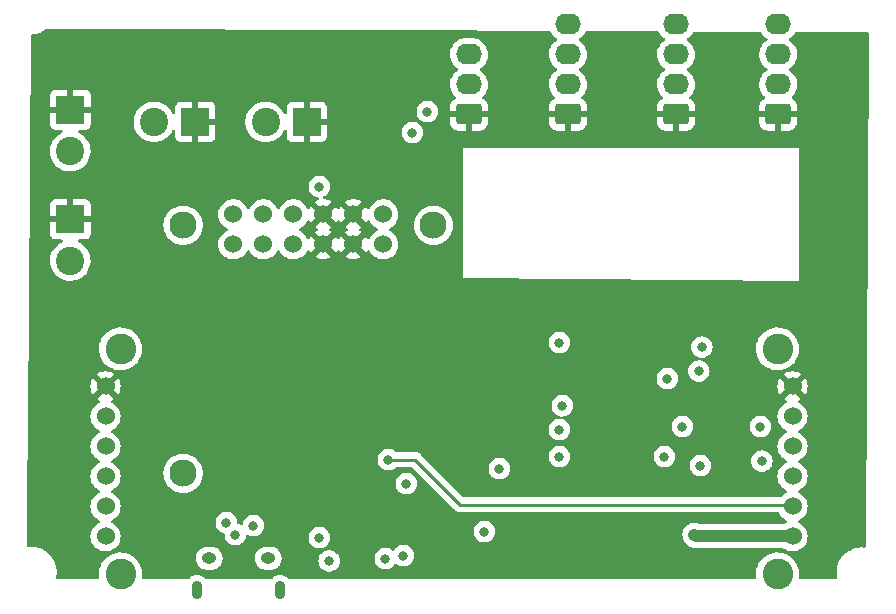
<source format=gbr>
%TF.GenerationSoftware,KiCad,Pcbnew,(6.0.0-0)*%
%TF.CreationDate,2022-12-05T13:27:29-05:00*%
%TF.ProjectId,Body_Servos,426f6479-5f53-4657-9276-6f732e6b6963,rev?*%
%TF.SameCoordinates,Original*%
%TF.FileFunction,Copper,L4,Bot*%
%TF.FilePolarity,Positive*%
%FSLAX46Y46*%
G04 Gerber Fmt 4.6, Leading zero omitted, Abs format (unit mm)*
G04 Created by KiCad (PCBNEW (6.0.0-0)) date 2022-12-05 13:27:29*
%MOMM*%
%LPD*%
G01*
G04 APERTURE LIST*
G04 Aperture macros list*
%AMRoundRect*
0 Rectangle with rounded corners*
0 $1 Rounding radius*
0 $2 $3 $4 $5 $6 $7 $8 $9 X,Y pos of 4 corners*
0 Add a 4 corners polygon primitive as box body*
4,1,4,$2,$3,$4,$5,$6,$7,$8,$9,$2,$3,0*
0 Add four circle primitives for the rounded corners*
1,1,$1+$1,$2,$3*
1,1,$1+$1,$4,$5*
1,1,$1+$1,$6,$7*
1,1,$1+$1,$8,$9*
0 Add four rect primitives between the rounded corners*
20,1,$1+$1,$2,$3,$4,$5,0*
20,1,$1+$1,$4,$5,$6,$7,0*
20,1,$1+$1,$6,$7,$8,$9,0*
20,1,$1+$1,$8,$9,$2,$3,0*%
G04 Aperture macros list end*
%TA.AperFunction,ComponentPad*%
%ADD10R,2.400000X2.400000*%
%TD*%
%TA.AperFunction,ComponentPad*%
%ADD11C,2.400000*%
%TD*%
%TA.AperFunction,ComponentPad*%
%ADD12RoundRect,0.250000X0.845000X-0.620000X0.845000X0.620000X-0.845000X0.620000X-0.845000X-0.620000X0*%
%TD*%
%TA.AperFunction,ComponentPad*%
%ADD13O,2.190000X1.740000*%
%TD*%
%TA.AperFunction,ComponentPad*%
%ADD14O,0.890000X1.550000*%
%TD*%
%TA.AperFunction,ComponentPad*%
%ADD15O,1.250000X0.950000*%
%TD*%
%TA.AperFunction,ComponentPad*%
%ADD16C,1.524000*%
%TD*%
%TA.AperFunction,ComponentPad*%
%ADD17C,2.600000*%
%TD*%
%TA.AperFunction,ComponentPad*%
%ADD18C,2.300000*%
%TD*%
%TA.AperFunction,ViaPad*%
%ADD19C,0.800000*%
%TD*%
%TA.AperFunction,Conductor*%
%ADD20C,0.254000*%
%TD*%
%TA.AperFunction,Conductor*%
%ADD21C,1.000000*%
%TD*%
G04 APERTURE END LIST*
D10*
%TO.P,J5,1,Pin_1*%
%TO.N,GND*%
X66273333Y-93390000D03*
D11*
%TO.P,J5,2,Pin_2*%
%TO.N,+12V*%
X66273333Y-96890000D03*
%TD*%
D12*
%TO.P,J3,1,Pin_1*%
%TO.N,GND*%
X108404000Y-93766000D03*
D13*
%TO.P,J3,2,Pin_2*%
%TO.N,+5V*%
X108404000Y-91226000D03*
%TO.P,J3,3,Pin_3*%
%TO.N,AUX1-1*%
X108404000Y-88686000D03*
%TO.P,J3,4,Pin_4*%
%TO.N,AUX1-2*%
X108404000Y-86146000D03*
%TD*%
D14*
%TO.P,J1,6,Shield*%
%TO.N,unconnected-(J1-Pad6)*%
X77020000Y-134060000D03*
X84020000Y-134060000D03*
D15*
X78020000Y-131360000D03*
X83020000Y-131360000D03*
%TD*%
D10*
%TO.P,J8,1,Pin_1*%
%TO.N,GND*%
X86298000Y-94410000D03*
D11*
%TO.P,J8,2,Pin_2*%
%TO.N,+5V*%
X82798000Y-94410000D03*
%TD*%
D12*
%TO.P,J2,1,Pin_1*%
%TO.N,GND*%
X126208000Y-93766000D03*
D13*
%TO.P,J2,2,Pin_2*%
%TO.N,+5V*%
X126208000Y-91226000D03*
%TO.P,J2,3,Pin_3*%
%TO.N,AUX3-1*%
X126208000Y-88686000D03*
%TO.P,J2,4,Pin_4*%
%TO.N,AUX3-2*%
X126208000Y-86146000D03*
%TD*%
D16*
%TO.P,U7,1,GND*%
%TO.N,GND*%
X69247000Y-116800000D03*
%TO.P,U7,2,OE*%
%TO.N,unconnected-(U7-Pad2)*%
X69247000Y-119340000D03*
%TO.P,U7,3,SCL*%
%TO.N,SCL*%
X69247000Y-121880000D03*
%TO.P,U7,4,SDA*%
%TO.N,SDA*%
X69247000Y-124420000D03*
%TO.P,U7,5,VCC*%
%TO.N,+3.3V*%
X69247000Y-126960000D03*
%TO.P,U7,6,V+*%
%TO.N,+5V*%
X69247000Y-129500000D03*
%TO.P,U7,7,GND*%
%TO.N,GND*%
X127413000Y-116800000D03*
%TO.P,U7,8,OE*%
%TO.N,unconnected-(U7-Pad8)*%
X127413000Y-119340000D03*
%TO.P,U7,9,SCL*%
%TO.N,SCL*%
X127413000Y-121880000D03*
%TO.P,U7,10,SDA*%
%TO.N,SDA*%
X127413000Y-124420000D03*
%TO.P,U7,11,VCC*%
%TO.N,+3.3V*%
X127413000Y-126960000D03*
%TO.P,U7,12,V+*%
%TO.N,+5V*%
X127413000Y-129500000D03*
D17*
%TO.P,U7,13*%
%TO.N,N/C*%
X70517000Y-113625000D03*
X126143000Y-113625000D03*
X126143000Y-132675000D03*
X70517000Y-132675000D03*
%TD*%
D16*
%TO.P,U6,1,VOUT*%
%TO.N,+5V*%
X92765000Y-102235000D03*
%TO.P,U6,2,GND*%
%TO.N,GND*%
X90225000Y-102235000D03*
%TO.P,U6,3,GND*%
X87685000Y-102235000D03*
%TO.P,U6,4,VIN*%
%TO.N,+12V*%
X85145000Y-102235000D03*
%TO.P,U6,5,VRP*%
%TO.N,unconnected-(U6-Pad5)*%
X82605000Y-102235000D03*
%TO.P,U6,6,EN*%
%TO.N,unconnected-(U6-Pad6)*%
X80065000Y-102235000D03*
%TO.P,U6,7,PG*%
%TO.N,unconnected-(U6-Pad7)*%
X80065000Y-104775000D03*
%TO.P,U6,8,VRP*%
%TO.N,unconnected-(U6-Pad8)*%
X82605000Y-104775000D03*
%TO.P,U6,9,VIN*%
%TO.N,+12V*%
X85145000Y-104775000D03*
%TO.P,U6,10,GND*%
%TO.N,GND*%
X87685000Y-104775000D03*
%TO.P,U6,11,GND*%
X90225000Y-104775000D03*
%TO.P,U6,12,VOUT*%
%TO.N,+5V*%
X92765000Y-104775000D03*
D18*
%TO.P,U6,13*%
%TO.N,N/C*%
X97015000Y-103165000D03*
%TO.P,U6,14*%
X75815000Y-103165000D03*
%TO.P,U6,15*%
X75815000Y-124165000D03*
%TD*%
D10*
%TO.P,J6,1,Pin_1*%
%TO.N,GND*%
X66273333Y-102650000D03*
D11*
%TO.P,J6,2,Pin_2*%
%TO.N,+12V*%
X66273333Y-106150000D03*
%TD*%
D12*
%TO.P,J4,1,Pin_1*%
%TO.N,GND*%
X117554000Y-93766000D03*
D13*
%TO.P,J4,2,Pin_2*%
%TO.N,+5V*%
X117554000Y-91226000D03*
%TO.P,J4,3,Pin_3*%
%TO.N,AUX2-1*%
X117554000Y-88686000D03*
%TO.P,J4,4,Pin_4*%
%TO.N,AUX2-2*%
X117554000Y-86146000D03*
%TD*%
D12*
%TO.P,J12,1,Pin_1*%
%TO.N,GND*%
X100028000Y-93766000D03*
D13*
%TO.P,J12,2,Pin_2*%
%TO.N,RX_FU*%
X100028000Y-91226000D03*
%TO.P,J12,3,Pin_3*%
%TO.N,TX_FU*%
X100028000Y-88686000D03*
%TD*%
D10*
%TO.P,J7,1,Pin_1*%
%TO.N,GND*%
X76834666Y-94410000D03*
D11*
%TO.P,J7,2,Pin_2*%
%TO.N,+5V*%
X73334666Y-94410000D03*
%TD*%
D19*
%TO.N,RX_FU*%
X107666000Y-122746000D03*
%TO.N,GND*%
X98522000Y-119698000D03*
X85560000Y-130350000D03*
X115878500Y-113686500D03*
X101200000Y-114734000D03*
X96236000Y-97600000D03*
X110206000Y-123254000D03*
X110633500Y-113428500D03*
%TO.N,+3.3V*%
X87346000Y-99886000D03*
X93188000Y-123000000D03*
%TO.N,VBUS*%
X79472000Y-128334000D03*
X94712000Y-125032000D03*
%TO.N,D-*%
X94458000Y-131128000D03*
X80234000Y-129350000D03*
%TO.N,D+*%
X92934000Y-131382000D03*
X81758000Y-128588000D03*
%TO.N,+5V*%
X119096000Y-129350000D03*
X102586000Y-123762000D03*
X101316000Y-129096000D03*
%TO.N,ST_LED_D*%
X96490000Y-93536000D03*
X119604000Y-123508000D03*
%TO.N,TX_FU*%
X116556000Y-122746000D03*
%TO.N,TXD0*%
X119731000Y-113475000D03*
X87346000Y-129604000D03*
%TO.N,RXD0*%
X119477000Y-115507000D03*
X88174443Y-131569557D03*
%TO.N,RESET*%
X107666000Y-113094000D03*
X95220000Y-95314000D03*
%TO.N,AUX3-1*%
X124811000Y-123127000D03*
%TO.N,AUX3-2*%
X124684000Y-120206000D03*
%TO.N,AUX1-1*%
X107666000Y-120460000D03*
%TO.N,AUX1-2*%
X107920000Y-118428000D03*
%TO.N,AUX2-1*%
X118080000Y-120206000D03*
%TO.N,AUX2-2*%
X116810000Y-116142000D03*
%TD*%
D20*
%TO.N,+3.3V*%
X127413000Y-126960000D02*
X127263000Y-126810000D01*
X95474000Y-123000000D02*
X93188000Y-123000000D01*
X127263000Y-126810000D02*
X99284000Y-126810000D01*
X99284000Y-126810000D02*
X95474000Y-123000000D01*
D21*
%TO.N,+5V*%
X119246000Y-129500000D02*
X119096000Y-129350000D01*
X127413000Y-129500000D02*
X119246000Y-129500000D01*
%TD*%
%TA.AperFunction,Conductor*%
%TO.N,GND*%
G36*
X94696241Y-86653232D02*
G01*
X106837174Y-86707975D01*
X106905204Y-86728284D01*
X106944325Y-86768608D01*
X107058220Y-86956300D01*
X107061159Y-86961144D01*
X107214483Y-87137834D01*
X107395386Y-87286165D01*
X107400016Y-87288801D01*
X107400021Y-87288804D01*
X107432516Y-87307301D01*
X107481822Y-87358384D01*
X107495683Y-87428015D01*
X107469699Y-87494085D01*
X107440550Y-87521323D01*
X107408061Y-87543196D01*
X107312104Y-87607798D01*
X107142832Y-87769276D01*
X107003187Y-87956965D01*
X107000771Y-87961716D01*
X107000769Y-87961720D01*
X106942756Y-88075823D01*
X106897162Y-88165500D01*
X106827790Y-88388917D01*
X106827089Y-88394204D01*
X106827089Y-88394205D01*
X106810055Y-88522727D01*
X106797052Y-88620829D01*
X106805828Y-88854604D01*
X106853868Y-89083559D01*
X106939797Y-89301146D01*
X107061159Y-89501144D01*
X107214483Y-89677834D01*
X107395386Y-89826165D01*
X107400016Y-89828801D01*
X107400021Y-89828804D01*
X107432516Y-89847301D01*
X107481822Y-89898384D01*
X107495683Y-89968015D01*
X107469699Y-90034085D01*
X107440550Y-90061323D01*
X107408061Y-90083196D01*
X107312104Y-90147798D01*
X107142832Y-90309276D01*
X107003187Y-90496965D01*
X107000771Y-90501716D01*
X107000769Y-90501720D01*
X106942756Y-90615823D01*
X106897162Y-90705500D01*
X106827790Y-90928917D01*
X106827089Y-90934204D01*
X106827089Y-90934205D01*
X106810055Y-91062727D01*
X106797052Y-91160829D01*
X106805828Y-91394604D01*
X106853868Y-91623559D01*
X106939797Y-91841146D01*
X107061159Y-92041144D01*
X107214483Y-92217834D01*
X107218615Y-92221222D01*
X107252201Y-92248761D01*
X107292196Y-92307421D01*
X107294127Y-92378391D01*
X107257383Y-92439139D01*
X107234843Y-92454220D01*
X107235268Y-92454906D01*
X107091193Y-92544063D01*
X107079792Y-92553099D01*
X106965261Y-92667829D01*
X106956249Y-92679240D01*
X106871184Y-92817243D01*
X106865037Y-92830424D01*
X106813862Y-92984710D01*
X106810995Y-92998086D01*
X106801328Y-93092438D01*
X106801000Y-93098855D01*
X106801000Y-93493885D01*
X106805475Y-93509124D01*
X106806865Y-93510329D01*
X106814548Y-93512000D01*
X109988884Y-93512000D01*
X110004123Y-93507525D01*
X110005328Y-93506135D01*
X110006999Y-93498452D01*
X110006999Y-93098905D01*
X110006662Y-93092386D01*
X109996743Y-92996794D01*
X109993851Y-92983400D01*
X109942412Y-92829216D01*
X109936239Y-92816038D01*
X109850937Y-92678193D01*
X109841901Y-92666792D01*
X109727171Y-92552261D01*
X109715760Y-92543249D01*
X109571525Y-92454342D01*
X109572817Y-92452245D01*
X109528308Y-92413044D01*
X109508856Y-92344764D01*
X109529407Y-92276807D01*
X109547878Y-92254614D01*
X109665168Y-92142724D01*
X109804813Y-91955035D01*
X109814313Y-91936351D01*
X109908420Y-91751256D01*
X109908420Y-91751255D01*
X109910838Y-91746500D01*
X109980210Y-91523083D01*
X109997239Y-91394604D01*
X110010248Y-91296455D01*
X110010248Y-91296451D01*
X110010948Y-91291171D01*
X110002172Y-91057396D01*
X109954132Y-90828441D01*
X109868203Y-90610854D01*
X109746841Y-90410856D01*
X109593517Y-90234166D01*
X109412614Y-90085835D01*
X109407984Y-90083199D01*
X109407979Y-90083196D01*
X109375484Y-90064699D01*
X109326178Y-90013616D01*
X109312317Y-89943985D01*
X109338301Y-89877915D01*
X109367450Y-89850677D01*
X109408885Y-89822781D01*
X109495896Y-89764202D01*
X109665168Y-89602724D01*
X109804813Y-89415035D01*
X109860398Y-89305709D01*
X109908420Y-89211256D01*
X109908420Y-89211255D01*
X109910838Y-89206500D01*
X109980210Y-88983083D01*
X109997239Y-88854604D01*
X110010248Y-88756455D01*
X110010248Y-88756451D01*
X110010948Y-88751171D01*
X110002172Y-88517396D01*
X109954132Y-88288441D01*
X109868203Y-88070854D01*
X109746841Y-87870856D01*
X109593517Y-87694166D01*
X109412614Y-87545835D01*
X109407980Y-87543197D01*
X109407979Y-87543196D01*
X109375484Y-87524699D01*
X109326178Y-87473616D01*
X109312317Y-87403985D01*
X109338301Y-87337915D01*
X109367450Y-87310677D01*
X109408885Y-87282781D01*
X109495896Y-87224202D01*
X109665168Y-87062724D01*
X109804813Y-86875035D01*
X109809539Y-86865741D01*
X109847563Y-86790952D01*
X109896266Y-86739294D01*
X109960448Y-86722058D01*
X112829563Y-86734995D01*
X116012279Y-86749345D01*
X116080308Y-86769654D01*
X116119429Y-86809978D01*
X116208220Y-86956300D01*
X116211159Y-86961144D01*
X116364483Y-87137834D01*
X116545386Y-87286165D01*
X116550016Y-87288801D01*
X116550021Y-87288804D01*
X116582516Y-87307301D01*
X116631822Y-87358384D01*
X116645683Y-87428015D01*
X116619699Y-87494085D01*
X116590550Y-87521323D01*
X116558061Y-87543196D01*
X116462104Y-87607798D01*
X116292832Y-87769276D01*
X116153187Y-87956965D01*
X116150771Y-87961716D01*
X116150769Y-87961720D01*
X116092756Y-88075823D01*
X116047162Y-88165500D01*
X115977790Y-88388917D01*
X115977089Y-88394204D01*
X115977089Y-88394205D01*
X115960055Y-88522727D01*
X115947052Y-88620829D01*
X115955828Y-88854604D01*
X116003868Y-89083559D01*
X116089797Y-89301146D01*
X116211159Y-89501144D01*
X116364483Y-89677834D01*
X116545386Y-89826165D01*
X116550016Y-89828801D01*
X116550021Y-89828804D01*
X116582516Y-89847301D01*
X116631822Y-89898384D01*
X116645683Y-89968015D01*
X116619699Y-90034085D01*
X116590550Y-90061323D01*
X116558061Y-90083196D01*
X116462104Y-90147798D01*
X116292832Y-90309276D01*
X116153187Y-90496965D01*
X116150771Y-90501716D01*
X116150769Y-90501720D01*
X116092756Y-90615823D01*
X116047162Y-90705500D01*
X115977790Y-90928917D01*
X115977089Y-90934204D01*
X115977089Y-90934205D01*
X115960055Y-91062727D01*
X115947052Y-91160829D01*
X115955828Y-91394604D01*
X116003868Y-91623559D01*
X116089797Y-91841146D01*
X116211159Y-92041144D01*
X116364483Y-92217834D01*
X116368615Y-92221222D01*
X116402201Y-92248761D01*
X116442196Y-92307421D01*
X116444127Y-92378391D01*
X116407383Y-92439139D01*
X116384843Y-92454220D01*
X116385268Y-92454906D01*
X116241193Y-92544063D01*
X116229792Y-92553099D01*
X116115261Y-92667829D01*
X116106249Y-92679240D01*
X116021184Y-92817243D01*
X116015037Y-92830424D01*
X115963862Y-92984710D01*
X115960995Y-92998086D01*
X115951328Y-93092438D01*
X115951000Y-93098855D01*
X115951000Y-93493885D01*
X115955475Y-93509124D01*
X115956865Y-93510329D01*
X115964548Y-93512000D01*
X119138884Y-93512000D01*
X119154123Y-93507525D01*
X119155328Y-93506135D01*
X119156999Y-93498452D01*
X119156999Y-93098905D01*
X119156662Y-93092386D01*
X119146743Y-92996794D01*
X119143851Y-92983400D01*
X119092412Y-92829216D01*
X119086239Y-92816038D01*
X119000937Y-92678193D01*
X118991901Y-92666792D01*
X118877171Y-92552261D01*
X118865760Y-92543249D01*
X118721525Y-92454342D01*
X118722817Y-92452245D01*
X118678308Y-92413044D01*
X118658856Y-92344764D01*
X118679407Y-92276807D01*
X118697878Y-92254614D01*
X118815168Y-92142724D01*
X118954813Y-91955035D01*
X118964313Y-91936351D01*
X119058420Y-91751256D01*
X119058420Y-91751255D01*
X119060838Y-91746500D01*
X119130210Y-91523083D01*
X119147239Y-91394604D01*
X119160248Y-91296455D01*
X119160248Y-91296451D01*
X119160948Y-91291171D01*
X119152172Y-91057396D01*
X119104132Y-90828441D01*
X119018203Y-90610854D01*
X118896841Y-90410856D01*
X118743517Y-90234166D01*
X118562614Y-90085835D01*
X118557984Y-90083199D01*
X118557979Y-90083196D01*
X118525484Y-90064699D01*
X118476178Y-90013616D01*
X118462317Y-89943985D01*
X118488301Y-89877915D01*
X118517450Y-89850677D01*
X118558885Y-89822781D01*
X118645896Y-89764202D01*
X118815168Y-89602724D01*
X118954813Y-89415035D01*
X119010398Y-89305709D01*
X119058420Y-89211256D01*
X119058420Y-89211255D01*
X119060838Y-89206500D01*
X119130210Y-88983083D01*
X119147239Y-88854604D01*
X119160248Y-88756455D01*
X119160248Y-88756451D01*
X119160948Y-88751171D01*
X119152172Y-88517396D01*
X119104132Y-88288441D01*
X119018203Y-88070854D01*
X118896841Y-87870856D01*
X118743517Y-87694166D01*
X118562614Y-87545835D01*
X118557980Y-87543197D01*
X118557979Y-87543196D01*
X118525484Y-87524699D01*
X118476178Y-87473616D01*
X118462317Y-87403985D01*
X118488301Y-87337915D01*
X118517450Y-87310677D01*
X118558885Y-87282781D01*
X118645896Y-87224202D01*
X118815168Y-87062724D01*
X118954813Y-86875035D01*
X118959539Y-86865741D01*
X118976635Y-86832115D01*
X119025338Y-86780457D01*
X119089519Y-86763220D01*
X121946285Y-86776101D01*
X124690021Y-86788473D01*
X124758051Y-86808782D01*
X124797172Y-86849106D01*
X124862391Y-86956583D01*
X124865159Y-86961144D01*
X125018483Y-87137834D01*
X125199386Y-87286165D01*
X125204016Y-87288801D01*
X125204021Y-87288804D01*
X125236516Y-87307301D01*
X125285822Y-87358384D01*
X125299683Y-87428015D01*
X125273699Y-87494085D01*
X125244550Y-87521323D01*
X125212061Y-87543196D01*
X125116104Y-87607798D01*
X124946832Y-87769276D01*
X124807187Y-87956965D01*
X124804771Y-87961716D01*
X124804769Y-87961720D01*
X124746756Y-88075823D01*
X124701162Y-88165500D01*
X124631790Y-88388917D01*
X124631089Y-88394204D01*
X124631089Y-88394205D01*
X124614055Y-88522727D01*
X124601052Y-88620829D01*
X124609828Y-88854604D01*
X124657868Y-89083559D01*
X124743797Y-89301146D01*
X124865159Y-89501144D01*
X125018483Y-89677834D01*
X125199386Y-89826165D01*
X125204016Y-89828801D01*
X125204021Y-89828804D01*
X125236516Y-89847301D01*
X125285822Y-89898384D01*
X125299683Y-89968015D01*
X125273699Y-90034085D01*
X125244550Y-90061323D01*
X125212061Y-90083196D01*
X125116104Y-90147798D01*
X124946832Y-90309276D01*
X124807187Y-90496965D01*
X124804771Y-90501716D01*
X124804769Y-90501720D01*
X124746756Y-90615823D01*
X124701162Y-90705500D01*
X124631790Y-90928917D01*
X124631089Y-90934204D01*
X124631089Y-90934205D01*
X124614055Y-91062727D01*
X124601052Y-91160829D01*
X124609828Y-91394604D01*
X124657868Y-91623559D01*
X124743797Y-91841146D01*
X124865159Y-92041144D01*
X125018483Y-92217834D01*
X125022615Y-92221222D01*
X125056201Y-92248761D01*
X125096196Y-92307421D01*
X125098127Y-92378391D01*
X125061383Y-92439139D01*
X125038843Y-92454220D01*
X125039268Y-92454906D01*
X124895193Y-92544063D01*
X124883792Y-92553099D01*
X124769261Y-92667829D01*
X124760249Y-92679240D01*
X124675184Y-92817243D01*
X124669037Y-92830424D01*
X124617862Y-92984710D01*
X124614995Y-92998086D01*
X124605328Y-93092438D01*
X124605000Y-93098855D01*
X124605000Y-93493885D01*
X124609475Y-93509124D01*
X124610865Y-93510329D01*
X124618548Y-93512000D01*
X127792884Y-93512000D01*
X127808123Y-93507525D01*
X127809328Y-93506135D01*
X127810999Y-93498452D01*
X127810999Y-93098905D01*
X127810662Y-93092386D01*
X127800743Y-92996794D01*
X127797851Y-92983400D01*
X127746412Y-92829216D01*
X127740239Y-92816038D01*
X127654937Y-92678193D01*
X127645901Y-92666792D01*
X127531171Y-92552261D01*
X127519760Y-92543249D01*
X127375525Y-92454342D01*
X127376817Y-92452245D01*
X127332308Y-92413044D01*
X127312856Y-92344764D01*
X127333407Y-92276807D01*
X127351878Y-92254614D01*
X127469168Y-92142724D01*
X127608813Y-91955035D01*
X127618313Y-91936351D01*
X127712420Y-91751256D01*
X127712420Y-91751255D01*
X127714838Y-91746500D01*
X127784210Y-91523083D01*
X127801239Y-91394604D01*
X127814248Y-91296455D01*
X127814248Y-91296451D01*
X127814948Y-91291171D01*
X127806172Y-91057396D01*
X127758132Y-90828441D01*
X127672203Y-90610854D01*
X127550841Y-90410856D01*
X127397517Y-90234166D01*
X127216614Y-90085835D01*
X127211984Y-90083199D01*
X127211979Y-90083196D01*
X127179484Y-90064699D01*
X127130178Y-90013616D01*
X127116317Y-89943985D01*
X127142301Y-89877915D01*
X127171450Y-89850677D01*
X127212885Y-89822781D01*
X127299896Y-89764202D01*
X127469168Y-89602724D01*
X127608813Y-89415035D01*
X127664398Y-89305709D01*
X127712420Y-89211256D01*
X127712420Y-89211255D01*
X127714838Y-89206500D01*
X127784210Y-88983083D01*
X127801239Y-88854604D01*
X127814248Y-88756455D01*
X127814248Y-88756451D01*
X127814948Y-88751171D01*
X127806172Y-88517396D01*
X127758132Y-88288441D01*
X127672203Y-88070854D01*
X127550841Y-87870856D01*
X127397517Y-87694166D01*
X127216614Y-87545835D01*
X127211980Y-87543197D01*
X127211979Y-87543196D01*
X127179484Y-87524699D01*
X127130178Y-87473616D01*
X127116317Y-87403985D01*
X127142301Y-87337915D01*
X127171450Y-87310677D01*
X127212885Y-87282781D01*
X127299896Y-87224202D01*
X127469168Y-87062724D01*
X127608813Y-86875035D01*
X127611233Y-86870276D01*
X127614045Y-86865741D01*
X127615182Y-86866446D01*
X127659531Y-86819395D01*
X127723724Y-86802151D01*
X130797585Y-86816011D01*
X133773698Y-86829431D01*
X133841728Y-86849740D01*
X133887978Y-86903605D01*
X133899127Y-86956300D01*
X133599521Y-130286749D01*
X133599243Y-130326998D01*
X133578770Y-130394979D01*
X133524795Y-130441100D01*
X133463361Y-130451739D01*
X133427962Y-130448953D01*
X133335718Y-130441693D01*
X133335709Y-130441693D01*
X133333261Y-130441500D01*
X133177729Y-130441500D01*
X133175593Y-130441646D01*
X133175582Y-130441646D01*
X132967452Y-130455835D01*
X132967446Y-130455836D01*
X132963175Y-130456127D01*
X132958980Y-130456996D01*
X132958978Y-130456996D01*
X132838412Y-130481964D01*
X132681658Y-130514426D01*
X132410657Y-130610393D01*
X132406848Y-130612359D01*
X132237312Y-130699863D01*
X132155188Y-130742250D01*
X132151687Y-130744711D01*
X132151683Y-130744713D01*
X132103696Y-130778439D01*
X131919977Y-130907559D01*
X131904892Y-130921577D01*
X131722165Y-131091378D01*
X131709378Y-131103260D01*
X131527287Y-131325732D01*
X131377073Y-131570858D01*
X131375347Y-131574791D01*
X131375346Y-131574792D01*
X131275629Y-131801955D01*
X131261517Y-131834102D01*
X131260342Y-131838229D01*
X131260341Y-131838230D01*
X131250646Y-131872265D01*
X131182756Y-132110594D01*
X131159993Y-132270540D01*
X131149622Y-132343413D01*
X131142249Y-132395216D01*
X131142227Y-132399505D01*
X131142226Y-132399512D01*
X131140765Y-132678417D01*
X131140743Y-132682703D01*
X131141302Y-132686947D01*
X131141302Y-132686951D01*
X131178244Y-132967554D01*
X131167305Y-133037703D01*
X131120176Y-133090801D01*
X131053322Y-133110000D01*
X128053866Y-133110000D01*
X127985745Y-133089998D01*
X127939252Y-133036342D01*
X127928873Y-132968100D01*
X127954086Y-132769915D01*
X127956571Y-132675000D01*
X127941833Y-132476685D01*
X127936996Y-132411592D01*
X127936996Y-132411591D01*
X127936650Y-132406937D01*
X127930913Y-132381583D01*
X127878361Y-132149331D01*
X127878360Y-132149326D01*
X127877327Y-132144763D01*
X127779902Y-131894238D01*
X127646518Y-131660864D01*
X127480105Y-131449769D01*
X127284317Y-131265591D01*
X127085982Y-131128000D01*
X127067299Y-131115039D01*
X127067296Y-131115037D01*
X127063457Y-131112374D01*
X127044976Y-131103260D01*
X126826564Y-130995551D01*
X126826561Y-130995550D01*
X126822376Y-130993486D01*
X126774745Y-130978239D01*
X126632258Y-130932629D01*
X126566370Y-130911538D01*
X126561763Y-130910788D01*
X126561760Y-130910787D01*
X126305674Y-130869081D01*
X126305675Y-130869081D01*
X126301063Y-130868330D01*
X126170719Y-130866624D01*
X126036961Y-130864873D01*
X126036958Y-130864873D01*
X126032284Y-130864812D01*
X125765937Y-130901060D01*
X125761451Y-130902368D01*
X125761449Y-130902368D01*
X125733625Y-130910478D01*
X125507874Y-130976278D01*
X125263763Y-131088815D01*
X125234251Y-131108164D01*
X125042881Y-131233631D01*
X125042876Y-131233635D01*
X125038968Y-131236197D01*
X125035476Y-131239314D01*
X124853302Y-131401911D01*
X124838426Y-131415188D01*
X124666544Y-131621854D01*
X124527096Y-131851656D01*
X124525287Y-131855970D01*
X124525285Y-131855974D01*
X124450160Y-132035128D01*
X124423148Y-132099545D01*
X124356981Y-132360077D01*
X124330050Y-132627526D01*
X124330274Y-132632192D01*
X124330274Y-132632197D01*
X124332700Y-132682703D01*
X124342947Y-132896019D01*
X124343859Y-132900604D01*
X124355558Y-132959418D01*
X124349230Y-133030132D01*
X124305676Y-133086200D01*
X124231979Y-133110000D01*
X84802372Y-133110000D01*
X84734251Y-133089998D01*
X84706704Y-133065997D01*
X84685102Y-133040793D01*
X84685100Y-133040791D01*
X84680943Y-133035941D01*
X84592443Y-132967293D01*
X84532933Y-132921132D01*
X84532930Y-132921130D01*
X84527884Y-132917216D01*
X84354077Y-132831693D01*
X84347907Y-132830086D01*
X84347902Y-132830084D01*
X84172806Y-132784475D01*
X84172803Y-132784475D01*
X84166624Y-132782865D01*
X84075938Y-132778112D01*
X83979563Y-132773061D01*
X83979559Y-132773061D01*
X83973182Y-132772727D01*
X83819678Y-132795942D01*
X83787965Y-132800738D01*
X83787964Y-132800738D01*
X83781651Y-132801693D01*
X83775663Y-132803896D01*
X83775660Y-132803897D01*
X83708735Y-132828521D01*
X83599858Y-132868581D01*
X83594442Y-132871939D01*
X83594438Y-132871941D01*
X83440650Y-132967293D01*
X83440646Y-132967296D01*
X83435227Y-132970656D01*
X83415400Y-132989406D01*
X83324307Y-133075548D01*
X83261069Y-133107820D01*
X83237734Y-133110000D01*
X77802372Y-133110000D01*
X77734251Y-133089998D01*
X77706704Y-133065997D01*
X77685102Y-133040793D01*
X77685100Y-133040791D01*
X77680943Y-133035941D01*
X77592443Y-132967293D01*
X77532933Y-132921132D01*
X77532930Y-132921130D01*
X77527884Y-132917216D01*
X77354077Y-132831693D01*
X77347907Y-132830086D01*
X77347902Y-132830084D01*
X77172806Y-132784475D01*
X77172803Y-132784475D01*
X77166624Y-132782865D01*
X77075938Y-132778112D01*
X76979563Y-132773061D01*
X76979559Y-132773061D01*
X76973182Y-132772727D01*
X76819678Y-132795942D01*
X76787965Y-132800738D01*
X76787964Y-132800738D01*
X76781651Y-132801693D01*
X76775663Y-132803896D01*
X76775660Y-132803897D01*
X76708735Y-132828521D01*
X76599858Y-132868581D01*
X76594442Y-132871939D01*
X76594438Y-132871941D01*
X76440650Y-132967293D01*
X76440646Y-132967296D01*
X76435227Y-132970656D01*
X76415400Y-132989406D01*
X76324307Y-133075548D01*
X76261069Y-133107820D01*
X76237734Y-133110000D01*
X72427866Y-133110000D01*
X72359745Y-133089998D01*
X72313252Y-133036342D01*
X72302873Y-132968100D01*
X72328086Y-132769915D01*
X72330571Y-132675000D01*
X72315833Y-132476685D01*
X72310996Y-132411592D01*
X72310996Y-132411591D01*
X72310650Y-132406937D01*
X72304913Y-132381583D01*
X72252361Y-132149331D01*
X72252360Y-132149326D01*
X72251327Y-132144763D01*
X72153902Y-131894238D01*
X72020518Y-131660864D01*
X71854105Y-131449769D01*
X71810013Y-131408292D01*
X76882608Y-131408292D01*
X76912486Y-131605848D01*
X76981477Y-131793361D01*
X77086765Y-131963172D01*
X77224047Y-132108344D01*
X77387716Y-132222946D01*
X77571086Y-132302298D01*
X77766666Y-132343156D01*
X77771522Y-132343411D01*
X77771561Y-132343413D01*
X77771577Y-132343413D01*
X77773229Y-132343500D01*
X78219934Y-132343500D01*
X78249230Y-132340524D01*
X78362434Y-132329026D01*
X78362438Y-132329025D01*
X78368780Y-132328381D01*
X78502042Y-132286619D01*
X78553349Y-132270540D01*
X78553350Y-132270539D01*
X78559440Y-132268631D01*
X78595897Y-132248423D01*
X78728607Y-132174860D01*
X78734191Y-132171765D01*
X78808186Y-132108344D01*
X78881052Y-132045891D01*
X78881053Y-132045890D01*
X78885896Y-132041739D01*
X78922842Y-131994109D01*
X79004445Y-131888907D01*
X79004447Y-131888904D01*
X79008357Y-131883863D01*
X79022081Y-131855974D01*
X79093752Y-131710318D01*
X79096571Y-131704589D01*
X79130034Y-131576122D01*
X79145325Y-131517420D01*
X79145325Y-131517417D01*
X79146935Y-131511238D01*
X79152330Y-131408292D01*
X81882608Y-131408292D01*
X81912486Y-131605848D01*
X81981477Y-131793361D01*
X82086765Y-131963172D01*
X82224047Y-132108344D01*
X82387716Y-132222946D01*
X82571086Y-132302298D01*
X82766666Y-132343156D01*
X82771522Y-132343411D01*
X82771561Y-132343413D01*
X82771577Y-132343413D01*
X82773229Y-132343500D01*
X83219934Y-132343500D01*
X83249230Y-132340524D01*
X83362434Y-132329026D01*
X83362438Y-132329025D01*
X83368780Y-132328381D01*
X83502042Y-132286619D01*
X83553349Y-132270540D01*
X83553350Y-132270539D01*
X83559440Y-132268631D01*
X83595897Y-132248423D01*
X83728607Y-132174860D01*
X83734191Y-132171765D01*
X83808186Y-132108344D01*
X83881052Y-132045891D01*
X83881053Y-132045890D01*
X83885896Y-132041739D01*
X83922842Y-131994109D01*
X84004445Y-131888907D01*
X84004447Y-131888904D01*
X84008357Y-131883863D01*
X84022081Y-131855974D01*
X84093752Y-131710318D01*
X84096571Y-131704589D01*
X84130034Y-131576122D01*
X84131744Y-131569557D01*
X87260939Y-131569557D01*
X87280901Y-131759485D01*
X87339916Y-131941113D01*
X87343219Y-131946835D01*
X87343220Y-131946836D01*
X87372856Y-131998166D01*
X87435403Y-132106501D01*
X87439821Y-132111408D01*
X87439822Y-132111409D01*
X87469854Y-132144763D01*
X87563190Y-132248423D01*
X87621104Y-132290500D01*
X87710621Y-132355538D01*
X87717691Y-132360675D01*
X87723719Y-132363359D01*
X87723721Y-132363360D01*
X87886124Y-132435666D01*
X87892155Y-132438351D01*
X87985555Y-132458204D01*
X88072499Y-132476685D01*
X88072504Y-132476685D01*
X88078956Y-132478057D01*
X88269930Y-132478057D01*
X88276382Y-132476685D01*
X88276387Y-132476685D01*
X88363331Y-132458204D01*
X88456731Y-132438351D01*
X88462762Y-132435666D01*
X88625165Y-132363360D01*
X88625167Y-132363359D01*
X88631195Y-132360675D01*
X88638266Y-132355538D01*
X88727782Y-132290500D01*
X88785696Y-132248423D01*
X88879032Y-132144763D01*
X88909064Y-132111409D01*
X88909065Y-132111408D01*
X88913483Y-132106501D01*
X88976030Y-131998166D01*
X89005666Y-131946836D01*
X89005667Y-131946835D01*
X89008970Y-131941113D01*
X89067985Y-131759485D01*
X89087947Y-131569557D01*
X89082467Y-131517420D01*
X89068675Y-131386192D01*
X89068675Y-131386190D01*
X89068234Y-131382000D01*
X92020496Y-131382000D01*
X92040458Y-131571928D01*
X92099473Y-131753556D01*
X92194960Y-131918944D01*
X92322747Y-132060866D01*
X92392313Y-132111409D01*
X92469666Y-132167609D01*
X92477248Y-132173118D01*
X92483276Y-132175802D01*
X92483278Y-132175803D01*
X92635356Y-132243512D01*
X92651712Y-132250794D01*
X92735628Y-132268631D01*
X92832056Y-132289128D01*
X92832061Y-132289128D01*
X92838513Y-132290500D01*
X93029487Y-132290500D01*
X93035939Y-132289128D01*
X93035944Y-132289128D01*
X93132372Y-132268631D01*
X93216288Y-132250794D01*
X93232644Y-132243512D01*
X93384722Y-132175803D01*
X93384724Y-132175802D01*
X93390752Y-132173118D01*
X93398335Y-132167609D01*
X93475687Y-132111409D01*
X93545253Y-132060866D01*
X93673040Y-131918944D01*
X93699990Y-131872265D01*
X93751372Y-131823272D01*
X93821086Y-131809836D01*
X93883170Y-131833329D01*
X93936761Y-131872265D01*
X94001248Y-131919118D01*
X94007276Y-131921802D01*
X94007278Y-131921803D01*
X94169681Y-131994109D01*
X94175712Y-131996794D01*
X94269112Y-132016647D01*
X94356056Y-132035128D01*
X94356061Y-132035128D01*
X94362513Y-132036500D01*
X94553487Y-132036500D01*
X94559939Y-132035128D01*
X94559944Y-132035128D01*
X94646888Y-132016647D01*
X94740288Y-131996794D01*
X94746319Y-131994109D01*
X94908722Y-131921803D01*
X94908724Y-131921802D01*
X94914752Y-131919118D01*
X95069253Y-131806866D01*
X95111915Y-131759485D01*
X95192621Y-131669852D01*
X95192622Y-131669851D01*
X95197040Y-131664944D01*
X95282213Y-131517420D01*
X95289223Y-131505279D01*
X95289224Y-131505278D01*
X95292527Y-131499556D01*
X95351542Y-131317928D01*
X95363666Y-131202580D01*
X95370814Y-131134565D01*
X95371504Y-131128000D01*
X95359149Y-131010444D01*
X95352232Y-130944635D01*
X95352232Y-130944633D01*
X95351542Y-130938072D01*
X95292527Y-130756444D01*
X95260380Y-130700763D01*
X95200341Y-130596774D01*
X95197040Y-130591056D01*
X95122354Y-130508108D01*
X95073675Y-130454045D01*
X95073674Y-130454044D01*
X95069253Y-130449134D01*
X94925945Y-130345014D01*
X94920094Y-130340763D01*
X94920093Y-130340762D01*
X94914752Y-130336882D01*
X94908724Y-130334198D01*
X94908722Y-130334197D01*
X94746319Y-130261891D01*
X94746318Y-130261891D01*
X94740288Y-130259206D01*
X94646888Y-130239353D01*
X94559944Y-130220872D01*
X94559939Y-130220872D01*
X94553487Y-130219500D01*
X94362513Y-130219500D01*
X94356061Y-130220872D01*
X94356056Y-130220872D01*
X94269112Y-130239353D01*
X94175712Y-130259206D01*
X94169682Y-130261891D01*
X94169681Y-130261891D01*
X94007278Y-130334197D01*
X94007276Y-130334198D01*
X94001248Y-130336882D01*
X93995907Y-130340762D01*
X93995906Y-130340763D01*
X93990055Y-130345014D01*
X93846747Y-130449134D01*
X93842326Y-130454044D01*
X93842325Y-130454045D01*
X93793647Y-130508108D01*
X93718960Y-130591056D01*
X93715659Y-130596774D01*
X93692010Y-130637735D01*
X93640628Y-130686728D01*
X93570914Y-130700164D01*
X93508830Y-130676671D01*
X93396094Y-130594763D01*
X93396093Y-130594762D01*
X93390752Y-130590882D01*
X93384724Y-130588198D01*
X93384722Y-130588197D01*
X93222319Y-130515891D01*
X93222318Y-130515891D01*
X93216288Y-130513206D01*
X93109056Y-130490413D01*
X93035944Y-130474872D01*
X93035939Y-130474872D01*
X93029487Y-130473500D01*
X92838513Y-130473500D01*
X92832061Y-130474872D01*
X92832056Y-130474872D01*
X92758944Y-130490413D01*
X92651712Y-130513206D01*
X92645682Y-130515891D01*
X92645681Y-130515891D01*
X92483278Y-130588197D01*
X92483276Y-130588198D01*
X92477248Y-130590882D01*
X92471907Y-130594762D01*
X92471906Y-130594763D01*
X92442277Y-130616290D01*
X92322747Y-130703134D01*
X92318326Y-130708044D01*
X92318325Y-130708045D01*
X92274747Y-130756444D01*
X92194960Y-130845056D01*
X92099473Y-131010444D01*
X92040458Y-131192072D01*
X92039768Y-131198633D01*
X92039768Y-131198635D01*
X92039174Y-131204286D01*
X92020496Y-131382000D01*
X89068234Y-131382000D01*
X89067985Y-131379629D01*
X89008970Y-131198001D01*
X88913483Y-131032613D01*
X88864525Y-130978239D01*
X88790118Y-130895602D01*
X88790117Y-130895601D01*
X88785696Y-130890691D01*
X88631195Y-130778439D01*
X88625167Y-130775755D01*
X88625165Y-130775754D01*
X88462762Y-130703448D01*
X88462761Y-130703448D01*
X88456731Y-130700763D01*
X88343388Y-130676671D01*
X88276387Y-130662429D01*
X88276382Y-130662429D01*
X88269930Y-130661057D01*
X88078956Y-130661057D01*
X88072504Y-130662429D01*
X88072499Y-130662429D01*
X88005498Y-130676671D01*
X87892155Y-130700763D01*
X87886125Y-130703448D01*
X87886124Y-130703448D01*
X87723721Y-130775754D01*
X87723719Y-130775755D01*
X87717691Y-130778439D01*
X87563190Y-130890691D01*
X87558769Y-130895601D01*
X87558768Y-130895602D01*
X87484362Y-130978239D01*
X87435403Y-131032613D01*
X87339916Y-131198001D01*
X87280901Y-131379629D01*
X87280211Y-131386190D01*
X87280211Y-131386192D01*
X87266419Y-131517420D01*
X87260939Y-131569557D01*
X84131744Y-131569557D01*
X84145325Y-131517420D01*
X84145325Y-131517417D01*
X84146935Y-131511238D01*
X84153364Y-131388565D01*
X84157058Y-131318089D01*
X84157058Y-131318085D01*
X84157392Y-131311708D01*
X84127514Y-131114152D01*
X84108790Y-131063260D01*
X84060727Y-130932629D01*
X84060727Y-130932628D01*
X84058523Y-130926639D01*
X83968288Y-130781106D01*
X83956597Y-130762250D01*
X83956596Y-130762249D01*
X83953235Y-130756828D01*
X83941779Y-130744713D01*
X83875012Y-130674109D01*
X83815953Y-130611656D01*
X83660560Y-130502849D01*
X83657514Y-130500716D01*
X83657513Y-130500716D01*
X83652284Y-130497054D01*
X83468914Y-130417702D01*
X83273334Y-130376844D01*
X83268478Y-130376589D01*
X83268439Y-130376587D01*
X83268423Y-130376587D01*
X83266771Y-130376500D01*
X82820066Y-130376500D01*
X82806933Y-130377834D01*
X82677566Y-130390974D01*
X82677562Y-130390975D01*
X82671220Y-130391619D01*
X82545649Y-130430971D01*
X82486651Y-130449460D01*
X82486650Y-130449461D01*
X82480560Y-130451369D01*
X82474978Y-130454463D01*
X82474976Y-130454464D01*
X82402715Y-130494519D01*
X82305809Y-130548235D01*
X82300960Y-130552391D01*
X82172576Y-130662429D01*
X82154104Y-130678261D01*
X82150197Y-130683298D01*
X82150195Y-130683300D01*
X82035555Y-130831093D01*
X82035553Y-130831096D01*
X82031643Y-130836137D01*
X82028825Y-130841863D01*
X82028823Y-130841867D01*
X81978255Y-130944635D01*
X81943429Y-131015411D01*
X81941820Y-131021589D01*
X81897359Y-131192278D01*
X81893065Y-131208762D01*
X81892731Y-131215142D01*
X81883642Y-131388565D01*
X81882608Y-131408292D01*
X79152330Y-131408292D01*
X79153364Y-131388565D01*
X79157058Y-131318089D01*
X79157058Y-131318085D01*
X79157392Y-131311708D01*
X79127514Y-131114152D01*
X79108790Y-131063260D01*
X79060727Y-130932629D01*
X79060727Y-130932628D01*
X79058523Y-130926639D01*
X78968288Y-130781106D01*
X78956597Y-130762250D01*
X78956596Y-130762249D01*
X78953235Y-130756828D01*
X78941779Y-130744713D01*
X78875012Y-130674109D01*
X78815953Y-130611656D01*
X78660560Y-130502849D01*
X78657514Y-130500716D01*
X78657513Y-130500716D01*
X78652284Y-130497054D01*
X78468914Y-130417702D01*
X78273334Y-130376844D01*
X78268478Y-130376589D01*
X78268439Y-130376587D01*
X78268423Y-130376587D01*
X78266771Y-130376500D01*
X77820066Y-130376500D01*
X77806933Y-130377834D01*
X77677566Y-130390974D01*
X77677562Y-130390975D01*
X77671220Y-130391619D01*
X77545649Y-130430971D01*
X77486651Y-130449460D01*
X77486650Y-130449461D01*
X77480560Y-130451369D01*
X77474978Y-130454463D01*
X77474976Y-130454464D01*
X77402715Y-130494519D01*
X77305809Y-130548235D01*
X77300960Y-130552391D01*
X77172576Y-130662429D01*
X77154104Y-130678261D01*
X77150197Y-130683298D01*
X77150195Y-130683300D01*
X77035555Y-130831093D01*
X77035553Y-130831096D01*
X77031643Y-130836137D01*
X77028825Y-130841863D01*
X77028823Y-130841867D01*
X76978255Y-130944635D01*
X76943429Y-131015411D01*
X76941820Y-131021589D01*
X76897359Y-131192278D01*
X76893065Y-131208762D01*
X76892731Y-131215142D01*
X76883642Y-131388565D01*
X76882608Y-131408292D01*
X71810013Y-131408292D01*
X71658317Y-131265591D01*
X71459982Y-131128000D01*
X71441299Y-131115039D01*
X71441296Y-131115037D01*
X71437457Y-131112374D01*
X71418976Y-131103260D01*
X71200564Y-130995551D01*
X71200561Y-130995550D01*
X71196376Y-130993486D01*
X71148745Y-130978239D01*
X71006258Y-130932629D01*
X70940370Y-130911538D01*
X70935763Y-130910788D01*
X70935760Y-130910787D01*
X70679674Y-130869081D01*
X70679675Y-130869081D01*
X70675063Y-130868330D01*
X70544719Y-130866624D01*
X70410961Y-130864873D01*
X70410958Y-130864873D01*
X70406284Y-130864812D01*
X70139937Y-130901060D01*
X70135451Y-130902368D01*
X70135449Y-130902368D01*
X70107625Y-130910478D01*
X69881874Y-130976278D01*
X69637763Y-131088815D01*
X69608251Y-131108164D01*
X69416881Y-131233631D01*
X69416876Y-131233635D01*
X69412968Y-131236197D01*
X69409476Y-131239314D01*
X69227302Y-131401911D01*
X69212426Y-131415188D01*
X69040544Y-131621854D01*
X68901096Y-131851656D01*
X68899287Y-131855970D01*
X68899285Y-131855974D01*
X68824160Y-132035128D01*
X68797148Y-132099545D01*
X68730981Y-132360077D01*
X68704050Y-132627526D01*
X68704274Y-132632192D01*
X68704274Y-132632197D01*
X68706700Y-132682703D01*
X68716947Y-132896019D01*
X68717859Y-132900604D01*
X68729558Y-132959418D01*
X68723230Y-133030132D01*
X68679676Y-133086200D01*
X68605979Y-133110000D01*
X65188402Y-133110000D01*
X65120281Y-133089998D01*
X65073788Y-133036342D01*
X65063684Y-132966068D01*
X65065433Y-132957780D01*
X65065177Y-132957726D01*
X65066068Y-132953536D01*
X65067244Y-132949406D01*
X65107751Y-132664784D01*
X65107947Y-132627526D01*
X65109235Y-132381583D01*
X65109235Y-132381576D01*
X65109257Y-132377297D01*
X65106393Y-132355538D01*
X65074145Y-132110594D01*
X65071732Y-132092266D01*
X65061799Y-132055955D01*
X65024364Y-131919118D01*
X64995871Y-131814964D01*
X64931872Y-131664922D01*
X64884763Y-131554476D01*
X64884761Y-131554472D01*
X64883077Y-131550524D01*
X64794134Y-131401911D01*
X64737643Y-131307521D01*
X64737640Y-131307517D01*
X64735439Y-131303839D01*
X64555687Y-131079472D01*
X64400067Y-130931794D01*
X64350258Y-130884527D01*
X64350255Y-130884525D01*
X64347149Y-130881577D01*
X64113683Y-130713814D01*
X64091843Y-130702250D01*
X64068654Y-130689972D01*
X63859608Y-130579288D01*
X63679490Y-130513374D01*
X63593658Y-130481964D01*
X63593656Y-130481963D01*
X63589627Y-130480489D01*
X63308736Y-130419245D01*
X63277685Y-130416801D01*
X63085718Y-130401693D01*
X63085709Y-130401693D01*
X63083261Y-130401500D01*
X62927729Y-130401500D01*
X62925592Y-130401646D01*
X62925583Y-130401646D01*
X62856834Y-130406333D01*
X62754559Y-130413306D01*
X62685238Y-130397984D01*
X62635203Y-130347615D01*
X62619994Y-130286706D01*
X62625565Y-129500000D01*
X67971647Y-129500000D01*
X67991022Y-129721463D01*
X68048560Y-129936196D01*
X68050882Y-129941177D01*
X68050883Y-129941178D01*
X68140186Y-130132689D01*
X68140189Y-130132694D01*
X68142512Y-130137676D01*
X68145668Y-130142183D01*
X68145669Y-130142185D01*
X68246894Y-130286749D01*
X68270023Y-130319781D01*
X68427219Y-130476977D01*
X68431727Y-130480134D01*
X68431730Y-130480136D01*
X68482744Y-130515856D01*
X68609323Y-130604488D01*
X68614305Y-130606811D01*
X68614310Y-130606814D01*
X68778336Y-130683300D01*
X68810804Y-130698440D01*
X68816112Y-130699862D01*
X68816114Y-130699863D01*
X68846650Y-130708045D01*
X69025537Y-130755978D01*
X69247000Y-130775353D01*
X69468463Y-130755978D01*
X69647350Y-130708045D01*
X69677886Y-130699863D01*
X69677888Y-130699862D01*
X69683196Y-130698440D01*
X69715664Y-130683300D01*
X69879690Y-130606814D01*
X69879695Y-130606811D01*
X69884677Y-130604488D01*
X70011256Y-130515856D01*
X70062270Y-130480136D01*
X70062273Y-130480134D01*
X70066781Y-130476977D01*
X70223977Y-130319781D01*
X70247107Y-130286749D01*
X70348331Y-130142185D01*
X70348332Y-130142183D01*
X70351488Y-130137676D01*
X70353811Y-130132694D01*
X70353814Y-130132689D01*
X70443117Y-129941178D01*
X70443118Y-129941177D01*
X70445440Y-129936196D01*
X70502978Y-129721463D01*
X70522353Y-129500000D01*
X70502978Y-129278537D01*
X70445440Y-129063804D01*
X70399497Y-128965279D01*
X70353814Y-128867311D01*
X70353811Y-128867306D01*
X70351488Y-128862324D01*
X70319586Y-128816763D01*
X70227136Y-128684730D01*
X70227134Y-128684727D01*
X70223977Y-128680219D01*
X70066781Y-128523023D01*
X70062273Y-128519866D01*
X70062270Y-128519864D01*
X69911706Y-128414438D01*
X69884677Y-128395512D01*
X69879695Y-128393189D01*
X69879690Y-128393186D01*
X69774627Y-128344195D01*
X69763048Y-128334000D01*
X78558496Y-128334000D01*
X78559186Y-128340565D01*
X78576362Y-128503982D01*
X78578458Y-128523928D01*
X78637473Y-128705556D01*
X78732960Y-128870944D01*
X78737378Y-128875851D01*
X78737379Y-128875852D01*
X78856325Y-129007955D01*
X78860747Y-129012866D01*
X78943203Y-129072774D01*
X78984207Y-129102565D01*
X79015248Y-129125118D01*
X79021276Y-129127802D01*
X79021278Y-129127803D01*
X79068652Y-129148895D01*
X79189712Y-129202794D01*
X79196173Y-129204167D01*
X79196172Y-129204167D01*
X79221798Y-129209614D01*
X79284272Y-129243341D01*
X79318594Y-129305490D01*
X79320387Y-129336829D01*
X79321186Y-129336829D01*
X79321186Y-129343435D01*
X79320496Y-129350000D01*
X79321186Y-129356565D01*
X79335894Y-129496500D01*
X79340458Y-129539928D01*
X79399473Y-129721556D01*
X79494960Y-129886944D01*
X79499378Y-129891851D01*
X79499379Y-129891852D01*
X79599572Y-130003128D01*
X79622747Y-130028866D01*
X79721843Y-130100864D01*
X79765647Y-130132689D01*
X79777248Y-130141118D01*
X79783276Y-130143802D01*
X79783278Y-130143803D01*
X79929770Y-130209025D01*
X79951712Y-130218794D01*
X80045112Y-130238647D01*
X80132056Y-130257128D01*
X80132061Y-130257128D01*
X80138513Y-130258500D01*
X80329487Y-130258500D01*
X80335939Y-130257128D01*
X80335944Y-130257128D01*
X80422888Y-130238647D01*
X80516288Y-130218794D01*
X80538230Y-130209025D01*
X80684722Y-130143803D01*
X80684724Y-130143802D01*
X80690752Y-130141118D01*
X80702354Y-130132689D01*
X80746157Y-130100864D01*
X80845253Y-130028866D01*
X80868428Y-130003128D01*
X80968621Y-129891852D01*
X80968622Y-129891851D01*
X80973040Y-129886944D01*
X81068527Y-129721556D01*
X81106724Y-129604000D01*
X86432496Y-129604000D01*
X86433186Y-129610565D01*
X86450863Y-129778749D01*
X86452458Y-129793928D01*
X86511473Y-129975556D01*
X86606960Y-130140944D01*
X86734747Y-130282866D01*
X86816449Y-130342226D01*
X86876667Y-130385977D01*
X86889248Y-130395118D01*
X86895276Y-130397802D01*
X86895278Y-130397803D01*
X87057681Y-130470109D01*
X87063712Y-130472794D01*
X87148056Y-130490722D01*
X87244056Y-130511128D01*
X87244061Y-130511128D01*
X87250513Y-130512500D01*
X87441487Y-130512500D01*
X87447939Y-130511128D01*
X87447944Y-130511128D01*
X87543944Y-130490722D01*
X87628288Y-130472794D01*
X87634319Y-130470109D01*
X87796722Y-130397803D01*
X87796724Y-130397802D01*
X87802752Y-130395118D01*
X87815334Y-130385977D01*
X87875551Y-130342226D01*
X87957253Y-130282866D01*
X88085040Y-130140944D01*
X88180527Y-129975556D01*
X88239542Y-129793928D01*
X88241138Y-129778749D01*
X88258814Y-129610565D01*
X88259504Y-129604000D01*
X88248573Y-129500000D01*
X88240232Y-129420635D01*
X88240232Y-129420633D01*
X88239542Y-129414072D01*
X88180527Y-129232444D01*
X88101751Y-129096000D01*
X100402496Y-129096000D01*
X100403186Y-129102565D01*
X100420863Y-129270749D01*
X100422458Y-129285928D01*
X100481473Y-129467556D01*
X100484776Y-129473278D01*
X100484777Y-129473279D01*
X100503366Y-129505475D01*
X100576960Y-129632944D01*
X100581378Y-129637851D01*
X100581379Y-129637852D01*
X100665973Y-129731803D01*
X100704747Y-129774866D01*
X100859248Y-129887118D01*
X100865276Y-129889802D01*
X100865278Y-129889803D01*
X100980669Y-129941178D01*
X101033712Y-129964794D01*
X101127112Y-129984647D01*
X101214056Y-130003128D01*
X101214061Y-130003128D01*
X101220513Y-130004500D01*
X101411487Y-130004500D01*
X101417939Y-130003128D01*
X101417944Y-130003128D01*
X101504888Y-129984647D01*
X101598288Y-129964794D01*
X101651331Y-129941178D01*
X101766722Y-129889803D01*
X101766724Y-129889802D01*
X101772752Y-129887118D01*
X101927253Y-129774866D01*
X101966027Y-129731803D01*
X102050621Y-129637852D01*
X102050622Y-129637851D01*
X102055040Y-129632944D01*
X102128634Y-129505475D01*
X102147223Y-129473279D01*
X102147224Y-129473278D01*
X102150527Y-129467556D01*
X102209542Y-129285928D01*
X102211138Y-129270749D01*
X102228814Y-129102565D01*
X102229504Y-129096000D01*
X102225946Y-129062148D01*
X102210232Y-128912635D01*
X102210232Y-128912633D01*
X102209542Y-128906072D01*
X102150527Y-128724444D01*
X102055040Y-128559056D01*
X102029064Y-128530206D01*
X101931675Y-128422045D01*
X101931674Y-128422044D01*
X101927253Y-128417134D01*
X101812829Y-128334000D01*
X101778094Y-128308763D01*
X101778093Y-128308762D01*
X101772752Y-128304882D01*
X101766724Y-128302198D01*
X101766722Y-128302197D01*
X101604319Y-128229891D01*
X101604318Y-128229891D01*
X101598288Y-128227206D01*
X101504887Y-128207353D01*
X101417944Y-128188872D01*
X101417939Y-128188872D01*
X101411487Y-128187500D01*
X101220513Y-128187500D01*
X101214061Y-128188872D01*
X101214056Y-128188872D01*
X101127113Y-128207353D01*
X101033712Y-128227206D01*
X101027682Y-128229891D01*
X101027681Y-128229891D01*
X100865278Y-128302197D01*
X100865276Y-128302198D01*
X100859248Y-128304882D01*
X100853907Y-128308762D01*
X100853906Y-128308763D01*
X100819171Y-128334000D01*
X100704747Y-128417134D01*
X100700326Y-128422044D01*
X100700325Y-128422045D01*
X100602937Y-128530206D01*
X100576960Y-128559056D01*
X100481473Y-128724444D01*
X100422458Y-128906072D01*
X100421768Y-128912633D01*
X100421768Y-128912635D01*
X100406054Y-129062148D01*
X100402496Y-129096000D01*
X88101751Y-129096000D01*
X88085040Y-129067056D01*
X88039744Y-129016749D01*
X87961675Y-128930045D01*
X87961674Y-128930044D01*
X87957253Y-128925134D01*
X87802752Y-128812882D01*
X87796724Y-128810198D01*
X87796722Y-128810197D01*
X87634319Y-128737891D01*
X87634318Y-128737891D01*
X87628288Y-128735206D01*
X87515721Y-128711279D01*
X87447944Y-128696872D01*
X87447939Y-128696872D01*
X87441487Y-128695500D01*
X87250513Y-128695500D01*
X87244061Y-128696872D01*
X87244056Y-128696872D01*
X87176279Y-128711279D01*
X87063712Y-128735206D01*
X87057682Y-128737891D01*
X87057681Y-128737891D01*
X86895278Y-128810197D01*
X86895276Y-128810198D01*
X86889248Y-128812882D01*
X86734747Y-128925134D01*
X86730326Y-128930044D01*
X86730325Y-128930045D01*
X86652257Y-129016749D01*
X86606960Y-129067056D01*
X86511473Y-129232444D01*
X86452458Y-129414072D01*
X86451768Y-129420633D01*
X86451768Y-129420635D01*
X86443427Y-129500000D01*
X86432496Y-129604000D01*
X81106724Y-129604000D01*
X81127542Y-129539928D01*
X81131739Y-129500000D01*
X81133326Y-129484899D01*
X81160340Y-129419242D01*
X81218562Y-129378613D01*
X81289507Y-129375910D01*
X81309881Y-129382962D01*
X81475712Y-129456794D01*
X81569112Y-129476647D01*
X81656056Y-129495128D01*
X81656061Y-129495128D01*
X81662513Y-129496500D01*
X81853487Y-129496500D01*
X81859939Y-129495128D01*
X81859944Y-129495128D01*
X81946888Y-129476647D01*
X82040288Y-129456794D01*
X82136244Y-129414072D01*
X82208722Y-129381803D01*
X82208724Y-129381802D01*
X82214752Y-129379118D01*
X82245794Y-129356565D01*
X82316092Y-129305490D01*
X82369253Y-129266866D01*
X82420803Y-129209614D01*
X82492621Y-129129852D01*
X82492622Y-129129851D01*
X82497040Y-129124944D01*
X82592527Y-128959556D01*
X82651542Y-128777928D01*
X82656177Y-128733834D01*
X82670814Y-128594565D01*
X82671504Y-128588000D01*
X82668444Y-128558882D01*
X82652232Y-128404635D01*
X82652232Y-128404633D01*
X82651542Y-128398072D01*
X82592527Y-128216444D01*
X82497040Y-128051056D01*
X82417254Y-127962444D01*
X82373675Y-127914045D01*
X82373674Y-127914044D01*
X82369253Y-127909134D01*
X82214752Y-127796882D01*
X82208724Y-127794198D01*
X82208722Y-127794197D01*
X82046319Y-127721891D01*
X82046318Y-127721891D01*
X82040288Y-127719206D01*
X81946888Y-127699353D01*
X81859944Y-127680872D01*
X81859939Y-127680872D01*
X81853487Y-127679500D01*
X81662513Y-127679500D01*
X81656061Y-127680872D01*
X81656056Y-127680872D01*
X81569112Y-127699353D01*
X81475712Y-127719206D01*
X81469682Y-127721891D01*
X81469681Y-127721891D01*
X81307278Y-127794197D01*
X81307276Y-127794198D01*
X81301248Y-127796882D01*
X81146747Y-127909134D01*
X81142326Y-127914044D01*
X81142325Y-127914045D01*
X81098747Y-127962444D01*
X81018960Y-128051056D01*
X80923473Y-128216444D01*
X80864458Y-128398072D01*
X80863768Y-128404633D01*
X80863768Y-128404635D01*
X80858674Y-128453101D01*
X80831660Y-128518758D01*
X80773438Y-128559387D01*
X80702493Y-128562090D01*
X80682119Y-128555038D01*
X80516288Y-128481206D01*
X80484202Y-128474386D01*
X80421728Y-128440659D01*
X80387406Y-128378510D01*
X80385613Y-128347171D01*
X80384814Y-128347171D01*
X80384814Y-128340565D01*
X80385504Y-128334000D01*
X80374280Y-128227206D01*
X80366232Y-128150635D01*
X80366232Y-128150633D01*
X80365542Y-128144072D01*
X80306527Y-127962444D01*
X80293648Y-127940136D01*
X80214341Y-127802774D01*
X80211040Y-127797056D01*
X80198995Y-127783678D01*
X80087675Y-127660045D01*
X80087674Y-127660044D01*
X80083253Y-127655134D01*
X79928752Y-127542882D01*
X79922724Y-127540198D01*
X79922722Y-127540197D01*
X79760319Y-127467891D01*
X79760318Y-127467891D01*
X79754288Y-127465206D01*
X79652302Y-127443528D01*
X79573944Y-127426872D01*
X79573939Y-127426872D01*
X79567487Y-127425500D01*
X79376513Y-127425500D01*
X79370061Y-127426872D01*
X79370056Y-127426872D01*
X79291698Y-127443528D01*
X79189712Y-127465206D01*
X79183682Y-127467891D01*
X79183681Y-127467891D01*
X79021278Y-127540197D01*
X79021276Y-127540198D01*
X79015248Y-127542882D01*
X78860747Y-127655134D01*
X78856326Y-127660044D01*
X78856325Y-127660045D01*
X78745006Y-127783678D01*
X78732960Y-127797056D01*
X78729659Y-127802774D01*
X78650353Y-127940136D01*
X78637473Y-127962444D01*
X78578458Y-128144072D01*
X78577768Y-128150633D01*
X78577768Y-128150635D01*
X78569720Y-128227206D01*
X78558496Y-128334000D01*
X69763048Y-128334000D01*
X69721342Y-128297278D01*
X69701881Y-128229001D01*
X69722423Y-128161041D01*
X69774627Y-128115805D01*
X69879690Y-128066814D01*
X69879695Y-128066811D01*
X69884677Y-128064488D01*
X70021435Y-127968729D01*
X70062270Y-127940136D01*
X70062273Y-127940134D01*
X70066781Y-127936977D01*
X70223977Y-127779781D01*
X70294195Y-127679500D01*
X70348331Y-127602185D01*
X70348332Y-127602183D01*
X70351488Y-127597676D01*
X70353811Y-127592694D01*
X70353814Y-127592689D01*
X70443117Y-127401178D01*
X70443118Y-127401177D01*
X70445440Y-127396196D01*
X70502978Y-127181463D01*
X70522353Y-126960000D01*
X70502978Y-126738537D01*
X70445440Y-126523804D01*
X70443117Y-126518822D01*
X70353814Y-126327311D01*
X70353811Y-126327306D01*
X70351488Y-126322324D01*
X70245965Y-126171621D01*
X70227136Y-126144730D01*
X70227134Y-126144727D01*
X70223977Y-126140219D01*
X70066781Y-125983023D01*
X70062273Y-125979866D01*
X70062270Y-125979864D01*
X69986505Y-125926813D01*
X69884677Y-125855512D01*
X69879695Y-125853189D01*
X69879690Y-125853186D01*
X69774627Y-125804195D01*
X69721342Y-125757278D01*
X69701881Y-125689001D01*
X69722423Y-125621041D01*
X69774627Y-125575805D01*
X69879690Y-125526814D01*
X69879695Y-125526811D01*
X69884677Y-125524488D01*
X70049212Y-125409279D01*
X70062270Y-125400136D01*
X70062273Y-125400134D01*
X70066781Y-125396977D01*
X70223977Y-125239781D01*
X70241074Y-125215365D01*
X70348331Y-125062185D01*
X70348332Y-125062183D01*
X70351488Y-125057676D01*
X70353811Y-125052694D01*
X70353814Y-125052689D01*
X70443117Y-124861178D01*
X70443118Y-124861177D01*
X70445440Y-124856196D01*
X70502978Y-124641463D01*
X70522353Y-124420000D01*
X70502978Y-124198537D01*
X70493992Y-124165000D01*
X74151372Y-124165000D01*
X74171854Y-124425249D01*
X74173008Y-124430056D01*
X74173009Y-124430062D01*
X74187435Y-124490148D01*
X74232796Y-124679089D01*
X74234689Y-124683660D01*
X74234690Y-124683662D01*
X74303957Y-124850886D01*
X74332697Y-124920271D01*
X74469097Y-125142856D01*
X74638637Y-125341363D01*
X74837144Y-125510903D01*
X75059729Y-125647303D01*
X75064299Y-125649196D01*
X75064303Y-125649198D01*
X75296338Y-125745310D01*
X75300911Y-125747204D01*
X75349874Y-125758959D01*
X75549938Y-125806991D01*
X75549944Y-125806992D01*
X75554751Y-125808146D01*
X75815000Y-125828628D01*
X76075249Y-125808146D01*
X76080056Y-125806992D01*
X76080062Y-125806991D01*
X76280126Y-125758959D01*
X76329089Y-125747204D01*
X76333662Y-125745310D01*
X76565697Y-125649198D01*
X76565701Y-125649196D01*
X76570271Y-125647303D01*
X76792856Y-125510903D01*
X76991363Y-125341363D01*
X77160903Y-125142856D01*
X77228836Y-125032000D01*
X93798496Y-125032000D01*
X93818458Y-125221928D01*
X93877473Y-125403556D01*
X93972960Y-125568944D01*
X93977378Y-125573851D01*
X93977379Y-125573852D01*
X94017526Y-125618440D01*
X94100747Y-125710866D01*
X94255248Y-125823118D01*
X94261276Y-125825802D01*
X94261278Y-125825803D01*
X94322782Y-125853186D01*
X94429712Y-125900794D01*
X94523112Y-125920647D01*
X94610056Y-125939128D01*
X94610061Y-125939128D01*
X94616513Y-125940500D01*
X94807487Y-125940500D01*
X94813939Y-125939128D01*
X94813944Y-125939128D01*
X94900888Y-125920647D01*
X94994288Y-125900794D01*
X95101218Y-125853186D01*
X95162722Y-125825803D01*
X95162724Y-125825802D01*
X95168752Y-125823118D01*
X95323253Y-125710866D01*
X95406474Y-125618440D01*
X95446621Y-125573852D01*
X95446622Y-125573851D01*
X95451040Y-125568944D01*
X95546527Y-125403556D01*
X95605542Y-125221928D01*
X95625504Y-125032000D01*
X95624814Y-125025435D01*
X95606232Y-124848635D01*
X95606232Y-124848633D01*
X95605542Y-124842072D01*
X95546527Y-124660444D01*
X95451040Y-124495056D01*
X95405744Y-124444749D01*
X95327675Y-124358045D01*
X95327674Y-124358044D01*
X95323253Y-124353134D01*
X95168752Y-124240882D01*
X95162724Y-124238198D01*
X95162722Y-124238197D01*
X95000319Y-124165891D01*
X95000318Y-124165891D01*
X94994288Y-124163206D01*
X94881721Y-124139279D01*
X94813944Y-124124872D01*
X94813939Y-124124872D01*
X94807487Y-124123500D01*
X94616513Y-124123500D01*
X94610061Y-124124872D01*
X94610056Y-124124872D01*
X94542279Y-124139279D01*
X94429712Y-124163206D01*
X94423682Y-124165891D01*
X94423681Y-124165891D01*
X94261278Y-124238197D01*
X94261276Y-124238198D01*
X94255248Y-124240882D01*
X94100747Y-124353134D01*
X94096326Y-124358044D01*
X94096325Y-124358045D01*
X94018257Y-124444749D01*
X93972960Y-124495056D01*
X93877473Y-124660444D01*
X93818458Y-124842072D01*
X93817768Y-124848633D01*
X93817768Y-124848635D01*
X93799186Y-125025435D01*
X93798496Y-125032000D01*
X77228836Y-125032000D01*
X77297303Y-124920271D01*
X77326044Y-124850886D01*
X77395310Y-124683662D01*
X77395311Y-124683660D01*
X77397204Y-124679089D01*
X77442565Y-124490148D01*
X77456991Y-124430062D01*
X77456992Y-124430056D01*
X77458146Y-124425249D01*
X77478628Y-124165000D01*
X77458146Y-123904751D01*
X77456992Y-123899944D01*
X77456991Y-123899938D01*
X77406916Y-123691365D01*
X77397204Y-123650911D01*
X77376207Y-123600219D01*
X77299198Y-123414303D01*
X77299196Y-123414299D01*
X77297303Y-123409729D01*
X77160903Y-123187144D01*
X77001068Y-123000000D01*
X92274496Y-123000000D01*
X92275186Y-123006565D01*
X92282826Y-123079251D01*
X92294458Y-123189928D01*
X92353473Y-123371556D01*
X92448960Y-123536944D01*
X92453378Y-123541851D01*
X92453379Y-123541852D01*
X92480589Y-123572072D01*
X92576747Y-123678866D01*
X92675843Y-123750864D01*
X92700207Y-123768565D01*
X92731248Y-123791118D01*
X92737276Y-123793802D01*
X92737278Y-123793803D01*
X92773094Y-123809749D01*
X92905712Y-123868794D01*
X92999112Y-123888647D01*
X93086056Y-123907128D01*
X93086061Y-123907128D01*
X93092513Y-123908500D01*
X93283487Y-123908500D01*
X93289939Y-123907128D01*
X93289944Y-123907128D01*
X93376888Y-123888647D01*
X93470288Y-123868794D01*
X93602906Y-123809749D01*
X93638722Y-123793803D01*
X93638724Y-123793802D01*
X93644752Y-123791118D01*
X93675794Y-123768565D01*
X93782050Y-123691365D01*
X93799253Y-123678866D01*
X93803668Y-123673963D01*
X93808580Y-123669540D01*
X93810221Y-123671362D01*
X93861210Y-123639950D01*
X93894399Y-123635500D01*
X95158578Y-123635500D01*
X95226699Y-123655502D01*
X95247673Y-123672405D01*
X98778750Y-127203483D01*
X98786326Y-127211809D01*
X98790447Y-127218303D01*
X98796222Y-127223726D01*
X98840265Y-127265085D01*
X98843107Y-127267840D01*
X98862906Y-127287639D01*
X98866031Y-127290063D01*
X98866040Y-127290071D01*
X98866126Y-127290137D01*
X98875151Y-127297845D01*
X98907494Y-127328217D01*
X98914438Y-127332035D01*
X98914440Y-127332036D01*
X98925329Y-127338022D01*
X98941847Y-127348873D01*
X98957933Y-127361350D01*
X98998666Y-127378976D01*
X99009314Y-127384193D01*
X99048197Y-127405569D01*
X99055872Y-127407540D01*
X99055878Y-127407542D01*
X99067911Y-127410631D01*
X99086613Y-127417034D01*
X99105292Y-127425117D01*
X99113118Y-127426357D01*
X99113123Y-127426358D01*
X99149120Y-127432060D01*
X99160740Y-127434466D01*
X99196037Y-127443528D01*
X99203718Y-127445500D01*
X99224066Y-127445500D01*
X99243778Y-127447051D01*
X99263880Y-127450235D01*
X99308055Y-127446059D01*
X99319914Y-127445500D01*
X126157280Y-127445500D01*
X126225401Y-127465502D01*
X126271475Y-127518250D01*
X126306186Y-127592689D01*
X126306189Y-127592694D01*
X126308512Y-127597676D01*
X126311668Y-127602183D01*
X126311669Y-127602185D01*
X126365806Y-127679500D01*
X126436023Y-127779781D01*
X126593219Y-127936977D01*
X126597727Y-127940134D01*
X126597730Y-127940136D01*
X126638565Y-127968729D01*
X126775323Y-128064488D01*
X126780305Y-128066811D01*
X126780310Y-128066814D01*
X126885373Y-128115805D01*
X126938658Y-128162722D01*
X126958119Y-128230999D01*
X126937577Y-128298959D01*
X126885373Y-128344195D01*
X126780311Y-128393186D01*
X126780306Y-128393189D01*
X126775324Y-128395512D01*
X126770817Y-128398668D01*
X126770815Y-128398669D01*
X126670782Y-128468713D01*
X126598511Y-128491500D01*
X119660806Y-128491500D01*
X119601265Y-128476544D01*
X119490870Y-128417351D01*
X119490869Y-128417351D01*
X119485437Y-128414438D01*
X119367923Y-128378510D01*
X119302200Y-128358416D01*
X119302198Y-128358416D01*
X119296302Y-128356613D01*
X119238449Y-128350736D01*
X119105666Y-128337248D01*
X119105661Y-128337248D01*
X119099538Y-128336626D01*
X118975475Y-128348354D01*
X118908771Y-128354659D01*
X118908769Y-128354659D01*
X118902638Y-128355239D01*
X118824576Y-128378510D01*
X118719007Y-128409981D01*
X118719005Y-128409982D01*
X118713104Y-128411741D01*
X118538154Y-128503982D01*
X118533368Y-128507858D01*
X118533366Y-128507859D01*
X118389243Y-128624568D01*
X118384453Y-128628447D01*
X118257854Y-128780396D01*
X118163178Y-128954041D01*
X118146283Y-129007955D01*
X118108083Y-129129852D01*
X118104035Y-129142768D01*
X118103370Y-129148891D01*
X118103369Y-129148895D01*
X118090554Y-129266866D01*
X118082676Y-129339388D01*
X118099913Y-129536413D01*
X118101632Y-129542330D01*
X118101633Y-129542335D01*
X118119549Y-129604000D01*
X118155091Y-129726336D01*
X118246108Y-129901926D01*
X118342738Y-130022973D01*
X118345231Y-130025466D01*
X118489150Y-130169384D01*
X118498252Y-130179527D01*
X118521968Y-130209025D01*
X118536087Y-130220872D01*
X118560421Y-130241291D01*
X118564069Y-130244472D01*
X118565881Y-130246115D01*
X118568075Y-130248309D01*
X118601349Y-130275642D01*
X118602147Y-130276304D01*
X118673474Y-130336154D01*
X118678144Y-130338722D01*
X118682261Y-130342103D01*
X118740145Y-130373140D01*
X118764086Y-130385977D01*
X118765245Y-130386606D01*
X118841381Y-130428462D01*
X118841389Y-130428465D01*
X118846787Y-130431433D01*
X118851869Y-130433045D01*
X118856563Y-130435562D01*
X118945531Y-130462762D01*
X118946559Y-130463082D01*
X119035306Y-130491235D01*
X119040602Y-130491829D01*
X119045698Y-130493387D01*
X119138257Y-130502790D01*
X119139393Y-130502911D01*
X119173008Y-130506681D01*
X119185730Y-130508108D01*
X119185734Y-130508108D01*
X119189227Y-130508500D01*
X119192754Y-130508500D01*
X119193739Y-130508555D01*
X119199419Y-130509002D01*
X119228825Y-130511989D01*
X119236337Y-130512752D01*
X119236339Y-130512752D01*
X119242462Y-130513374D01*
X119288108Y-130509059D01*
X119299967Y-130508500D01*
X126598510Y-130508500D01*
X126670781Y-130531287D01*
X126755892Y-130590882D01*
X126775323Y-130604488D01*
X126780305Y-130606811D01*
X126780310Y-130606814D01*
X126944336Y-130683300D01*
X126976804Y-130698440D01*
X126982112Y-130699862D01*
X126982114Y-130699863D01*
X127012650Y-130708045D01*
X127191537Y-130755978D01*
X127413000Y-130775353D01*
X127634463Y-130755978D01*
X127813350Y-130708045D01*
X127843886Y-130699863D01*
X127843888Y-130699862D01*
X127849196Y-130698440D01*
X127881664Y-130683300D01*
X128045690Y-130606814D01*
X128045695Y-130606811D01*
X128050677Y-130604488D01*
X128177256Y-130515856D01*
X128228270Y-130480136D01*
X128228273Y-130480134D01*
X128232781Y-130476977D01*
X128389977Y-130319781D01*
X128413107Y-130286749D01*
X128514331Y-130142185D01*
X128514332Y-130142183D01*
X128517488Y-130137676D01*
X128519811Y-130132694D01*
X128519814Y-130132689D01*
X128609117Y-129941178D01*
X128609118Y-129941177D01*
X128611440Y-129936196D01*
X128668978Y-129721463D01*
X128688353Y-129500000D01*
X128668978Y-129278537D01*
X128611440Y-129063804D01*
X128565497Y-128965279D01*
X128519814Y-128867311D01*
X128519811Y-128867306D01*
X128517488Y-128862324D01*
X128485586Y-128816763D01*
X128393136Y-128684730D01*
X128393134Y-128684727D01*
X128389977Y-128680219D01*
X128232781Y-128523023D01*
X128228273Y-128519866D01*
X128228270Y-128519864D01*
X128077706Y-128414438D01*
X128050677Y-128395512D01*
X128045695Y-128393189D01*
X128045690Y-128393186D01*
X127940627Y-128344195D01*
X127887342Y-128297278D01*
X127867881Y-128229001D01*
X127888423Y-128161041D01*
X127940627Y-128115805D01*
X128045690Y-128066814D01*
X128045695Y-128066811D01*
X128050677Y-128064488D01*
X128187435Y-127968729D01*
X128228270Y-127940136D01*
X128228273Y-127940134D01*
X128232781Y-127936977D01*
X128389977Y-127779781D01*
X128460195Y-127679500D01*
X128514331Y-127602185D01*
X128514332Y-127602183D01*
X128517488Y-127597676D01*
X128519811Y-127592694D01*
X128519814Y-127592689D01*
X128609117Y-127401178D01*
X128609118Y-127401177D01*
X128611440Y-127396196D01*
X128668978Y-127181463D01*
X128688353Y-126960000D01*
X128668978Y-126738537D01*
X128611440Y-126523804D01*
X128609117Y-126518822D01*
X128519814Y-126327311D01*
X128519811Y-126327306D01*
X128517488Y-126322324D01*
X128411965Y-126171621D01*
X128393136Y-126144730D01*
X128393134Y-126144727D01*
X128389977Y-126140219D01*
X128232781Y-125983023D01*
X128228273Y-125979866D01*
X128228270Y-125979864D01*
X128152505Y-125926813D01*
X128050677Y-125855512D01*
X128045695Y-125853189D01*
X128045690Y-125853186D01*
X127940627Y-125804195D01*
X127887342Y-125757278D01*
X127867881Y-125689001D01*
X127888423Y-125621041D01*
X127940627Y-125575805D01*
X128045690Y-125526814D01*
X128045695Y-125526811D01*
X128050677Y-125524488D01*
X128215212Y-125409279D01*
X128228270Y-125400136D01*
X128228273Y-125400134D01*
X128232781Y-125396977D01*
X128389977Y-125239781D01*
X128407074Y-125215365D01*
X128514331Y-125062185D01*
X128514332Y-125062183D01*
X128517488Y-125057676D01*
X128519811Y-125052694D01*
X128519814Y-125052689D01*
X128609117Y-124861178D01*
X128609118Y-124861177D01*
X128611440Y-124856196D01*
X128668978Y-124641463D01*
X128688353Y-124420000D01*
X128668978Y-124198537D01*
X128624924Y-124034128D01*
X128612863Y-123989114D01*
X128612862Y-123989112D01*
X128611440Y-123983804D01*
X128609117Y-123978822D01*
X128519814Y-123787311D01*
X128519811Y-123787306D01*
X128517488Y-123782324D01*
X128498660Y-123755435D01*
X128393136Y-123604730D01*
X128393134Y-123604727D01*
X128389977Y-123600219D01*
X128232781Y-123443023D01*
X128228273Y-123439866D01*
X128228270Y-123439864D01*
X128121740Y-123365271D01*
X128050677Y-123315512D01*
X128045695Y-123313189D01*
X128045690Y-123313186D01*
X127940627Y-123264195D01*
X127887342Y-123217278D01*
X127867881Y-123149001D01*
X127888423Y-123081041D01*
X127940627Y-123035805D01*
X128045690Y-122986814D01*
X128045695Y-122986811D01*
X128050677Y-122984488D01*
X128183000Y-122891834D01*
X128228270Y-122860136D01*
X128228273Y-122860134D01*
X128232781Y-122856977D01*
X128389977Y-122699781D01*
X128401940Y-122682697D01*
X128514331Y-122522185D01*
X128514332Y-122522183D01*
X128517488Y-122517676D01*
X128519811Y-122512694D01*
X128519814Y-122512689D01*
X128609117Y-122321178D01*
X128609118Y-122321177D01*
X128611440Y-122316196D01*
X128626979Y-122258206D01*
X128667554Y-122106776D01*
X128668978Y-122101463D01*
X128688353Y-121880000D01*
X128668978Y-121658537D01*
X128611440Y-121443804D01*
X128576325Y-121368500D01*
X128519814Y-121247311D01*
X128519811Y-121247306D01*
X128517488Y-121242324D01*
X128445046Y-121138866D01*
X128393136Y-121064730D01*
X128393134Y-121064727D01*
X128389977Y-121060219D01*
X128232781Y-120903023D01*
X128228273Y-120899866D01*
X128228270Y-120899864D01*
X128121740Y-120825271D01*
X128050677Y-120775512D01*
X128045695Y-120773189D01*
X128045690Y-120773186D01*
X127940627Y-120724195D01*
X127887342Y-120677278D01*
X127867881Y-120609001D01*
X127888423Y-120541041D01*
X127940627Y-120495805D01*
X128045690Y-120446814D01*
X128045695Y-120446811D01*
X128050677Y-120444488D01*
X128152505Y-120373187D01*
X128228270Y-120320136D01*
X128228273Y-120320134D01*
X128232781Y-120316977D01*
X128389977Y-120159781D01*
X128486008Y-120022635D01*
X128514331Y-119982185D01*
X128514332Y-119982183D01*
X128517488Y-119977676D01*
X128519811Y-119972694D01*
X128519814Y-119972689D01*
X128609117Y-119781178D01*
X128609118Y-119781177D01*
X128611440Y-119776196D01*
X128668978Y-119561463D01*
X128688353Y-119340000D01*
X128668978Y-119118537D01*
X128611440Y-118903804D01*
X128565497Y-118805279D01*
X128519814Y-118707311D01*
X128519811Y-118707306D01*
X128517488Y-118702324D01*
X128514331Y-118697815D01*
X128393136Y-118524730D01*
X128393134Y-118524727D01*
X128389977Y-118520219D01*
X128232781Y-118363023D01*
X128228273Y-118359866D01*
X128228270Y-118359864D01*
X128152505Y-118306813D01*
X128050677Y-118235512D01*
X128045695Y-118233189D01*
X128045690Y-118233186D01*
X127940035Y-118183919D01*
X127886750Y-118137002D01*
X127867289Y-118068725D01*
X127887831Y-118000765D01*
X127940035Y-117955529D01*
X128045445Y-117906376D01*
X128054931Y-117900898D01*
X128098764Y-117870207D01*
X128107139Y-117859729D01*
X128100071Y-117846281D01*
X127425812Y-117172022D01*
X127411868Y-117164408D01*
X127410035Y-117164539D01*
X127403420Y-117168790D01*
X126725207Y-117847003D01*
X126718777Y-117858777D01*
X126728074Y-117870793D01*
X126771069Y-117900898D01*
X126780555Y-117906376D01*
X126885965Y-117955529D01*
X126939250Y-118002446D01*
X126958711Y-118070723D01*
X126938169Y-118138683D01*
X126885965Y-118183919D01*
X126780311Y-118233186D01*
X126780306Y-118233189D01*
X126775324Y-118235512D01*
X126770817Y-118238668D01*
X126770815Y-118238669D01*
X126597730Y-118359864D01*
X126597727Y-118359866D01*
X126593219Y-118363023D01*
X126436023Y-118520219D01*
X126432866Y-118524727D01*
X126432864Y-118524730D01*
X126311669Y-118697815D01*
X126308512Y-118702324D01*
X126306189Y-118707306D01*
X126306186Y-118707311D01*
X126260503Y-118805279D01*
X126214560Y-118903804D01*
X126157022Y-119118537D01*
X126137647Y-119340000D01*
X126157022Y-119561463D01*
X126214560Y-119776196D01*
X126216882Y-119781177D01*
X126216883Y-119781178D01*
X126306186Y-119972689D01*
X126306189Y-119972694D01*
X126308512Y-119977676D01*
X126311668Y-119982183D01*
X126311669Y-119982185D01*
X126339993Y-120022635D01*
X126436023Y-120159781D01*
X126593219Y-120316977D01*
X126597727Y-120320134D01*
X126597730Y-120320136D01*
X126673495Y-120373187D01*
X126775323Y-120444488D01*
X126780305Y-120446811D01*
X126780310Y-120446814D01*
X126885373Y-120495805D01*
X126938658Y-120542722D01*
X126958119Y-120610999D01*
X126937577Y-120678959D01*
X126885373Y-120724195D01*
X126780311Y-120773186D01*
X126780306Y-120773189D01*
X126775324Y-120775512D01*
X126770817Y-120778668D01*
X126770815Y-120778669D01*
X126597730Y-120899864D01*
X126597727Y-120899866D01*
X126593219Y-120903023D01*
X126436023Y-121060219D01*
X126432866Y-121064727D01*
X126432864Y-121064730D01*
X126380954Y-121138866D01*
X126308512Y-121242324D01*
X126306189Y-121247306D01*
X126306186Y-121247311D01*
X126249675Y-121368500D01*
X126214560Y-121443804D01*
X126157022Y-121658537D01*
X126137647Y-121880000D01*
X126157022Y-122101463D01*
X126158446Y-122106776D01*
X126199022Y-122258206D01*
X126214560Y-122316196D01*
X126216882Y-122321177D01*
X126216883Y-122321178D01*
X126306186Y-122512689D01*
X126306189Y-122512694D01*
X126308512Y-122517676D01*
X126311668Y-122522183D01*
X126311669Y-122522185D01*
X126424061Y-122682697D01*
X126436023Y-122699781D01*
X126593219Y-122856977D01*
X126597727Y-122860134D01*
X126597730Y-122860136D01*
X126643000Y-122891834D01*
X126775323Y-122984488D01*
X126780305Y-122986811D01*
X126780310Y-122986814D01*
X126885373Y-123035805D01*
X126938658Y-123082722D01*
X126958119Y-123150999D01*
X126937577Y-123218959D01*
X126885373Y-123264195D01*
X126780311Y-123313186D01*
X126780306Y-123313189D01*
X126775324Y-123315512D01*
X126770817Y-123318668D01*
X126770815Y-123318669D01*
X126597730Y-123439864D01*
X126597727Y-123439866D01*
X126593219Y-123443023D01*
X126436023Y-123600219D01*
X126432866Y-123604727D01*
X126432864Y-123604730D01*
X126327340Y-123755435D01*
X126308512Y-123782324D01*
X126306189Y-123787306D01*
X126306186Y-123787311D01*
X126216883Y-123978822D01*
X126214560Y-123983804D01*
X126213138Y-123989112D01*
X126213137Y-123989114D01*
X126201076Y-124034128D01*
X126157022Y-124198537D01*
X126137647Y-124420000D01*
X126157022Y-124641463D01*
X126214560Y-124856196D01*
X126216882Y-124861177D01*
X126216883Y-124861178D01*
X126306186Y-125052689D01*
X126306189Y-125052694D01*
X126308512Y-125057676D01*
X126311668Y-125062183D01*
X126311669Y-125062185D01*
X126418927Y-125215365D01*
X126436023Y-125239781D01*
X126593219Y-125396977D01*
X126597727Y-125400134D01*
X126597730Y-125400136D01*
X126610788Y-125409279D01*
X126775323Y-125524488D01*
X126780305Y-125526811D01*
X126780310Y-125526814D01*
X126885373Y-125575805D01*
X126938658Y-125622722D01*
X126958119Y-125690999D01*
X126937577Y-125758959D01*
X126885373Y-125804195D01*
X126780311Y-125853186D01*
X126780306Y-125853189D01*
X126775324Y-125855512D01*
X126770817Y-125858668D01*
X126770815Y-125858669D01*
X126597730Y-125979864D01*
X126597727Y-125979866D01*
X126593219Y-125983023D01*
X126438647Y-126137595D01*
X126376335Y-126171621D01*
X126349552Y-126174500D01*
X99599423Y-126174500D01*
X99531302Y-126154498D01*
X99510328Y-126137595D01*
X97134733Y-123762000D01*
X101672496Y-123762000D01*
X101673186Y-123768565D01*
X101689187Y-123920803D01*
X101692458Y-123951928D01*
X101751473Y-124133556D01*
X101754776Y-124139278D01*
X101754777Y-124139279D01*
X101779416Y-124181955D01*
X101846960Y-124298944D01*
X101851378Y-124303851D01*
X101851379Y-124303852D01*
X101895753Y-124353134D01*
X101974747Y-124440866D01*
X102129248Y-124553118D01*
X102135276Y-124555802D01*
X102135278Y-124555803D01*
X102297681Y-124628109D01*
X102303712Y-124630794D01*
X102378901Y-124646776D01*
X102484056Y-124669128D01*
X102484061Y-124669128D01*
X102490513Y-124670500D01*
X102681487Y-124670500D01*
X102687939Y-124669128D01*
X102687944Y-124669128D01*
X102793099Y-124646776D01*
X102868288Y-124630794D01*
X102874319Y-124628109D01*
X103036722Y-124555803D01*
X103036724Y-124555802D01*
X103042752Y-124553118D01*
X103197253Y-124440866D01*
X103276247Y-124353134D01*
X103320621Y-124303852D01*
X103320622Y-124303851D01*
X103325040Y-124298944D01*
X103392584Y-124181955D01*
X103417223Y-124139279D01*
X103417224Y-124139278D01*
X103420527Y-124133556D01*
X103479542Y-123951928D01*
X103482814Y-123920803D01*
X103498814Y-123768565D01*
X103499504Y-123762000D01*
X103492080Y-123691365D01*
X103480232Y-123578635D01*
X103480232Y-123578633D01*
X103479542Y-123572072D01*
X103420527Y-123390444D01*
X103325040Y-123225056D01*
X103299064Y-123196206D01*
X103201675Y-123088045D01*
X103201674Y-123088044D01*
X103197253Y-123083134D01*
X103082829Y-123000000D01*
X103048094Y-122974763D01*
X103048093Y-122974762D01*
X103042752Y-122970882D01*
X103036724Y-122968198D01*
X103036722Y-122968197D01*
X102874319Y-122895891D01*
X102874318Y-122895891D01*
X102868288Y-122893206D01*
X102774888Y-122873353D01*
X102687944Y-122854872D01*
X102687939Y-122854872D01*
X102681487Y-122853500D01*
X102490513Y-122853500D01*
X102484061Y-122854872D01*
X102484056Y-122854872D01*
X102397112Y-122873353D01*
X102303712Y-122893206D01*
X102297682Y-122895891D01*
X102297681Y-122895891D01*
X102135278Y-122968197D01*
X102135276Y-122968198D01*
X102129248Y-122970882D01*
X102123907Y-122974762D01*
X102123906Y-122974763D01*
X102089171Y-123000000D01*
X101974747Y-123083134D01*
X101970326Y-123088044D01*
X101970325Y-123088045D01*
X101872937Y-123196206D01*
X101846960Y-123225056D01*
X101751473Y-123390444D01*
X101692458Y-123572072D01*
X101691768Y-123578633D01*
X101691768Y-123578635D01*
X101679920Y-123691365D01*
X101672496Y-123762000D01*
X97134733Y-123762000D01*
X96118733Y-122746000D01*
X106752496Y-122746000D01*
X106753186Y-122752565D01*
X106767824Y-122891834D01*
X106772458Y-122935928D01*
X106831473Y-123117556D01*
X106834776Y-123123278D01*
X106834777Y-123123279D01*
X106850781Y-123150999D01*
X106926960Y-123282944D01*
X106931378Y-123287851D01*
X106931379Y-123287852D01*
X107045236Y-123414303D01*
X107054747Y-123424866D01*
X107075390Y-123439864D01*
X107178207Y-123514565D01*
X107209248Y-123537118D01*
X107215276Y-123539802D01*
X107215278Y-123539803D01*
X107377681Y-123612109D01*
X107383712Y-123614794D01*
X107477113Y-123634647D01*
X107564056Y-123653128D01*
X107564061Y-123653128D01*
X107570513Y-123654500D01*
X107761487Y-123654500D01*
X107767939Y-123653128D01*
X107767944Y-123653128D01*
X107854887Y-123634647D01*
X107948288Y-123614794D01*
X107954319Y-123612109D01*
X108116722Y-123539803D01*
X108116724Y-123539802D01*
X108122752Y-123537118D01*
X108153794Y-123514565D01*
X108256610Y-123439864D01*
X108277253Y-123424866D01*
X108286764Y-123414303D01*
X108400621Y-123287852D01*
X108400622Y-123287851D01*
X108405040Y-123282944D01*
X108481219Y-123150999D01*
X108497223Y-123123279D01*
X108497224Y-123123278D01*
X108500527Y-123117556D01*
X108559542Y-122935928D01*
X108564177Y-122891834D01*
X108578814Y-122752565D01*
X108579504Y-122746000D01*
X115642496Y-122746000D01*
X115643186Y-122752565D01*
X115657824Y-122891834D01*
X115662458Y-122935928D01*
X115721473Y-123117556D01*
X115724776Y-123123278D01*
X115724777Y-123123279D01*
X115740781Y-123150999D01*
X115816960Y-123282944D01*
X115821378Y-123287851D01*
X115821379Y-123287852D01*
X115935236Y-123414303D01*
X115944747Y-123424866D01*
X115965390Y-123439864D01*
X116068207Y-123514565D01*
X116099248Y-123537118D01*
X116105276Y-123539802D01*
X116105278Y-123539803D01*
X116267681Y-123612109D01*
X116273712Y-123614794D01*
X116367113Y-123634647D01*
X116454056Y-123653128D01*
X116454061Y-123653128D01*
X116460513Y-123654500D01*
X116651487Y-123654500D01*
X116657939Y-123653128D01*
X116657944Y-123653128D01*
X116744887Y-123634647D01*
X116838288Y-123614794D01*
X116844319Y-123612109D01*
X117006722Y-123539803D01*
X117006724Y-123539802D01*
X117012752Y-123537118D01*
X117043794Y-123514565D01*
X117052830Y-123508000D01*
X118690496Y-123508000D01*
X118691186Y-123514565D01*
X118708863Y-123682749D01*
X118710458Y-123697928D01*
X118769473Y-123879556D01*
X118772776Y-123885278D01*
X118772777Y-123885279D01*
X118784019Y-123904751D01*
X118864960Y-124044944D01*
X118869378Y-124049851D01*
X118869379Y-124049852D01*
X118968620Y-124160070D01*
X118992747Y-124186866D01*
X119147248Y-124299118D01*
X119153276Y-124301802D01*
X119153278Y-124301803D01*
X119315681Y-124374109D01*
X119321712Y-124376794D01*
X119415113Y-124396647D01*
X119502056Y-124415128D01*
X119502061Y-124415128D01*
X119508513Y-124416500D01*
X119699487Y-124416500D01*
X119705939Y-124415128D01*
X119705944Y-124415128D01*
X119792887Y-124396647D01*
X119886288Y-124376794D01*
X119892319Y-124374109D01*
X120054722Y-124301803D01*
X120054724Y-124301802D01*
X120060752Y-124299118D01*
X120215253Y-124186866D01*
X120239380Y-124160070D01*
X120338621Y-124049852D01*
X120338622Y-124049851D01*
X120343040Y-124044944D01*
X120423981Y-123904751D01*
X120435223Y-123885279D01*
X120435224Y-123885278D01*
X120438527Y-123879556D01*
X120497542Y-123697928D01*
X120499138Y-123682749D01*
X120516814Y-123514565D01*
X120517504Y-123508000D01*
X120510343Y-123439864D01*
X120498232Y-123324635D01*
X120498232Y-123324633D01*
X120497542Y-123318072D01*
X120438527Y-123136444D01*
X120433075Y-123127000D01*
X123897496Y-123127000D01*
X123898186Y-123133565D01*
X123911916Y-123264195D01*
X123917458Y-123316928D01*
X123976473Y-123498556D01*
X123979776Y-123504278D01*
X123979777Y-123504279D01*
X123985716Y-123514565D01*
X124071960Y-123663944D01*
X124076378Y-123668851D01*
X124076379Y-123668852D01*
X124078639Y-123671362D01*
X124199747Y-123805866D01*
X124282664Y-123866109D01*
X124339122Y-123907128D01*
X124354248Y-123918118D01*
X124360276Y-123920802D01*
X124360278Y-123920803D01*
X124513708Y-123989114D01*
X124528712Y-123995794D01*
X124622112Y-124015647D01*
X124709056Y-124034128D01*
X124709061Y-124034128D01*
X124715513Y-124035500D01*
X124906487Y-124035500D01*
X124912939Y-124034128D01*
X124912944Y-124034128D01*
X124999888Y-124015647D01*
X125093288Y-123995794D01*
X125108292Y-123989114D01*
X125261722Y-123920803D01*
X125261724Y-123920802D01*
X125267752Y-123918118D01*
X125282879Y-123907128D01*
X125339336Y-123866109D01*
X125422253Y-123805866D01*
X125543361Y-123671362D01*
X125545621Y-123668852D01*
X125545622Y-123668851D01*
X125550040Y-123663944D01*
X125636284Y-123514565D01*
X125642223Y-123504279D01*
X125642224Y-123504278D01*
X125645527Y-123498556D01*
X125704542Y-123316928D01*
X125710085Y-123264195D01*
X125723814Y-123133565D01*
X125724504Y-123127000D01*
X125708715Y-122976774D01*
X125705232Y-122943635D01*
X125705232Y-122943633D01*
X125704542Y-122937072D01*
X125645527Y-122755444D01*
X125640075Y-122746000D01*
X125559544Y-122606517D01*
X125550040Y-122590056D01*
X125545209Y-122584690D01*
X125426675Y-122453045D01*
X125426674Y-122453044D01*
X125422253Y-122448134D01*
X125267752Y-122335882D01*
X125261724Y-122333198D01*
X125261722Y-122333197D01*
X125099319Y-122260891D01*
X125099318Y-122260891D01*
X125093288Y-122258206D01*
X124999887Y-122238353D01*
X124912944Y-122219872D01*
X124912939Y-122219872D01*
X124906487Y-122218500D01*
X124715513Y-122218500D01*
X124709061Y-122219872D01*
X124709056Y-122219872D01*
X124622113Y-122238353D01*
X124528712Y-122258206D01*
X124522682Y-122260891D01*
X124522681Y-122260891D01*
X124360278Y-122333197D01*
X124360276Y-122333198D01*
X124354248Y-122335882D01*
X124199747Y-122448134D01*
X124195326Y-122453044D01*
X124195325Y-122453045D01*
X124076792Y-122584690D01*
X124071960Y-122590056D01*
X124062456Y-122606517D01*
X123981926Y-122746000D01*
X123976473Y-122755444D01*
X123917458Y-122937072D01*
X123916768Y-122943633D01*
X123916768Y-122943635D01*
X123913285Y-122976774D01*
X123897496Y-123127000D01*
X120433075Y-123127000D01*
X120359751Y-123000000D01*
X120343040Y-122971056D01*
X120317064Y-122942206D01*
X120219675Y-122834045D01*
X120219674Y-122834044D01*
X120215253Y-122829134D01*
X120100829Y-122746000D01*
X120066094Y-122720763D01*
X120066093Y-122720762D01*
X120060752Y-122716882D01*
X120054724Y-122714198D01*
X120054722Y-122714197D01*
X119892319Y-122641891D01*
X119892318Y-122641891D01*
X119886288Y-122639206D01*
X119792888Y-122619353D01*
X119705944Y-122600872D01*
X119705939Y-122600872D01*
X119699487Y-122599500D01*
X119508513Y-122599500D01*
X119502061Y-122600872D01*
X119502056Y-122600872D01*
X119415112Y-122619353D01*
X119321712Y-122639206D01*
X119315682Y-122641891D01*
X119315681Y-122641891D01*
X119153278Y-122714197D01*
X119153276Y-122714198D01*
X119147248Y-122716882D01*
X119141907Y-122720762D01*
X119141906Y-122720763D01*
X119107171Y-122746000D01*
X118992747Y-122829134D01*
X118988326Y-122834044D01*
X118988325Y-122834045D01*
X118890937Y-122942206D01*
X118864960Y-122971056D01*
X118848249Y-123000000D01*
X118774926Y-123127000D01*
X118769473Y-123136444D01*
X118710458Y-123318072D01*
X118709768Y-123324633D01*
X118709768Y-123324635D01*
X118697657Y-123439864D01*
X118690496Y-123508000D01*
X117052830Y-123508000D01*
X117146610Y-123439864D01*
X117167253Y-123424866D01*
X117176764Y-123414303D01*
X117290621Y-123287852D01*
X117290622Y-123287851D01*
X117295040Y-123282944D01*
X117371219Y-123150999D01*
X117387223Y-123123279D01*
X117387224Y-123123278D01*
X117390527Y-123117556D01*
X117449542Y-122935928D01*
X117454177Y-122891834D01*
X117468814Y-122752565D01*
X117469504Y-122746000D01*
X117464172Y-122695270D01*
X117450232Y-122562635D01*
X117450232Y-122562633D01*
X117449542Y-122556072D01*
X117390527Y-122374444D01*
X117383891Y-122362949D01*
X117322625Y-122256834D01*
X117295040Y-122209056D01*
X117167253Y-122067134D01*
X117012752Y-121954882D01*
X117006724Y-121952198D01*
X117006722Y-121952197D01*
X116844319Y-121879891D01*
X116844318Y-121879891D01*
X116838288Y-121877206D01*
X116744888Y-121857353D01*
X116657944Y-121838872D01*
X116657939Y-121838872D01*
X116651487Y-121837500D01*
X116460513Y-121837500D01*
X116454061Y-121838872D01*
X116454056Y-121838872D01*
X116367112Y-121857353D01*
X116273712Y-121877206D01*
X116267682Y-121879891D01*
X116267681Y-121879891D01*
X116105278Y-121952197D01*
X116105276Y-121952198D01*
X116099248Y-121954882D01*
X115944747Y-122067134D01*
X115816960Y-122209056D01*
X115789375Y-122256834D01*
X115728110Y-122362949D01*
X115721473Y-122374444D01*
X115662458Y-122556072D01*
X115661768Y-122562633D01*
X115661768Y-122562635D01*
X115647828Y-122695270D01*
X115642496Y-122746000D01*
X108579504Y-122746000D01*
X108574172Y-122695270D01*
X108560232Y-122562635D01*
X108560232Y-122562633D01*
X108559542Y-122556072D01*
X108500527Y-122374444D01*
X108493891Y-122362949D01*
X108432625Y-122256834D01*
X108405040Y-122209056D01*
X108277253Y-122067134D01*
X108122752Y-121954882D01*
X108116724Y-121952198D01*
X108116722Y-121952197D01*
X107954319Y-121879891D01*
X107954318Y-121879891D01*
X107948288Y-121877206D01*
X107854888Y-121857353D01*
X107767944Y-121838872D01*
X107767939Y-121838872D01*
X107761487Y-121837500D01*
X107570513Y-121837500D01*
X107564061Y-121838872D01*
X107564056Y-121838872D01*
X107477112Y-121857353D01*
X107383712Y-121877206D01*
X107377682Y-121879891D01*
X107377681Y-121879891D01*
X107215278Y-121952197D01*
X107215276Y-121952198D01*
X107209248Y-121954882D01*
X107054747Y-122067134D01*
X106926960Y-122209056D01*
X106899375Y-122256834D01*
X106838110Y-122362949D01*
X106831473Y-122374444D01*
X106772458Y-122556072D01*
X106771768Y-122562633D01*
X106771768Y-122562635D01*
X106757828Y-122695270D01*
X106752496Y-122746000D01*
X96118733Y-122746000D01*
X95979250Y-122606517D01*
X95971674Y-122598191D01*
X95967553Y-122591697D01*
X95917734Y-122544914D01*
X95914893Y-122542160D01*
X95895094Y-122522361D01*
X95891969Y-122519937D01*
X95891960Y-122519929D01*
X95891874Y-122519863D01*
X95882849Y-122512155D01*
X95856285Y-122487210D01*
X95850506Y-122481783D01*
X95832669Y-122471977D01*
X95816153Y-122461127D01*
X95800067Y-122448650D01*
X95759334Y-122431024D01*
X95748686Y-122425807D01*
X95737058Y-122419415D01*
X95709803Y-122404431D01*
X95702128Y-122402460D01*
X95702122Y-122402458D01*
X95690089Y-122399369D01*
X95671387Y-122392966D01*
X95652708Y-122384883D01*
X95618872Y-122379524D01*
X95608873Y-122377940D01*
X95597260Y-122375535D01*
X95554282Y-122364500D01*
X95533935Y-122364500D01*
X95514224Y-122362949D01*
X95501950Y-122361005D01*
X95494121Y-122359765D01*
X95486229Y-122360511D01*
X95449944Y-122363941D01*
X95438086Y-122364500D01*
X93894399Y-122364500D01*
X93826278Y-122344498D01*
X93809092Y-122329891D01*
X93808580Y-122330460D01*
X93803668Y-122326037D01*
X93799253Y-122321134D01*
X93716336Y-122260891D01*
X93650094Y-122212763D01*
X93650093Y-122212762D01*
X93644752Y-122208882D01*
X93638724Y-122206198D01*
X93638722Y-122206197D01*
X93476319Y-122133891D01*
X93476318Y-122133891D01*
X93470288Y-122131206D01*
X93355355Y-122106776D01*
X93289944Y-122092872D01*
X93289939Y-122092872D01*
X93283487Y-122091500D01*
X93092513Y-122091500D01*
X93086061Y-122092872D01*
X93086056Y-122092872D01*
X93020645Y-122106776D01*
X92905712Y-122131206D01*
X92899682Y-122133891D01*
X92899681Y-122133891D01*
X92737278Y-122206197D01*
X92737276Y-122206198D01*
X92731248Y-122208882D01*
X92725907Y-122212762D01*
X92725906Y-122212763D01*
X92675843Y-122249136D01*
X92576747Y-122321134D01*
X92572326Y-122326044D01*
X92572325Y-122326045D01*
X92498307Y-122408251D01*
X92448960Y-122463056D01*
X92416124Y-122519929D01*
X92366133Y-122606517D01*
X92353473Y-122628444D01*
X92294458Y-122810072D01*
X92293768Y-122816633D01*
X92293768Y-122816635D01*
X92285720Y-122893206D01*
X92274496Y-123000000D01*
X77001068Y-123000000D01*
X76991363Y-122988637D01*
X76792856Y-122819097D01*
X76570271Y-122682697D01*
X76565701Y-122680804D01*
X76565697Y-122680802D01*
X76333662Y-122584690D01*
X76333660Y-122584689D01*
X76329089Y-122582796D01*
X76240069Y-122561424D01*
X76080062Y-122523009D01*
X76080056Y-122523008D01*
X76075249Y-122521854D01*
X75815000Y-122501372D01*
X75554751Y-122521854D01*
X75549944Y-122523008D01*
X75549938Y-122523009D01*
X75389931Y-122561424D01*
X75300911Y-122582796D01*
X75296340Y-122584689D01*
X75296338Y-122584690D01*
X75064303Y-122680802D01*
X75064299Y-122680804D01*
X75059729Y-122682697D01*
X74837144Y-122819097D01*
X74638637Y-122988637D01*
X74469097Y-123187144D01*
X74332697Y-123409729D01*
X74330804Y-123414299D01*
X74330802Y-123414303D01*
X74253793Y-123600219D01*
X74232796Y-123650911D01*
X74223084Y-123691365D01*
X74173009Y-123899938D01*
X74173008Y-123899944D01*
X74171854Y-123904751D01*
X74151372Y-124165000D01*
X70493992Y-124165000D01*
X70458924Y-124034128D01*
X70446863Y-123989114D01*
X70446862Y-123989112D01*
X70445440Y-123983804D01*
X70443117Y-123978822D01*
X70353814Y-123787311D01*
X70353811Y-123787306D01*
X70351488Y-123782324D01*
X70332660Y-123755435D01*
X70227136Y-123604730D01*
X70227134Y-123604727D01*
X70223977Y-123600219D01*
X70066781Y-123443023D01*
X70062273Y-123439866D01*
X70062270Y-123439864D01*
X69955740Y-123365271D01*
X69884677Y-123315512D01*
X69879695Y-123313189D01*
X69879690Y-123313186D01*
X69774627Y-123264195D01*
X69721342Y-123217278D01*
X69701881Y-123149001D01*
X69722423Y-123081041D01*
X69774627Y-123035805D01*
X69879690Y-122986814D01*
X69879695Y-122986811D01*
X69884677Y-122984488D01*
X70017000Y-122891834D01*
X70062270Y-122860136D01*
X70062273Y-122860134D01*
X70066781Y-122856977D01*
X70223977Y-122699781D01*
X70235940Y-122682697D01*
X70348331Y-122522185D01*
X70348332Y-122522183D01*
X70351488Y-122517676D01*
X70353811Y-122512694D01*
X70353814Y-122512689D01*
X70443117Y-122321178D01*
X70443118Y-122321177D01*
X70445440Y-122316196D01*
X70460979Y-122258206D01*
X70501554Y-122106776D01*
X70502978Y-122101463D01*
X70522353Y-121880000D01*
X70502978Y-121658537D01*
X70445440Y-121443804D01*
X70410325Y-121368500D01*
X70353814Y-121247311D01*
X70353811Y-121247306D01*
X70351488Y-121242324D01*
X70279046Y-121138866D01*
X70227136Y-121064730D01*
X70227134Y-121064727D01*
X70223977Y-121060219D01*
X70066781Y-120903023D01*
X70062273Y-120899866D01*
X70062270Y-120899864D01*
X69955740Y-120825271D01*
X69884677Y-120775512D01*
X69879695Y-120773189D01*
X69879690Y-120773186D01*
X69774627Y-120724195D01*
X69721342Y-120677278D01*
X69701881Y-120609001D01*
X69722423Y-120541041D01*
X69774627Y-120495805D01*
X69851412Y-120460000D01*
X106752496Y-120460000D01*
X106772458Y-120649928D01*
X106831473Y-120831556D01*
X106926960Y-120996944D01*
X107054747Y-121138866D01*
X107209248Y-121251118D01*
X107215276Y-121253802D01*
X107215278Y-121253803D01*
X107377681Y-121326109D01*
X107383712Y-121328794D01*
X107477113Y-121348647D01*
X107564056Y-121367128D01*
X107564061Y-121367128D01*
X107570513Y-121368500D01*
X107761487Y-121368500D01*
X107767939Y-121367128D01*
X107767944Y-121367128D01*
X107854887Y-121348647D01*
X107948288Y-121328794D01*
X107954319Y-121326109D01*
X108116722Y-121253803D01*
X108116724Y-121253802D01*
X108122752Y-121251118D01*
X108277253Y-121138866D01*
X108405040Y-120996944D01*
X108500527Y-120831556D01*
X108559542Y-120649928D01*
X108579504Y-120460000D01*
X108559542Y-120270072D01*
X108538724Y-120206000D01*
X117166496Y-120206000D01*
X117186458Y-120395928D01*
X117245473Y-120577556D01*
X117248776Y-120583278D01*
X117248777Y-120583279D01*
X117264781Y-120610999D01*
X117340960Y-120742944D01*
X117345378Y-120747851D01*
X117345379Y-120747852D01*
X117464325Y-120879955D01*
X117468747Y-120884866D01*
X117623248Y-120997118D01*
X117629276Y-120999802D01*
X117629278Y-120999803D01*
X117791681Y-121072109D01*
X117797712Y-121074794D01*
X117891112Y-121094647D01*
X117978056Y-121113128D01*
X117978061Y-121113128D01*
X117984513Y-121114500D01*
X118175487Y-121114500D01*
X118181939Y-121113128D01*
X118181944Y-121113128D01*
X118268888Y-121094647D01*
X118362288Y-121074794D01*
X118368319Y-121072109D01*
X118530722Y-120999803D01*
X118530724Y-120999802D01*
X118536752Y-120997118D01*
X118691253Y-120884866D01*
X118695675Y-120879955D01*
X118814621Y-120747852D01*
X118814622Y-120747851D01*
X118819040Y-120742944D01*
X118895219Y-120610999D01*
X118911223Y-120583279D01*
X118911224Y-120583278D01*
X118914527Y-120577556D01*
X118973542Y-120395928D01*
X118993504Y-120206000D01*
X123770496Y-120206000D01*
X123790458Y-120395928D01*
X123849473Y-120577556D01*
X123852776Y-120583278D01*
X123852777Y-120583279D01*
X123868781Y-120610999D01*
X123944960Y-120742944D01*
X123949378Y-120747851D01*
X123949379Y-120747852D01*
X124068325Y-120879955D01*
X124072747Y-120884866D01*
X124227248Y-120997118D01*
X124233276Y-120999802D01*
X124233278Y-120999803D01*
X124395681Y-121072109D01*
X124401712Y-121074794D01*
X124495112Y-121094647D01*
X124582056Y-121113128D01*
X124582061Y-121113128D01*
X124588513Y-121114500D01*
X124779487Y-121114500D01*
X124785939Y-121113128D01*
X124785944Y-121113128D01*
X124872888Y-121094647D01*
X124966288Y-121074794D01*
X124972319Y-121072109D01*
X125134722Y-120999803D01*
X125134724Y-120999802D01*
X125140752Y-120997118D01*
X125295253Y-120884866D01*
X125299675Y-120879955D01*
X125418621Y-120747852D01*
X125418622Y-120747851D01*
X125423040Y-120742944D01*
X125499219Y-120610999D01*
X125515223Y-120583279D01*
X125515224Y-120583278D01*
X125518527Y-120577556D01*
X125577542Y-120395928D01*
X125597504Y-120206000D01*
X125577542Y-120016072D01*
X125518527Y-119834444D01*
X125423040Y-119669056D01*
X125348028Y-119585746D01*
X125299675Y-119532045D01*
X125299674Y-119532044D01*
X125295253Y-119527134D01*
X125140752Y-119414882D01*
X125134724Y-119412198D01*
X125134722Y-119412197D01*
X124972319Y-119339891D01*
X124972318Y-119339891D01*
X124966288Y-119337206D01*
X124872887Y-119317353D01*
X124785944Y-119298872D01*
X124785939Y-119298872D01*
X124779487Y-119297500D01*
X124588513Y-119297500D01*
X124582061Y-119298872D01*
X124582056Y-119298872D01*
X124495113Y-119317353D01*
X124401712Y-119337206D01*
X124395682Y-119339891D01*
X124395681Y-119339891D01*
X124233278Y-119412197D01*
X124233276Y-119412198D01*
X124227248Y-119414882D01*
X124072747Y-119527134D01*
X124068326Y-119532044D01*
X124068325Y-119532045D01*
X124019973Y-119585746D01*
X123944960Y-119669056D01*
X123849473Y-119834444D01*
X123790458Y-120016072D01*
X123770496Y-120206000D01*
X118993504Y-120206000D01*
X118973542Y-120016072D01*
X118914527Y-119834444D01*
X118819040Y-119669056D01*
X118744028Y-119585746D01*
X118695675Y-119532045D01*
X118695674Y-119532044D01*
X118691253Y-119527134D01*
X118536752Y-119414882D01*
X118530724Y-119412198D01*
X118530722Y-119412197D01*
X118368319Y-119339891D01*
X118368318Y-119339891D01*
X118362288Y-119337206D01*
X118268887Y-119317353D01*
X118181944Y-119298872D01*
X118181939Y-119298872D01*
X118175487Y-119297500D01*
X117984513Y-119297500D01*
X117978061Y-119298872D01*
X117978056Y-119298872D01*
X117891113Y-119317353D01*
X117797712Y-119337206D01*
X117791682Y-119339891D01*
X117791681Y-119339891D01*
X117629278Y-119412197D01*
X117629276Y-119412198D01*
X117623248Y-119414882D01*
X117468747Y-119527134D01*
X117464326Y-119532044D01*
X117464325Y-119532045D01*
X117415973Y-119585746D01*
X117340960Y-119669056D01*
X117245473Y-119834444D01*
X117186458Y-120016072D01*
X117166496Y-120206000D01*
X108538724Y-120206000D01*
X108500527Y-120088444D01*
X108405040Y-119923056D01*
X108325254Y-119834444D01*
X108281675Y-119786045D01*
X108281674Y-119786044D01*
X108277253Y-119781134D01*
X108122752Y-119668882D01*
X108116724Y-119666198D01*
X108116722Y-119666197D01*
X107954319Y-119593891D01*
X107954318Y-119593891D01*
X107948288Y-119591206D01*
X107941827Y-119589833D01*
X107941822Y-119589831D01*
X107922606Y-119585746D01*
X107860132Y-119552018D01*
X107825811Y-119489868D01*
X107830539Y-119419029D01*
X107872815Y-119361992D01*
X107939217Y-119336865D01*
X107948803Y-119336500D01*
X108015487Y-119336500D01*
X108021939Y-119335128D01*
X108021944Y-119335128D01*
X108108887Y-119316647D01*
X108202288Y-119296794D01*
X108208319Y-119294109D01*
X108370722Y-119221803D01*
X108370724Y-119221802D01*
X108376752Y-119219118D01*
X108531253Y-119106866D01*
X108659040Y-118964944D01*
X108754527Y-118799556D01*
X108813542Y-118617928D01*
X108833504Y-118428000D01*
X108813542Y-118238072D01*
X108754527Y-118056444D01*
X108659040Y-117891056D01*
X108640268Y-117870207D01*
X108535675Y-117754045D01*
X108535674Y-117754044D01*
X108531253Y-117749134D01*
X108376752Y-117636882D01*
X108370724Y-117634198D01*
X108370722Y-117634197D01*
X108208319Y-117561891D01*
X108208318Y-117561891D01*
X108202288Y-117559206D01*
X108108887Y-117539353D01*
X108021944Y-117520872D01*
X108021939Y-117520872D01*
X108015487Y-117519500D01*
X107824513Y-117519500D01*
X107818061Y-117520872D01*
X107818056Y-117520872D01*
X107731113Y-117539353D01*
X107637712Y-117559206D01*
X107631682Y-117561891D01*
X107631681Y-117561891D01*
X107469278Y-117634197D01*
X107469276Y-117634198D01*
X107463248Y-117636882D01*
X107308747Y-117749134D01*
X107304326Y-117754044D01*
X107304325Y-117754045D01*
X107199733Y-117870207D01*
X107180960Y-117891056D01*
X107085473Y-118056444D01*
X107026458Y-118238072D01*
X107006496Y-118428000D01*
X107026458Y-118617928D01*
X107085473Y-118799556D01*
X107180960Y-118964944D01*
X107308747Y-119106866D01*
X107463248Y-119219118D01*
X107469276Y-119221802D01*
X107469278Y-119221803D01*
X107631681Y-119294109D01*
X107637712Y-119296794D01*
X107644173Y-119298167D01*
X107644178Y-119298169D01*
X107663394Y-119302254D01*
X107725868Y-119335982D01*
X107760189Y-119398132D01*
X107755461Y-119468971D01*
X107713185Y-119526008D01*
X107646783Y-119551135D01*
X107637197Y-119551500D01*
X107570513Y-119551500D01*
X107564061Y-119552872D01*
X107564056Y-119552872D01*
X107498645Y-119566776D01*
X107383712Y-119591206D01*
X107377682Y-119593891D01*
X107377681Y-119593891D01*
X107215278Y-119666197D01*
X107215276Y-119666198D01*
X107209248Y-119668882D01*
X107054747Y-119781134D01*
X107050326Y-119786044D01*
X107050325Y-119786045D01*
X107006747Y-119834444D01*
X106926960Y-119923056D01*
X106831473Y-120088444D01*
X106772458Y-120270072D01*
X106752496Y-120460000D01*
X69851412Y-120460000D01*
X69879690Y-120446814D01*
X69879695Y-120446811D01*
X69884677Y-120444488D01*
X69986505Y-120373187D01*
X70062270Y-120320136D01*
X70062273Y-120320134D01*
X70066781Y-120316977D01*
X70223977Y-120159781D01*
X70320008Y-120022635D01*
X70348331Y-119982185D01*
X70348332Y-119982183D01*
X70351488Y-119977676D01*
X70353811Y-119972694D01*
X70353814Y-119972689D01*
X70443117Y-119781178D01*
X70443118Y-119781177D01*
X70445440Y-119776196D01*
X70502978Y-119561463D01*
X70522353Y-119340000D01*
X70502978Y-119118537D01*
X70445440Y-118903804D01*
X70399497Y-118805279D01*
X70353814Y-118707311D01*
X70353811Y-118707306D01*
X70351488Y-118702324D01*
X70348331Y-118697815D01*
X70227136Y-118524730D01*
X70227134Y-118524727D01*
X70223977Y-118520219D01*
X70066781Y-118363023D01*
X70062273Y-118359866D01*
X70062270Y-118359864D01*
X69986505Y-118306813D01*
X69884677Y-118235512D01*
X69879695Y-118233189D01*
X69879690Y-118233186D01*
X69774035Y-118183919D01*
X69720750Y-118137002D01*
X69701289Y-118068725D01*
X69721831Y-118000765D01*
X69774035Y-117955529D01*
X69879445Y-117906376D01*
X69888931Y-117900898D01*
X69932764Y-117870207D01*
X69941139Y-117859729D01*
X69934071Y-117846281D01*
X69259812Y-117172022D01*
X69245868Y-117164408D01*
X69244035Y-117164539D01*
X69237420Y-117168790D01*
X68559207Y-117847003D01*
X68552777Y-117858777D01*
X68562074Y-117870793D01*
X68605069Y-117900898D01*
X68614555Y-117906376D01*
X68719965Y-117955529D01*
X68773250Y-118002446D01*
X68792711Y-118070723D01*
X68772169Y-118138683D01*
X68719965Y-118183919D01*
X68614311Y-118233186D01*
X68614306Y-118233189D01*
X68609324Y-118235512D01*
X68604817Y-118238668D01*
X68604815Y-118238669D01*
X68431730Y-118359864D01*
X68431727Y-118359866D01*
X68427219Y-118363023D01*
X68270023Y-118520219D01*
X68266866Y-118524727D01*
X68266864Y-118524730D01*
X68145669Y-118697815D01*
X68142512Y-118702324D01*
X68140189Y-118707306D01*
X68140186Y-118707311D01*
X68094503Y-118805279D01*
X68048560Y-118903804D01*
X67991022Y-119118537D01*
X67971647Y-119340000D01*
X67991022Y-119561463D01*
X68048560Y-119776196D01*
X68050882Y-119781177D01*
X68050883Y-119781178D01*
X68140186Y-119972689D01*
X68140189Y-119972694D01*
X68142512Y-119977676D01*
X68145668Y-119982183D01*
X68145669Y-119982185D01*
X68173993Y-120022635D01*
X68270023Y-120159781D01*
X68427219Y-120316977D01*
X68431727Y-120320134D01*
X68431730Y-120320136D01*
X68507495Y-120373187D01*
X68609323Y-120444488D01*
X68614305Y-120446811D01*
X68614310Y-120446814D01*
X68719373Y-120495805D01*
X68772658Y-120542722D01*
X68792119Y-120610999D01*
X68771577Y-120678959D01*
X68719373Y-120724195D01*
X68614311Y-120773186D01*
X68614306Y-120773189D01*
X68609324Y-120775512D01*
X68604817Y-120778668D01*
X68604815Y-120778669D01*
X68431730Y-120899864D01*
X68431727Y-120899866D01*
X68427219Y-120903023D01*
X68270023Y-121060219D01*
X68266866Y-121064727D01*
X68266864Y-121064730D01*
X68214954Y-121138866D01*
X68142512Y-121242324D01*
X68140189Y-121247306D01*
X68140186Y-121247311D01*
X68083675Y-121368500D01*
X68048560Y-121443804D01*
X67991022Y-121658537D01*
X67971647Y-121880000D01*
X67991022Y-122101463D01*
X67992446Y-122106776D01*
X68033022Y-122258206D01*
X68048560Y-122316196D01*
X68050882Y-122321177D01*
X68050883Y-122321178D01*
X68140186Y-122512689D01*
X68140189Y-122512694D01*
X68142512Y-122517676D01*
X68145668Y-122522183D01*
X68145669Y-122522185D01*
X68258061Y-122682697D01*
X68270023Y-122699781D01*
X68427219Y-122856977D01*
X68431727Y-122860134D01*
X68431730Y-122860136D01*
X68477000Y-122891834D01*
X68609323Y-122984488D01*
X68614305Y-122986811D01*
X68614310Y-122986814D01*
X68719373Y-123035805D01*
X68772658Y-123082722D01*
X68792119Y-123150999D01*
X68771577Y-123218959D01*
X68719373Y-123264195D01*
X68614311Y-123313186D01*
X68614306Y-123313189D01*
X68609324Y-123315512D01*
X68604817Y-123318668D01*
X68604815Y-123318669D01*
X68431730Y-123439864D01*
X68431727Y-123439866D01*
X68427219Y-123443023D01*
X68270023Y-123600219D01*
X68266866Y-123604727D01*
X68266864Y-123604730D01*
X68161340Y-123755435D01*
X68142512Y-123782324D01*
X68140189Y-123787306D01*
X68140186Y-123787311D01*
X68050883Y-123978822D01*
X68048560Y-123983804D01*
X68047138Y-123989112D01*
X68047137Y-123989114D01*
X68035076Y-124034128D01*
X67991022Y-124198537D01*
X67971647Y-124420000D01*
X67991022Y-124641463D01*
X68048560Y-124856196D01*
X68050882Y-124861177D01*
X68050883Y-124861178D01*
X68140186Y-125052689D01*
X68140189Y-125052694D01*
X68142512Y-125057676D01*
X68145668Y-125062183D01*
X68145669Y-125062185D01*
X68252927Y-125215365D01*
X68270023Y-125239781D01*
X68427219Y-125396977D01*
X68431727Y-125400134D01*
X68431730Y-125400136D01*
X68444788Y-125409279D01*
X68609323Y-125524488D01*
X68614305Y-125526811D01*
X68614310Y-125526814D01*
X68719373Y-125575805D01*
X68772658Y-125622722D01*
X68792119Y-125690999D01*
X68771577Y-125758959D01*
X68719373Y-125804195D01*
X68614311Y-125853186D01*
X68614306Y-125853189D01*
X68609324Y-125855512D01*
X68604817Y-125858668D01*
X68604815Y-125858669D01*
X68431730Y-125979864D01*
X68431727Y-125979866D01*
X68427219Y-125983023D01*
X68270023Y-126140219D01*
X68266866Y-126144727D01*
X68266864Y-126144730D01*
X68248035Y-126171621D01*
X68142512Y-126322324D01*
X68140189Y-126327306D01*
X68140186Y-126327311D01*
X68050883Y-126518822D01*
X68048560Y-126523804D01*
X67991022Y-126738537D01*
X67971647Y-126960000D01*
X67991022Y-127181463D01*
X68048560Y-127396196D01*
X68050882Y-127401177D01*
X68050883Y-127401178D01*
X68140186Y-127592689D01*
X68140189Y-127592694D01*
X68142512Y-127597676D01*
X68145668Y-127602183D01*
X68145669Y-127602185D01*
X68199806Y-127679500D01*
X68270023Y-127779781D01*
X68427219Y-127936977D01*
X68431727Y-127940134D01*
X68431730Y-127940136D01*
X68472565Y-127968729D01*
X68609323Y-128064488D01*
X68614305Y-128066811D01*
X68614310Y-128066814D01*
X68719373Y-128115805D01*
X68772658Y-128162722D01*
X68792119Y-128230999D01*
X68771577Y-128298959D01*
X68719373Y-128344195D01*
X68614311Y-128393186D01*
X68614306Y-128393189D01*
X68609324Y-128395512D01*
X68604817Y-128398668D01*
X68604815Y-128398669D01*
X68431730Y-128519864D01*
X68431727Y-128519866D01*
X68427219Y-128523023D01*
X68270023Y-128680219D01*
X68266866Y-128684727D01*
X68266864Y-128684730D01*
X68174414Y-128816763D01*
X68142512Y-128862324D01*
X68140189Y-128867306D01*
X68140186Y-128867311D01*
X68094503Y-128965279D01*
X68048560Y-129063804D01*
X67991022Y-129278537D01*
X67971647Y-129500000D01*
X62625565Y-129500000D01*
X62715462Y-116805475D01*
X67972628Y-116805475D01*
X67991038Y-117015896D01*
X67992941Y-117026691D01*
X68047609Y-117230715D01*
X68051355Y-117241007D01*
X68140623Y-117432441D01*
X68146103Y-117441932D01*
X68176794Y-117485765D01*
X68187271Y-117494140D01*
X68200718Y-117487072D01*
X68874978Y-116812812D01*
X68881356Y-116801132D01*
X69611408Y-116801132D01*
X69611539Y-116802965D01*
X69615790Y-116809580D01*
X70294003Y-117487793D01*
X70305777Y-117494223D01*
X70317793Y-117484926D01*
X70347897Y-117441932D01*
X70353377Y-117432441D01*
X70442645Y-117241007D01*
X70446391Y-117230715D01*
X70501059Y-117026691D01*
X70502962Y-117015896D01*
X70521372Y-116805475D01*
X70521372Y-116794525D01*
X70502962Y-116584104D01*
X70501059Y-116573309D01*
X70446391Y-116369285D01*
X70442645Y-116358993D01*
X70353377Y-116167559D01*
X70347897Y-116158068D01*
X70336647Y-116142000D01*
X115896496Y-116142000D01*
X115897186Y-116148565D01*
X115913187Y-116300803D01*
X115916458Y-116331928D01*
X115975473Y-116513556D01*
X116070960Y-116678944D01*
X116198747Y-116820866D01*
X116353248Y-116933118D01*
X116359276Y-116935802D01*
X116359278Y-116935803D01*
X116521681Y-117008109D01*
X116527712Y-117010794D01*
X116621112Y-117030647D01*
X116708056Y-117049128D01*
X116708061Y-117049128D01*
X116714513Y-117050500D01*
X116905487Y-117050500D01*
X116911939Y-117049128D01*
X116911944Y-117049128D01*
X116998888Y-117030647D01*
X117092288Y-117010794D01*
X117098319Y-117008109D01*
X117260722Y-116935803D01*
X117260724Y-116935802D01*
X117266752Y-116933118D01*
X117421253Y-116820866D01*
X117435111Y-116805475D01*
X126138628Y-116805475D01*
X126157038Y-117015896D01*
X126158941Y-117026691D01*
X126213609Y-117230715D01*
X126217355Y-117241007D01*
X126306623Y-117432441D01*
X126312103Y-117441932D01*
X126342794Y-117485765D01*
X126353271Y-117494140D01*
X126366718Y-117487072D01*
X127040978Y-116812812D01*
X127047356Y-116801132D01*
X127777408Y-116801132D01*
X127777539Y-116802965D01*
X127781790Y-116809580D01*
X128460003Y-117487793D01*
X128471777Y-117494223D01*
X128483793Y-117484926D01*
X128513897Y-117441932D01*
X128519377Y-117432441D01*
X128608645Y-117241007D01*
X128612391Y-117230715D01*
X128667059Y-117026691D01*
X128668962Y-117015896D01*
X128687372Y-116805475D01*
X128687372Y-116794525D01*
X128668962Y-116584104D01*
X128667059Y-116573309D01*
X128612391Y-116369285D01*
X128608645Y-116358993D01*
X128519377Y-116167559D01*
X128513897Y-116158068D01*
X128483206Y-116114235D01*
X128472729Y-116105860D01*
X128459282Y-116112928D01*
X127785022Y-116787188D01*
X127777408Y-116801132D01*
X127047356Y-116801132D01*
X127048592Y-116798868D01*
X127048461Y-116797035D01*
X127044210Y-116790420D01*
X126365997Y-116112207D01*
X126354223Y-116105777D01*
X126342207Y-116115074D01*
X126312103Y-116158068D01*
X126306623Y-116167559D01*
X126217355Y-116358993D01*
X126213609Y-116369285D01*
X126158941Y-116573309D01*
X126157038Y-116584104D01*
X126138628Y-116794525D01*
X126138628Y-116805475D01*
X117435111Y-116805475D01*
X117549040Y-116678944D01*
X117644527Y-116513556D01*
X117703542Y-116331928D01*
X117706814Y-116300803D01*
X117722814Y-116148565D01*
X117723504Y-116142000D01*
X117703542Y-115952072D01*
X117644527Y-115770444D01*
X117549040Y-115605056D01*
X117460750Y-115507000D01*
X118563496Y-115507000D01*
X118564186Y-115513565D01*
X118573335Y-115600609D01*
X118583458Y-115696928D01*
X118642473Y-115878556D01*
X118737960Y-116043944D01*
X118742378Y-116048851D01*
X118742379Y-116048852D01*
X118849263Y-116167559D01*
X118865747Y-116185866D01*
X119020248Y-116298118D01*
X119026276Y-116300802D01*
X119026278Y-116300803D01*
X119156976Y-116358993D01*
X119194712Y-116375794D01*
X119288112Y-116395647D01*
X119375056Y-116414128D01*
X119375061Y-116414128D01*
X119381513Y-116415500D01*
X119572487Y-116415500D01*
X119578939Y-116414128D01*
X119578944Y-116414128D01*
X119665888Y-116395647D01*
X119759288Y-116375794D01*
X119797024Y-116358993D01*
X119927722Y-116300803D01*
X119927724Y-116300802D01*
X119933752Y-116298118D01*
X120088253Y-116185866D01*
X120104737Y-116167559D01*
X120211621Y-116048852D01*
X120211622Y-116048851D01*
X120216040Y-116043944D01*
X120311527Y-115878556D01*
X120356459Y-115740271D01*
X126718860Y-115740271D01*
X126725928Y-115753718D01*
X127400188Y-116427978D01*
X127414132Y-116435592D01*
X127415965Y-116435461D01*
X127422580Y-116431210D01*
X128100793Y-115752997D01*
X128107223Y-115741223D01*
X128097926Y-115729207D01*
X128054931Y-115699102D01*
X128045445Y-115693624D01*
X127854007Y-115604355D01*
X127843715Y-115600609D01*
X127639691Y-115545941D01*
X127628896Y-115544038D01*
X127418475Y-115525628D01*
X127407525Y-115525628D01*
X127197104Y-115544038D01*
X127186309Y-115545941D01*
X126982285Y-115600609D01*
X126971993Y-115604355D01*
X126780559Y-115693623D01*
X126771068Y-115699103D01*
X126727235Y-115729794D01*
X126718860Y-115740271D01*
X120356459Y-115740271D01*
X120370542Y-115696928D01*
X120380666Y-115600609D01*
X120389814Y-115513565D01*
X120390504Y-115507000D01*
X120376655Y-115375233D01*
X120371232Y-115323635D01*
X120371232Y-115323633D01*
X120370542Y-115317072D01*
X120311527Y-115135444D01*
X120287986Y-115094669D01*
X120274314Y-115070990D01*
X120216040Y-114970056D01*
X120088253Y-114828134D01*
X119933752Y-114715882D01*
X119927724Y-114713198D01*
X119927722Y-114713197D01*
X119765319Y-114640891D01*
X119765318Y-114640891D01*
X119759288Y-114638206D01*
X119752827Y-114636833D01*
X119752822Y-114636831D01*
X119733606Y-114632746D01*
X119671132Y-114599018D01*
X119636811Y-114536868D01*
X119641539Y-114466029D01*
X119683815Y-114408992D01*
X119750217Y-114383865D01*
X119759803Y-114383500D01*
X119826487Y-114383500D01*
X119832939Y-114382128D01*
X119832944Y-114382128D01*
X119924597Y-114362646D01*
X120013288Y-114343794D01*
X120019319Y-114341109D01*
X120181722Y-114268803D01*
X120181724Y-114268802D01*
X120187752Y-114266118D01*
X120342253Y-114153866D01*
X120470040Y-114011944D01*
X120565527Y-113846556D01*
X120624542Y-113664928D01*
X120628407Y-113628160D01*
X120633729Y-113577526D01*
X124330050Y-113577526D01*
X124330274Y-113582192D01*
X124330274Y-113582197D01*
X124333933Y-113658365D01*
X124342947Y-113846019D01*
X124395388Y-114109656D01*
X124486220Y-114362646D01*
X124488432Y-114366762D01*
X124488433Y-114366765D01*
X124541770Y-114466029D01*
X124613450Y-114599431D01*
X124616241Y-114603168D01*
X124616245Y-114603175D01*
X124697887Y-114712506D01*
X124774281Y-114814810D01*
X124777590Y-114818090D01*
X124777595Y-114818096D01*
X124925937Y-114965148D01*
X124965180Y-115004050D01*
X124968942Y-115006808D01*
X124968945Y-115006811D01*
X125081299Y-115089192D01*
X125181954Y-115162995D01*
X125186089Y-115165171D01*
X125186093Y-115165173D01*
X125396532Y-115275891D01*
X125419840Y-115288154D01*
X125673613Y-115376775D01*
X125678206Y-115377647D01*
X125933109Y-115426042D01*
X125933112Y-115426042D01*
X125937698Y-115426913D01*
X126065370Y-115431929D01*
X126201625Y-115437283D01*
X126201630Y-115437283D01*
X126206293Y-115437466D01*
X126310607Y-115426042D01*
X126468844Y-115408713D01*
X126468850Y-115408712D01*
X126473497Y-115408203D01*
X126478021Y-115407012D01*
X126728918Y-115340956D01*
X126728920Y-115340955D01*
X126733441Y-115339765D01*
X126770985Y-115323635D01*
X126976120Y-115235502D01*
X126976122Y-115235501D01*
X126980414Y-115233657D01*
X127148373Y-115129721D01*
X127205017Y-115094669D01*
X127205021Y-115094666D01*
X127208990Y-115092210D01*
X127414149Y-114918530D01*
X127591382Y-114716434D01*
X127642583Y-114636834D01*
X127734269Y-114494291D01*
X127736797Y-114490361D01*
X127847199Y-114245278D01*
X127884209Y-114114051D01*
X127918893Y-113991072D01*
X127918894Y-113991069D01*
X127920163Y-113986568D01*
X127938043Y-113846019D01*
X127953688Y-113723045D01*
X127953688Y-113723041D01*
X127954086Y-113719915D01*
X127956571Y-113625000D01*
X127936650Y-113356937D01*
X127920130Y-113283928D01*
X127878361Y-113099331D01*
X127878360Y-113099326D01*
X127877327Y-113094763D01*
X127779902Y-112844238D01*
X127646518Y-112610864D01*
X127641765Y-112604834D01*
X127496089Y-112420045D01*
X127480105Y-112399769D01*
X127284317Y-112215591D01*
X127063457Y-112062374D01*
X127059264Y-112060306D01*
X126826564Y-111945551D01*
X126826561Y-111945550D01*
X126822376Y-111943486D01*
X126774745Y-111928239D01*
X126720621Y-111910914D01*
X126566370Y-111861538D01*
X126561763Y-111860788D01*
X126561760Y-111860787D01*
X126305674Y-111819081D01*
X126305675Y-111819081D01*
X126301063Y-111818330D01*
X126170719Y-111816624D01*
X126036961Y-111814873D01*
X126036958Y-111814873D01*
X126032284Y-111814812D01*
X125765937Y-111851060D01*
X125507874Y-111926278D01*
X125263763Y-112038815D01*
X125259854Y-112041378D01*
X125042881Y-112183631D01*
X125042876Y-112183635D01*
X125038968Y-112186197D01*
X124995262Y-112225206D01*
X124903886Y-112306763D01*
X124838426Y-112365188D01*
X124666544Y-112571854D01*
X124527096Y-112801656D01*
X124525287Y-112805970D01*
X124525285Y-112805974D01*
X124471957Y-112933148D01*
X124423148Y-113049545D01*
X124356981Y-113310077D01*
X124330050Y-113577526D01*
X120633729Y-113577526D01*
X120643814Y-113481565D01*
X120644504Y-113475000D01*
X120642851Y-113459271D01*
X120625232Y-113291635D01*
X120625232Y-113291633D01*
X120624542Y-113285072D01*
X120565527Y-113103444D01*
X120560075Y-113094000D01*
X120473341Y-112943774D01*
X120470040Y-112938056D01*
X120342253Y-112796134D01*
X120187752Y-112683882D01*
X120181724Y-112681198D01*
X120181722Y-112681197D01*
X120019319Y-112608891D01*
X120019318Y-112608891D01*
X120013288Y-112606206D01*
X119919887Y-112586353D01*
X119832944Y-112567872D01*
X119832939Y-112567872D01*
X119826487Y-112566500D01*
X119635513Y-112566500D01*
X119629061Y-112567872D01*
X119629056Y-112567872D01*
X119542113Y-112586353D01*
X119448712Y-112606206D01*
X119442682Y-112608891D01*
X119442681Y-112608891D01*
X119280278Y-112681197D01*
X119280276Y-112681198D01*
X119274248Y-112683882D01*
X119119747Y-112796134D01*
X118991960Y-112938056D01*
X118988659Y-112943774D01*
X118901926Y-113094000D01*
X118896473Y-113103444D01*
X118837458Y-113285072D01*
X118836768Y-113291633D01*
X118836768Y-113291635D01*
X118819149Y-113459271D01*
X118817496Y-113475000D01*
X118818186Y-113481565D01*
X118833594Y-113628160D01*
X118837458Y-113664928D01*
X118896473Y-113846556D01*
X118991960Y-114011944D01*
X119119747Y-114153866D01*
X119274248Y-114266118D01*
X119280276Y-114268802D01*
X119280278Y-114268803D01*
X119442681Y-114341109D01*
X119448712Y-114343794D01*
X119455173Y-114345167D01*
X119455178Y-114345169D01*
X119474394Y-114349254D01*
X119536868Y-114382982D01*
X119571189Y-114445132D01*
X119566461Y-114515971D01*
X119524185Y-114573008D01*
X119457783Y-114598135D01*
X119448197Y-114598500D01*
X119381513Y-114598500D01*
X119375061Y-114599872D01*
X119375056Y-114599872D01*
X119288112Y-114618353D01*
X119194712Y-114638206D01*
X119188682Y-114640891D01*
X119188681Y-114640891D01*
X119026278Y-114713197D01*
X119026276Y-114713198D01*
X119020248Y-114715882D01*
X118865747Y-114828134D01*
X118737960Y-114970056D01*
X118679686Y-115070990D01*
X118666015Y-115094669D01*
X118642473Y-115135444D01*
X118583458Y-115317072D01*
X118582768Y-115323633D01*
X118582768Y-115323635D01*
X118577345Y-115375233D01*
X118563496Y-115507000D01*
X117460750Y-115507000D01*
X117421253Y-115463134D01*
X117266752Y-115350882D01*
X117260724Y-115348198D01*
X117260722Y-115348197D01*
X117098319Y-115275891D01*
X117098318Y-115275891D01*
X117092288Y-115273206D01*
X116998887Y-115253353D01*
X116911944Y-115234872D01*
X116911939Y-115234872D01*
X116905487Y-115233500D01*
X116714513Y-115233500D01*
X116708061Y-115234872D01*
X116708056Y-115234872D01*
X116621113Y-115253353D01*
X116527712Y-115273206D01*
X116521682Y-115275891D01*
X116521681Y-115275891D01*
X116359278Y-115348197D01*
X116359276Y-115348198D01*
X116353248Y-115350882D01*
X116198747Y-115463134D01*
X116070960Y-115605056D01*
X115975473Y-115770444D01*
X115916458Y-115952072D01*
X115896496Y-116142000D01*
X70336647Y-116142000D01*
X70317206Y-116114235D01*
X70306729Y-116105860D01*
X70293282Y-116112928D01*
X69619022Y-116787188D01*
X69611408Y-116801132D01*
X68881356Y-116801132D01*
X68882592Y-116798868D01*
X68882461Y-116797035D01*
X68878210Y-116790420D01*
X68199997Y-116112207D01*
X68188223Y-116105777D01*
X68176207Y-116115074D01*
X68146103Y-116158068D01*
X68140623Y-116167559D01*
X68051355Y-116358993D01*
X68047609Y-116369285D01*
X67992941Y-116573309D01*
X67991038Y-116584104D01*
X67972628Y-116794525D01*
X67972628Y-116805475D01*
X62715462Y-116805475D01*
X62723005Y-115740271D01*
X68552860Y-115740271D01*
X68559928Y-115753718D01*
X69234188Y-116427978D01*
X69248132Y-116435592D01*
X69249965Y-116435461D01*
X69256580Y-116431210D01*
X69934793Y-115752997D01*
X69941223Y-115741223D01*
X69931926Y-115729207D01*
X69888931Y-115699102D01*
X69879445Y-115693624D01*
X69688007Y-115604355D01*
X69677715Y-115600609D01*
X69473691Y-115545941D01*
X69462896Y-115544038D01*
X69252475Y-115525628D01*
X69241525Y-115525628D01*
X69031104Y-115544038D01*
X69020309Y-115545941D01*
X68816285Y-115600609D01*
X68805993Y-115604355D01*
X68614559Y-115693623D01*
X68605068Y-115699103D01*
X68561235Y-115729794D01*
X68552860Y-115740271D01*
X62723005Y-115740271D01*
X62738320Y-113577526D01*
X68704050Y-113577526D01*
X68704274Y-113582192D01*
X68704274Y-113582197D01*
X68707933Y-113658365D01*
X68716947Y-113846019D01*
X68769388Y-114109656D01*
X68860220Y-114362646D01*
X68862432Y-114366762D01*
X68862433Y-114366765D01*
X68915770Y-114466029D01*
X68987450Y-114599431D01*
X68990241Y-114603168D01*
X68990245Y-114603175D01*
X69071887Y-114712506D01*
X69148281Y-114814810D01*
X69151590Y-114818090D01*
X69151595Y-114818096D01*
X69299937Y-114965148D01*
X69339180Y-115004050D01*
X69342942Y-115006808D01*
X69342945Y-115006811D01*
X69455299Y-115089192D01*
X69555954Y-115162995D01*
X69560089Y-115165171D01*
X69560093Y-115165173D01*
X69770532Y-115275891D01*
X69793840Y-115288154D01*
X70047613Y-115376775D01*
X70052206Y-115377647D01*
X70307109Y-115426042D01*
X70307112Y-115426042D01*
X70311698Y-115426913D01*
X70439370Y-115431929D01*
X70575625Y-115437283D01*
X70575630Y-115437283D01*
X70580293Y-115437466D01*
X70684607Y-115426042D01*
X70842844Y-115408713D01*
X70842850Y-115408712D01*
X70847497Y-115408203D01*
X70852021Y-115407012D01*
X71102918Y-115340956D01*
X71102920Y-115340955D01*
X71107441Y-115339765D01*
X71144985Y-115323635D01*
X71350120Y-115235502D01*
X71350122Y-115235501D01*
X71354414Y-115233657D01*
X71522373Y-115129721D01*
X71579017Y-115094669D01*
X71579021Y-115094666D01*
X71582990Y-115092210D01*
X71788149Y-114918530D01*
X71965382Y-114716434D01*
X72016583Y-114636834D01*
X72108269Y-114494291D01*
X72110797Y-114490361D01*
X72221199Y-114245278D01*
X72258209Y-114114051D01*
X72292893Y-113991072D01*
X72292894Y-113991069D01*
X72294163Y-113986568D01*
X72312043Y-113846019D01*
X72327688Y-113723045D01*
X72327688Y-113723041D01*
X72328086Y-113719915D01*
X72330571Y-113625000D01*
X72310650Y-113356937D01*
X72294130Y-113283928D01*
X72252361Y-113099331D01*
X72252360Y-113099326D01*
X72251327Y-113094763D01*
X72251030Y-113094000D01*
X106752496Y-113094000D01*
X106772458Y-113283928D01*
X106831473Y-113465556D01*
X106834776Y-113471278D01*
X106834777Y-113471279D01*
X106840716Y-113481565D01*
X106926960Y-113630944D01*
X107054747Y-113772866D01*
X107209248Y-113885118D01*
X107215276Y-113887802D01*
X107215278Y-113887803D01*
X107377681Y-113960109D01*
X107383712Y-113962794D01*
X107473739Y-113981930D01*
X107564056Y-114001128D01*
X107564061Y-114001128D01*
X107570513Y-114002500D01*
X107761487Y-114002500D01*
X107767939Y-114001128D01*
X107767944Y-114001128D01*
X107858261Y-113981930D01*
X107948288Y-113962794D01*
X107954319Y-113960109D01*
X108116722Y-113887803D01*
X108116724Y-113887802D01*
X108122752Y-113885118D01*
X108277253Y-113772866D01*
X108405040Y-113630944D01*
X108491284Y-113481565D01*
X108497223Y-113471279D01*
X108497224Y-113471278D01*
X108500527Y-113465556D01*
X108559542Y-113283928D01*
X108579504Y-113094000D01*
X108559542Y-112904072D01*
X108500527Y-112722444D01*
X108405040Y-112557056D01*
X108277253Y-112415134D01*
X108122752Y-112302882D01*
X108116724Y-112300198D01*
X108116722Y-112300197D01*
X107954319Y-112227891D01*
X107954318Y-112227891D01*
X107948288Y-112225206D01*
X107854887Y-112205353D01*
X107767944Y-112186872D01*
X107767939Y-112186872D01*
X107761487Y-112185500D01*
X107570513Y-112185500D01*
X107564061Y-112186872D01*
X107564056Y-112186872D01*
X107477113Y-112205353D01*
X107383712Y-112225206D01*
X107377682Y-112227891D01*
X107377681Y-112227891D01*
X107215278Y-112300197D01*
X107215276Y-112300198D01*
X107209248Y-112302882D01*
X107054747Y-112415134D01*
X106926960Y-112557056D01*
X106831473Y-112722444D01*
X106772458Y-112904072D01*
X106752496Y-113094000D01*
X72251030Y-113094000D01*
X72153902Y-112844238D01*
X72020518Y-112610864D01*
X72015765Y-112604834D01*
X71870089Y-112420045D01*
X71854105Y-112399769D01*
X71658317Y-112215591D01*
X71437457Y-112062374D01*
X71433264Y-112060306D01*
X71200564Y-111945551D01*
X71200561Y-111945550D01*
X71196376Y-111943486D01*
X71148745Y-111928239D01*
X71094621Y-111910914D01*
X70940370Y-111861538D01*
X70935763Y-111860788D01*
X70935760Y-111860787D01*
X70679674Y-111819081D01*
X70679675Y-111819081D01*
X70675063Y-111818330D01*
X70544719Y-111816624D01*
X70410961Y-111814873D01*
X70410958Y-111814873D01*
X70406284Y-111814812D01*
X70139937Y-111851060D01*
X69881874Y-111926278D01*
X69637763Y-112038815D01*
X69633854Y-112041378D01*
X69416881Y-112183631D01*
X69416876Y-112183635D01*
X69412968Y-112186197D01*
X69369262Y-112225206D01*
X69277886Y-112306763D01*
X69212426Y-112365188D01*
X69040544Y-112571854D01*
X68901096Y-112801656D01*
X68899287Y-112805970D01*
X68899285Y-112805974D01*
X68845957Y-112933148D01*
X68797148Y-113049545D01*
X68730981Y-113310077D01*
X68704050Y-113577526D01*
X62738320Y-113577526D01*
X62786015Y-106842449D01*
X62791236Y-106105151D01*
X64560629Y-106105151D01*
X64572813Y-106358798D01*
X64622354Y-106607857D01*
X64623933Y-106612255D01*
X64623935Y-106612262D01*
X64668355Y-106735980D01*
X64708164Y-106846858D01*
X64828358Y-107070551D01*
X64831153Y-107074294D01*
X64831155Y-107074297D01*
X64977504Y-107270282D01*
X64977509Y-107270288D01*
X64980296Y-107274020D01*
X64983605Y-107277300D01*
X64983610Y-107277306D01*
X65082192Y-107375031D01*
X65160640Y-107452797D01*
X65164402Y-107455555D01*
X65164405Y-107455558D01*
X65270097Y-107533054D01*
X65365427Y-107602953D01*
X65369562Y-107605129D01*
X65369566Y-107605131D01*
X65417021Y-107630098D01*
X65590160Y-107721191D01*
X65829901Y-107804912D01*
X66079383Y-107852278D01*
X66199865Y-107857011D01*
X66328458Y-107862064D01*
X66328463Y-107862064D01*
X66333126Y-107862247D01*
X66432107Y-107851407D01*
X66580902Y-107835112D01*
X66580908Y-107835111D01*
X66585555Y-107834602D01*
X66695013Y-107805784D01*
X66826606Y-107771138D01*
X66831126Y-107769948D01*
X66949686Y-107719011D01*
X67060140Y-107671557D01*
X67060143Y-107671555D01*
X67064443Y-107669708D01*
X67068423Y-107667245D01*
X67068427Y-107667243D01*
X67128611Y-107630000D01*
X99540000Y-107630000D01*
X127940000Y-107840000D01*
X127940125Y-107804912D01*
X127979936Y-96618116D01*
X127979936Y-96618114D01*
X127980000Y-96600000D01*
X99540000Y-96600000D01*
X99540000Y-107630000D01*
X67128611Y-107630000D01*
X67276397Y-107538547D01*
X67276399Y-107538545D01*
X67280380Y-107536082D01*
X67378761Y-107452797D01*
X67470622Y-107375031D01*
X67470624Y-107375029D01*
X67474195Y-107372006D01*
X67641628Y-107181084D01*
X67779002Y-106967512D01*
X67883300Y-106735980D01*
X67952229Y-106491575D01*
X67984276Y-106239667D01*
X67986624Y-106150000D01*
X67973574Y-105974391D01*
X67968151Y-105901411D01*
X67968150Y-105901407D01*
X67967805Y-105896759D01*
X67964424Y-105881814D01*
X67912792Y-105653639D01*
X67911761Y-105649082D01*
X67841818Y-105469223D01*
X67821417Y-105416762D01*
X67821416Y-105416760D01*
X67819724Y-105412409D01*
X67799199Y-105376498D01*
X67696035Y-105195997D01*
X67696033Y-105195995D01*
X67693716Y-105191940D01*
X67536504Y-104992517D01*
X67452958Y-104913925D01*
X67354943Y-104821722D01*
X67354941Y-104821720D01*
X67351542Y-104818523D01*
X67200603Y-104713813D01*
X67146726Y-104676437D01*
X67146723Y-104676435D01*
X67142894Y-104673779D01*
X67097762Y-104651522D01*
X66987213Y-104597005D01*
X66934964Y-104548936D01*
X66916998Y-104480251D01*
X66939017Y-104412755D01*
X66994032Y-104367879D01*
X67042942Y-104357999D01*
X67518002Y-104357999D01*
X67524823Y-104357629D01*
X67575685Y-104352105D01*
X67590937Y-104348479D01*
X67711387Y-104303324D01*
X67726982Y-104294786D01*
X67829057Y-104218285D01*
X67841618Y-104205724D01*
X67918119Y-104103649D01*
X67926657Y-104088054D01*
X67971811Y-103967606D01*
X67975438Y-103952351D01*
X67980964Y-103901486D01*
X67981333Y-103894672D01*
X67981333Y-103165000D01*
X74151372Y-103165000D01*
X74171854Y-103425249D01*
X74173008Y-103430056D01*
X74173009Y-103430062D01*
X74191240Y-103505999D01*
X74232796Y-103679089D01*
X74234689Y-103683660D01*
X74234690Y-103683662D01*
X74324918Y-103901490D01*
X74332697Y-103920271D01*
X74469097Y-104142856D01*
X74638637Y-104341363D01*
X74837144Y-104510903D01*
X75059729Y-104647303D01*
X75064299Y-104649196D01*
X75064303Y-104649198D01*
X75296338Y-104745310D01*
X75300911Y-104747204D01*
X75376786Y-104765420D01*
X75549938Y-104806991D01*
X75549944Y-104806992D01*
X75554751Y-104808146D01*
X75815000Y-104828628D01*
X76075249Y-104808146D01*
X76080056Y-104806992D01*
X76080062Y-104806991D01*
X76213311Y-104775000D01*
X78789647Y-104775000D01*
X78809022Y-104996463D01*
X78810446Y-105001776D01*
X78852597Y-105159084D01*
X78866560Y-105211196D01*
X78868882Y-105216177D01*
X78868883Y-105216178D01*
X78958186Y-105407689D01*
X78958189Y-105407694D01*
X78960512Y-105412676D01*
X78963668Y-105417183D01*
X78963669Y-105417185D01*
X79000107Y-105469223D01*
X79088023Y-105594781D01*
X79245219Y-105751977D01*
X79249727Y-105755134D01*
X79249730Y-105755136D01*
X79325495Y-105808187D01*
X79427323Y-105879488D01*
X79432305Y-105881811D01*
X79432310Y-105881814D01*
X79622810Y-105970645D01*
X79628804Y-105973440D01*
X79634112Y-105974862D01*
X79634114Y-105974863D01*
X79699949Y-105992503D01*
X79843537Y-106030978D01*
X80065000Y-106050353D01*
X80286463Y-106030978D01*
X80430051Y-105992503D01*
X80495886Y-105974863D01*
X80495888Y-105974862D01*
X80501196Y-105973440D01*
X80507190Y-105970645D01*
X80697690Y-105881814D01*
X80697695Y-105881811D01*
X80702677Y-105879488D01*
X80804505Y-105808187D01*
X80880270Y-105755136D01*
X80880273Y-105755134D01*
X80884781Y-105751977D01*
X81041977Y-105594781D01*
X81129894Y-105469223D01*
X81166331Y-105417185D01*
X81166332Y-105417183D01*
X81169488Y-105412676D01*
X81171811Y-105407694D01*
X81171814Y-105407689D01*
X81220805Y-105302627D01*
X81267723Y-105249342D01*
X81336000Y-105229881D01*
X81403960Y-105250423D01*
X81449195Y-105302627D01*
X81498186Y-105407689D01*
X81498189Y-105407694D01*
X81500512Y-105412676D01*
X81503668Y-105417183D01*
X81503669Y-105417185D01*
X81540107Y-105469223D01*
X81628023Y-105594781D01*
X81785219Y-105751977D01*
X81789727Y-105755134D01*
X81789730Y-105755136D01*
X81865495Y-105808187D01*
X81967323Y-105879488D01*
X81972305Y-105881811D01*
X81972310Y-105881814D01*
X82162810Y-105970645D01*
X82168804Y-105973440D01*
X82174112Y-105974862D01*
X82174114Y-105974863D01*
X82239949Y-105992503D01*
X82383537Y-106030978D01*
X82605000Y-106050353D01*
X82826463Y-106030978D01*
X82970051Y-105992503D01*
X83035886Y-105974863D01*
X83035888Y-105974862D01*
X83041196Y-105973440D01*
X83047190Y-105970645D01*
X83237690Y-105881814D01*
X83237695Y-105881811D01*
X83242677Y-105879488D01*
X83344505Y-105808187D01*
X83420270Y-105755136D01*
X83420273Y-105755134D01*
X83424781Y-105751977D01*
X83581977Y-105594781D01*
X83669894Y-105469223D01*
X83706331Y-105417185D01*
X83706332Y-105417183D01*
X83709488Y-105412676D01*
X83711811Y-105407694D01*
X83711814Y-105407689D01*
X83760805Y-105302627D01*
X83807723Y-105249342D01*
X83876000Y-105229881D01*
X83943960Y-105250423D01*
X83989195Y-105302627D01*
X84038186Y-105407689D01*
X84038189Y-105407694D01*
X84040512Y-105412676D01*
X84043668Y-105417183D01*
X84043669Y-105417185D01*
X84080107Y-105469223D01*
X84168023Y-105594781D01*
X84325219Y-105751977D01*
X84329727Y-105755134D01*
X84329730Y-105755136D01*
X84405495Y-105808187D01*
X84507323Y-105879488D01*
X84512305Y-105881811D01*
X84512310Y-105881814D01*
X84702810Y-105970645D01*
X84708804Y-105973440D01*
X84714112Y-105974862D01*
X84714114Y-105974863D01*
X84779949Y-105992503D01*
X84923537Y-106030978D01*
X85145000Y-106050353D01*
X85366463Y-106030978D01*
X85510051Y-105992503D01*
X85575886Y-105974863D01*
X85575888Y-105974862D01*
X85581196Y-105973440D01*
X85587190Y-105970645D01*
X85777690Y-105881814D01*
X85777695Y-105881811D01*
X85782677Y-105879488D01*
X85847959Y-105833777D01*
X86990777Y-105833777D01*
X87000074Y-105845793D01*
X87043069Y-105875898D01*
X87052555Y-105881376D01*
X87243993Y-105970645D01*
X87254285Y-105974391D01*
X87458309Y-106029059D01*
X87469104Y-106030962D01*
X87679525Y-106049372D01*
X87690475Y-106049372D01*
X87900896Y-106030962D01*
X87911691Y-106029059D01*
X88115715Y-105974391D01*
X88126007Y-105970645D01*
X88317445Y-105881376D01*
X88326931Y-105875898D01*
X88370764Y-105845207D01*
X88379139Y-105834729D01*
X88378639Y-105833777D01*
X89530777Y-105833777D01*
X89540074Y-105845793D01*
X89583069Y-105875898D01*
X89592555Y-105881376D01*
X89783993Y-105970645D01*
X89794285Y-105974391D01*
X89998309Y-106029059D01*
X90009104Y-106030962D01*
X90219525Y-106049372D01*
X90230475Y-106049372D01*
X90440896Y-106030962D01*
X90451691Y-106029059D01*
X90655715Y-105974391D01*
X90666007Y-105970645D01*
X90857445Y-105881376D01*
X90866931Y-105875898D01*
X90910764Y-105845207D01*
X90919139Y-105834729D01*
X90912071Y-105821281D01*
X90237812Y-105147022D01*
X90223868Y-105139408D01*
X90222035Y-105139539D01*
X90215420Y-105143790D01*
X89537207Y-105822003D01*
X89530777Y-105833777D01*
X88378639Y-105833777D01*
X88372071Y-105821281D01*
X87697812Y-105147022D01*
X87683868Y-105139408D01*
X87682035Y-105139539D01*
X87675420Y-105143790D01*
X86997207Y-105822003D01*
X86990777Y-105833777D01*
X85847959Y-105833777D01*
X85884505Y-105808187D01*
X85960270Y-105755136D01*
X85960273Y-105755134D01*
X85964781Y-105751977D01*
X86121977Y-105594781D01*
X86209894Y-105469223D01*
X86246331Y-105417185D01*
X86246332Y-105417183D01*
X86249488Y-105412676D01*
X86251811Y-105407694D01*
X86251814Y-105407689D01*
X86301081Y-105302035D01*
X86347999Y-105248750D01*
X86416276Y-105229289D01*
X86484236Y-105249831D01*
X86529471Y-105302035D01*
X86578623Y-105407441D01*
X86584103Y-105416932D01*
X86614794Y-105460765D01*
X86625271Y-105469140D01*
X86638718Y-105462072D01*
X87312978Y-104787812D01*
X87319356Y-104776132D01*
X88049408Y-104776132D01*
X88049539Y-104777965D01*
X88053790Y-104784580D01*
X88732003Y-105462793D01*
X88743777Y-105469223D01*
X88755793Y-105459926D01*
X88785897Y-105416932D01*
X88791377Y-105407441D01*
X88840805Y-105301443D01*
X88887722Y-105248158D01*
X88956000Y-105228697D01*
X89023960Y-105249239D01*
X89069195Y-105301443D01*
X89118623Y-105407441D01*
X89124103Y-105416932D01*
X89154794Y-105460765D01*
X89165271Y-105469140D01*
X89178718Y-105462072D01*
X89852978Y-104787812D01*
X89859356Y-104776132D01*
X90589408Y-104776132D01*
X90589539Y-104777965D01*
X90593790Y-104784580D01*
X91272003Y-105462793D01*
X91283777Y-105469223D01*
X91295793Y-105459926D01*
X91325897Y-105416932D01*
X91331377Y-105407441D01*
X91380529Y-105302035D01*
X91427447Y-105248750D01*
X91495724Y-105229289D01*
X91563684Y-105249831D01*
X91608919Y-105302035D01*
X91658186Y-105407689D01*
X91658189Y-105407694D01*
X91660512Y-105412676D01*
X91663668Y-105417183D01*
X91663669Y-105417185D01*
X91700107Y-105469223D01*
X91788023Y-105594781D01*
X91945219Y-105751977D01*
X91949727Y-105755134D01*
X91949730Y-105755136D01*
X92025495Y-105808187D01*
X92127323Y-105879488D01*
X92132305Y-105881811D01*
X92132310Y-105881814D01*
X92322810Y-105970645D01*
X92328804Y-105973440D01*
X92334112Y-105974862D01*
X92334114Y-105974863D01*
X92399949Y-105992503D01*
X92543537Y-106030978D01*
X92765000Y-106050353D01*
X92986463Y-106030978D01*
X93130051Y-105992503D01*
X93195886Y-105974863D01*
X93195888Y-105974862D01*
X93201196Y-105973440D01*
X93207190Y-105970645D01*
X93397690Y-105881814D01*
X93397695Y-105881811D01*
X93402677Y-105879488D01*
X93504505Y-105808187D01*
X93580270Y-105755136D01*
X93580273Y-105755134D01*
X93584781Y-105751977D01*
X93741977Y-105594781D01*
X93829894Y-105469223D01*
X93866331Y-105417185D01*
X93866332Y-105417183D01*
X93869488Y-105412676D01*
X93871811Y-105407694D01*
X93871814Y-105407689D01*
X93961117Y-105216178D01*
X93961118Y-105216177D01*
X93963440Y-105211196D01*
X93977404Y-105159084D01*
X94019554Y-105001776D01*
X94020978Y-104996463D01*
X94040353Y-104775000D01*
X94020978Y-104553537D01*
X93967004Y-104352105D01*
X93964863Y-104344114D01*
X93964862Y-104344112D01*
X93963440Y-104338804D01*
X93954727Y-104320119D01*
X93871814Y-104142311D01*
X93871811Y-104142306D01*
X93869488Y-104137324D01*
X93845909Y-104103649D01*
X93745136Y-103959730D01*
X93745134Y-103959727D01*
X93741977Y-103955219D01*
X93584781Y-103798023D01*
X93580273Y-103794866D01*
X93580270Y-103794864D01*
X93504505Y-103741813D01*
X93402677Y-103670512D01*
X93397695Y-103668189D01*
X93397690Y-103668186D01*
X93292627Y-103619195D01*
X93239342Y-103572278D01*
X93219881Y-103504001D01*
X93240423Y-103436041D01*
X93292627Y-103390805D01*
X93397690Y-103341814D01*
X93397695Y-103341811D01*
X93402677Y-103339488D01*
X93504505Y-103268187D01*
X93580270Y-103215136D01*
X93580273Y-103215134D01*
X93584781Y-103211977D01*
X93631758Y-103165000D01*
X95351372Y-103165000D01*
X95371854Y-103425249D01*
X95373008Y-103430056D01*
X95373009Y-103430062D01*
X95391240Y-103505999D01*
X95432796Y-103679089D01*
X95434689Y-103683660D01*
X95434690Y-103683662D01*
X95524918Y-103901490D01*
X95532697Y-103920271D01*
X95669097Y-104142856D01*
X95838637Y-104341363D01*
X96037144Y-104510903D01*
X96259729Y-104647303D01*
X96264299Y-104649196D01*
X96264303Y-104649198D01*
X96496338Y-104745310D01*
X96500911Y-104747204D01*
X96576786Y-104765420D01*
X96749938Y-104806991D01*
X96749944Y-104806992D01*
X96754751Y-104808146D01*
X97015000Y-104828628D01*
X97275249Y-104808146D01*
X97280056Y-104806992D01*
X97280062Y-104806991D01*
X97453214Y-104765420D01*
X97529089Y-104747204D01*
X97533662Y-104745310D01*
X97765697Y-104649198D01*
X97765701Y-104649196D01*
X97770271Y-104647303D01*
X97992856Y-104510903D01*
X98191363Y-104341363D01*
X98360903Y-104142856D01*
X98497303Y-103920271D01*
X98505083Y-103901490D01*
X98595310Y-103683662D01*
X98595311Y-103683660D01*
X98597204Y-103679089D01*
X98638760Y-103505999D01*
X98656991Y-103430062D01*
X98656992Y-103430056D01*
X98658146Y-103425249D01*
X98678628Y-103165000D01*
X98658146Y-102904751D01*
X98656992Y-102899944D01*
X98656991Y-102899938D01*
X98611492Y-102710423D01*
X98597204Y-102650911D01*
X98516661Y-102456463D01*
X98499198Y-102414303D01*
X98499196Y-102414299D01*
X98497303Y-102409729D01*
X98360903Y-102187144D01*
X98191363Y-101988637D01*
X97992856Y-101819097D01*
X97770271Y-101682697D01*
X97765701Y-101680804D01*
X97765697Y-101680802D01*
X97533662Y-101584690D01*
X97533660Y-101584689D01*
X97529089Y-101582796D01*
X97440069Y-101561424D01*
X97280062Y-101523009D01*
X97280056Y-101523008D01*
X97275249Y-101521854D01*
X97015000Y-101501372D01*
X96754751Y-101521854D01*
X96749944Y-101523008D01*
X96749938Y-101523009D01*
X96589931Y-101561424D01*
X96500911Y-101582796D01*
X96496340Y-101584689D01*
X96496338Y-101584690D01*
X96264303Y-101680802D01*
X96264299Y-101680804D01*
X96259729Y-101682697D01*
X96037144Y-101819097D01*
X95838637Y-101988637D01*
X95669097Y-102187144D01*
X95532697Y-102409729D01*
X95530804Y-102414299D01*
X95530802Y-102414303D01*
X95513339Y-102456463D01*
X95432796Y-102650911D01*
X95418508Y-102710423D01*
X95373009Y-102899938D01*
X95373008Y-102899944D01*
X95371854Y-102904751D01*
X95351372Y-103165000D01*
X93631758Y-103165000D01*
X93741977Y-103054781D01*
X93829894Y-102929223D01*
X93866331Y-102877185D01*
X93866332Y-102877183D01*
X93869488Y-102872676D01*
X93871811Y-102867694D01*
X93871814Y-102867689D01*
X93961117Y-102676178D01*
X93961118Y-102676177D01*
X93963440Y-102671196D01*
X93968876Y-102650911D01*
X94019554Y-102461776D01*
X94020978Y-102456463D01*
X94040353Y-102235000D01*
X94020978Y-102013537D01*
X93963440Y-101798804D01*
X93910504Y-101685283D01*
X93871814Y-101602311D01*
X93871811Y-101602306D01*
X93869488Y-101597324D01*
X93860642Y-101584690D01*
X93745136Y-101419730D01*
X93745134Y-101419727D01*
X93741977Y-101415219D01*
X93584781Y-101258023D01*
X93580273Y-101254866D01*
X93580270Y-101254864D01*
X93504505Y-101201813D01*
X93402677Y-101130512D01*
X93397695Y-101128189D01*
X93397690Y-101128186D01*
X93206178Y-101038883D01*
X93206177Y-101038882D01*
X93201196Y-101036560D01*
X93195888Y-101035138D01*
X93195886Y-101035137D01*
X93084212Y-101005214D01*
X92986463Y-100979022D01*
X92765000Y-100959647D01*
X92543537Y-100979022D01*
X92445788Y-101005214D01*
X92334114Y-101035137D01*
X92334112Y-101035138D01*
X92328804Y-101036560D01*
X92323823Y-101038882D01*
X92323822Y-101038883D01*
X92132311Y-101128186D01*
X92132306Y-101128189D01*
X92127324Y-101130512D01*
X92122817Y-101133668D01*
X92122815Y-101133669D01*
X91949730Y-101254864D01*
X91949727Y-101254866D01*
X91945219Y-101258023D01*
X91788023Y-101415219D01*
X91784866Y-101419727D01*
X91784864Y-101419730D01*
X91669358Y-101584690D01*
X91660512Y-101597324D01*
X91658189Y-101602306D01*
X91658186Y-101602311D01*
X91608919Y-101707965D01*
X91562001Y-101761250D01*
X91493724Y-101780711D01*
X91425764Y-101760169D01*
X91380529Y-101707965D01*
X91331377Y-101602559D01*
X91325897Y-101593068D01*
X91295206Y-101549235D01*
X91284729Y-101540860D01*
X91271282Y-101547928D01*
X90597022Y-102222188D01*
X90589408Y-102236132D01*
X90589539Y-102237965D01*
X90593790Y-102244580D01*
X91272003Y-102922793D01*
X91283777Y-102929223D01*
X91295793Y-102919926D01*
X91325897Y-102876932D01*
X91331377Y-102867441D01*
X91380529Y-102762035D01*
X91427447Y-102708750D01*
X91495724Y-102689289D01*
X91563684Y-102709831D01*
X91608919Y-102762035D01*
X91658186Y-102867689D01*
X91658189Y-102867694D01*
X91660512Y-102872676D01*
X91663668Y-102877183D01*
X91663669Y-102877185D01*
X91700107Y-102929223D01*
X91788023Y-103054781D01*
X91945219Y-103211977D01*
X91949727Y-103215134D01*
X91949730Y-103215136D01*
X92025495Y-103268187D01*
X92127323Y-103339488D01*
X92132305Y-103341811D01*
X92132310Y-103341814D01*
X92237373Y-103390805D01*
X92290658Y-103437722D01*
X92310119Y-103505999D01*
X92289577Y-103573959D01*
X92237373Y-103619195D01*
X92132311Y-103668186D01*
X92132306Y-103668189D01*
X92127324Y-103670512D01*
X92122817Y-103673668D01*
X92122815Y-103673669D01*
X91949730Y-103794864D01*
X91949727Y-103794866D01*
X91945219Y-103798023D01*
X91788023Y-103955219D01*
X91784866Y-103959727D01*
X91784864Y-103959730D01*
X91684091Y-104103649D01*
X91660512Y-104137324D01*
X91658189Y-104142306D01*
X91658186Y-104142311D01*
X91608919Y-104247965D01*
X91562001Y-104301250D01*
X91493724Y-104320711D01*
X91425764Y-104300169D01*
X91380529Y-104247965D01*
X91331377Y-104142559D01*
X91325897Y-104133068D01*
X91295206Y-104089235D01*
X91284729Y-104080860D01*
X91271282Y-104087928D01*
X90597022Y-104762188D01*
X90589408Y-104776132D01*
X89859356Y-104776132D01*
X89860592Y-104773868D01*
X89860461Y-104772035D01*
X89856210Y-104765420D01*
X89177997Y-104087207D01*
X89166223Y-104080777D01*
X89154207Y-104090074D01*
X89124103Y-104133068D01*
X89118623Y-104142559D01*
X89069195Y-104248557D01*
X89022278Y-104301842D01*
X88954000Y-104321303D01*
X88886040Y-104300761D01*
X88840805Y-104248557D01*
X88791377Y-104142559D01*
X88785897Y-104133068D01*
X88755206Y-104089235D01*
X88744729Y-104080860D01*
X88731282Y-104087928D01*
X88057022Y-104762188D01*
X88049408Y-104776132D01*
X87319356Y-104776132D01*
X87320592Y-104773868D01*
X87320461Y-104772035D01*
X87316210Y-104765420D01*
X86637997Y-104087207D01*
X86626223Y-104080777D01*
X86614207Y-104090074D01*
X86584103Y-104133068D01*
X86578623Y-104142559D01*
X86529471Y-104247965D01*
X86482553Y-104301250D01*
X86414276Y-104320711D01*
X86346316Y-104300169D01*
X86301081Y-104247965D01*
X86251814Y-104142311D01*
X86251811Y-104142306D01*
X86249488Y-104137324D01*
X86225909Y-104103649D01*
X86125136Y-103959730D01*
X86125134Y-103959727D01*
X86121977Y-103955219D01*
X85964781Y-103798023D01*
X85960273Y-103794866D01*
X85960270Y-103794864D01*
X85884505Y-103741813D01*
X85782677Y-103670512D01*
X85777695Y-103668189D01*
X85777690Y-103668186D01*
X85672627Y-103619195D01*
X85619342Y-103572278D01*
X85599881Y-103504001D01*
X85620423Y-103436041D01*
X85672627Y-103390805D01*
X85777690Y-103341814D01*
X85777695Y-103341811D01*
X85782677Y-103339488D01*
X85847959Y-103293777D01*
X86990777Y-103293777D01*
X87000074Y-103305793D01*
X87043069Y-103335898D01*
X87052555Y-103341376D01*
X87158557Y-103390805D01*
X87211842Y-103437722D01*
X87231303Y-103505999D01*
X87210761Y-103573959D01*
X87158557Y-103619195D01*
X87052559Y-103668623D01*
X87043068Y-103674103D01*
X86999235Y-103704794D01*
X86990860Y-103715271D01*
X86997928Y-103728718D01*
X87672188Y-104402978D01*
X87686132Y-104410592D01*
X87687965Y-104410461D01*
X87694580Y-104406210D01*
X88372793Y-103727997D01*
X88379223Y-103716223D01*
X88369926Y-103704207D01*
X88326931Y-103674102D01*
X88317445Y-103668624D01*
X88211444Y-103619195D01*
X88158159Y-103572278D01*
X88138698Y-103504000D01*
X88159240Y-103436040D01*
X88211444Y-103390805D01*
X88317445Y-103341376D01*
X88326931Y-103335898D01*
X88370764Y-103305207D01*
X88379139Y-103294729D01*
X88378639Y-103293777D01*
X89530777Y-103293777D01*
X89540074Y-103305793D01*
X89583069Y-103335898D01*
X89592555Y-103341376D01*
X89698557Y-103390805D01*
X89751842Y-103437722D01*
X89771303Y-103505999D01*
X89750761Y-103573959D01*
X89698557Y-103619195D01*
X89592559Y-103668623D01*
X89583068Y-103674103D01*
X89539235Y-103704794D01*
X89530860Y-103715271D01*
X89537928Y-103728718D01*
X90212188Y-104402978D01*
X90226132Y-104410592D01*
X90227965Y-104410461D01*
X90234580Y-104406210D01*
X90912793Y-103727997D01*
X90919223Y-103716223D01*
X90909926Y-103704207D01*
X90866931Y-103674102D01*
X90857445Y-103668624D01*
X90751444Y-103619195D01*
X90698159Y-103572278D01*
X90678698Y-103504000D01*
X90699240Y-103436040D01*
X90751444Y-103390805D01*
X90857445Y-103341376D01*
X90866931Y-103335898D01*
X90910764Y-103305207D01*
X90919139Y-103294729D01*
X90912071Y-103281281D01*
X90237812Y-102607022D01*
X90223868Y-102599408D01*
X90222035Y-102599539D01*
X90215420Y-102603790D01*
X89537207Y-103282003D01*
X89530777Y-103293777D01*
X88378639Y-103293777D01*
X88372071Y-103281281D01*
X87697812Y-102607022D01*
X87683868Y-102599408D01*
X87682035Y-102599539D01*
X87675420Y-102603790D01*
X86997207Y-103282003D01*
X86990777Y-103293777D01*
X85847959Y-103293777D01*
X85884505Y-103268187D01*
X85960270Y-103215136D01*
X85960273Y-103215134D01*
X85964781Y-103211977D01*
X86121977Y-103054781D01*
X86209894Y-102929223D01*
X86246331Y-102877185D01*
X86246332Y-102877183D01*
X86249488Y-102872676D01*
X86251811Y-102867694D01*
X86251814Y-102867689D01*
X86301081Y-102762035D01*
X86347999Y-102708750D01*
X86416276Y-102689289D01*
X86484236Y-102709831D01*
X86529471Y-102762035D01*
X86578623Y-102867441D01*
X86584103Y-102876932D01*
X86614794Y-102920765D01*
X86625271Y-102929140D01*
X86638718Y-102922072D01*
X87312978Y-102247812D01*
X87319356Y-102236132D01*
X88049408Y-102236132D01*
X88049539Y-102237965D01*
X88053790Y-102244580D01*
X88732003Y-102922793D01*
X88743777Y-102929223D01*
X88755793Y-102919926D01*
X88785897Y-102876932D01*
X88791377Y-102867441D01*
X88840805Y-102761443D01*
X88887722Y-102708158D01*
X88956000Y-102688697D01*
X89023960Y-102709239D01*
X89069195Y-102761443D01*
X89118623Y-102867441D01*
X89124103Y-102876932D01*
X89154794Y-102920765D01*
X89165271Y-102929140D01*
X89178718Y-102922072D01*
X89852978Y-102247812D01*
X89860592Y-102233868D01*
X89860461Y-102232035D01*
X89856210Y-102225420D01*
X89177997Y-101547207D01*
X89166223Y-101540777D01*
X89154207Y-101550074D01*
X89124103Y-101593068D01*
X89118623Y-101602559D01*
X89069195Y-101708557D01*
X89022278Y-101761842D01*
X88954000Y-101781303D01*
X88886040Y-101760761D01*
X88840805Y-101708557D01*
X88791377Y-101602559D01*
X88785897Y-101593068D01*
X88755206Y-101549235D01*
X88744729Y-101540860D01*
X88731282Y-101547928D01*
X88057022Y-102222188D01*
X88049408Y-102236132D01*
X87319356Y-102236132D01*
X87320592Y-102233868D01*
X87320461Y-102232035D01*
X87316210Y-102225420D01*
X86637997Y-101547207D01*
X86626223Y-101540777D01*
X86614207Y-101550074D01*
X86584103Y-101593068D01*
X86578623Y-101602559D01*
X86529471Y-101707965D01*
X86482553Y-101761250D01*
X86414276Y-101780711D01*
X86346316Y-101760169D01*
X86301081Y-101707965D01*
X86251814Y-101602311D01*
X86251811Y-101602306D01*
X86249488Y-101597324D01*
X86240642Y-101584690D01*
X86125136Y-101419730D01*
X86125134Y-101419727D01*
X86121977Y-101415219D01*
X85964781Y-101258023D01*
X85960273Y-101254866D01*
X85960270Y-101254864D01*
X85884505Y-101201813D01*
X85782677Y-101130512D01*
X85777695Y-101128189D01*
X85777690Y-101128186D01*
X85586178Y-101038883D01*
X85586177Y-101038882D01*
X85581196Y-101036560D01*
X85575888Y-101035138D01*
X85575886Y-101035137D01*
X85464212Y-101005214D01*
X85366463Y-100979022D01*
X85145000Y-100959647D01*
X84923537Y-100979022D01*
X84825788Y-101005214D01*
X84714114Y-101035137D01*
X84714112Y-101035138D01*
X84708804Y-101036560D01*
X84703823Y-101038882D01*
X84703822Y-101038883D01*
X84512311Y-101128186D01*
X84512306Y-101128189D01*
X84507324Y-101130512D01*
X84502817Y-101133668D01*
X84502815Y-101133669D01*
X84329730Y-101254864D01*
X84329727Y-101254866D01*
X84325219Y-101258023D01*
X84168023Y-101415219D01*
X84164866Y-101419727D01*
X84164864Y-101419730D01*
X84049358Y-101584690D01*
X84040512Y-101597324D01*
X84038189Y-101602306D01*
X84038186Y-101602311D01*
X83989195Y-101707373D01*
X83942277Y-101760658D01*
X83874000Y-101780119D01*
X83806040Y-101759577D01*
X83760805Y-101707373D01*
X83711814Y-101602311D01*
X83711811Y-101602306D01*
X83709488Y-101597324D01*
X83700642Y-101584690D01*
X83585136Y-101419730D01*
X83585134Y-101419727D01*
X83581977Y-101415219D01*
X83424781Y-101258023D01*
X83420273Y-101254866D01*
X83420270Y-101254864D01*
X83344505Y-101201813D01*
X83242677Y-101130512D01*
X83237695Y-101128189D01*
X83237690Y-101128186D01*
X83046178Y-101038883D01*
X83046177Y-101038882D01*
X83041196Y-101036560D01*
X83035888Y-101035138D01*
X83035886Y-101035137D01*
X82924212Y-101005214D01*
X82826463Y-100979022D01*
X82605000Y-100959647D01*
X82383537Y-100979022D01*
X82285788Y-101005214D01*
X82174114Y-101035137D01*
X82174112Y-101035138D01*
X82168804Y-101036560D01*
X82163823Y-101038882D01*
X82163822Y-101038883D01*
X81972311Y-101128186D01*
X81972306Y-101128189D01*
X81967324Y-101130512D01*
X81962817Y-101133668D01*
X81962815Y-101133669D01*
X81789730Y-101254864D01*
X81789727Y-101254866D01*
X81785219Y-101258023D01*
X81628023Y-101415219D01*
X81624866Y-101419727D01*
X81624864Y-101419730D01*
X81509358Y-101584690D01*
X81500512Y-101597324D01*
X81498189Y-101602306D01*
X81498186Y-101602311D01*
X81449195Y-101707373D01*
X81402277Y-101760658D01*
X81334000Y-101780119D01*
X81266040Y-101759577D01*
X81220805Y-101707373D01*
X81171814Y-101602311D01*
X81171811Y-101602306D01*
X81169488Y-101597324D01*
X81160642Y-101584690D01*
X81045136Y-101419730D01*
X81045134Y-101419727D01*
X81041977Y-101415219D01*
X80884781Y-101258023D01*
X80880273Y-101254866D01*
X80880270Y-101254864D01*
X80804505Y-101201813D01*
X80702677Y-101130512D01*
X80697695Y-101128189D01*
X80697690Y-101128186D01*
X80506178Y-101038883D01*
X80506177Y-101038882D01*
X80501196Y-101036560D01*
X80495888Y-101035138D01*
X80495886Y-101035137D01*
X80384212Y-101005214D01*
X80286463Y-100979022D01*
X80065000Y-100959647D01*
X79843537Y-100979022D01*
X79745788Y-101005214D01*
X79634114Y-101035137D01*
X79634112Y-101035138D01*
X79628804Y-101036560D01*
X79623823Y-101038882D01*
X79623822Y-101038883D01*
X79432311Y-101128186D01*
X79432306Y-101128189D01*
X79427324Y-101130512D01*
X79422817Y-101133668D01*
X79422815Y-101133669D01*
X79249730Y-101254864D01*
X79249727Y-101254866D01*
X79245219Y-101258023D01*
X79088023Y-101415219D01*
X79084866Y-101419727D01*
X79084864Y-101419730D01*
X78969358Y-101584690D01*
X78960512Y-101597324D01*
X78958189Y-101602306D01*
X78958186Y-101602311D01*
X78919496Y-101685283D01*
X78866560Y-101798804D01*
X78809022Y-102013537D01*
X78789647Y-102235000D01*
X78809022Y-102456463D01*
X78810446Y-102461776D01*
X78861125Y-102650911D01*
X78866560Y-102671196D01*
X78868882Y-102676177D01*
X78868883Y-102676178D01*
X78958186Y-102867689D01*
X78958189Y-102867694D01*
X78960512Y-102872676D01*
X78963668Y-102877183D01*
X78963669Y-102877185D01*
X79000107Y-102929223D01*
X79088023Y-103054781D01*
X79245219Y-103211977D01*
X79249727Y-103215134D01*
X79249730Y-103215136D01*
X79325495Y-103268187D01*
X79427323Y-103339488D01*
X79432305Y-103341811D01*
X79432310Y-103341814D01*
X79537373Y-103390805D01*
X79590658Y-103437722D01*
X79610119Y-103505999D01*
X79589577Y-103573959D01*
X79537373Y-103619195D01*
X79432311Y-103668186D01*
X79432306Y-103668189D01*
X79427324Y-103670512D01*
X79422817Y-103673668D01*
X79422815Y-103673669D01*
X79249730Y-103794864D01*
X79249727Y-103794866D01*
X79245219Y-103798023D01*
X79088023Y-103955219D01*
X79084866Y-103959727D01*
X79084864Y-103959730D01*
X78984091Y-104103649D01*
X78960512Y-104137324D01*
X78958189Y-104142306D01*
X78958186Y-104142311D01*
X78875273Y-104320119D01*
X78866560Y-104338804D01*
X78865138Y-104344112D01*
X78865137Y-104344114D01*
X78862996Y-104352105D01*
X78809022Y-104553537D01*
X78789647Y-104775000D01*
X76213311Y-104775000D01*
X76253214Y-104765420D01*
X76329089Y-104747204D01*
X76333662Y-104745310D01*
X76565697Y-104649198D01*
X76565701Y-104649196D01*
X76570271Y-104647303D01*
X76792856Y-104510903D01*
X76991363Y-104341363D01*
X77160903Y-104142856D01*
X77297303Y-103920271D01*
X77305083Y-103901490D01*
X77395310Y-103683662D01*
X77395311Y-103683660D01*
X77397204Y-103679089D01*
X77438760Y-103505999D01*
X77456991Y-103430062D01*
X77456992Y-103430056D01*
X77458146Y-103425249D01*
X77478628Y-103165000D01*
X77458146Y-102904751D01*
X77456992Y-102899944D01*
X77456991Y-102899938D01*
X77411492Y-102710423D01*
X77397204Y-102650911D01*
X77316661Y-102456463D01*
X77299198Y-102414303D01*
X77299196Y-102414299D01*
X77297303Y-102409729D01*
X77160903Y-102187144D01*
X76991363Y-101988637D01*
X76792856Y-101819097D01*
X76570271Y-101682697D01*
X76565701Y-101680804D01*
X76565697Y-101680802D01*
X76333662Y-101584690D01*
X76333660Y-101584689D01*
X76329089Y-101582796D01*
X76240069Y-101561424D01*
X76080062Y-101523009D01*
X76080056Y-101523008D01*
X76075249Y-101521854D01*
X75815000Y-101501372D01*
X75554751Y-101521854D01*
X75549944Y-101523008D01*
X75549938Y-101523009D01*
X75389931Y-101561424D01*
X75300911Y-101582796D01*
X75296340Y-101584689D01*
X75296338Y-101584690D01*
X75064303Y-101680802D01*
X75064299Y-101680804D01*
X75059729Y-101682697D01*
X74837144Y-101819097D01*
X74638637Y-101988637D01*
X74469097Y-102187144D01*
X74332697Y-102409729D01*
X74330804Y-102414299D01*
X74330802Y-102414303D01*
X74313339Y-102456463D01*
X74232796Y-102650911D01*
X74218508Y-102710423D01*
X74173009Y-102899938D01*
X74173008Y-102899944D01*
X74171854Y-102904751D01*
X74151372Y-103165000D01*
X67981333Y-103165000D01*
X67981333Y-102922115D01*
X67976858Y-102906876D01*
X67975468Y-102905671D01*
X67967785Y-102904000D01*
X64583449Y-102904000D01*
X64568210Y-102908475D01*
X64567005Y-102909865D01*
X64565334Y-102917548D01*
X64565334Y-103894669D01*
X64565704Y-103901490D01*
X64571228Y-103952352D01*
X64574854Y-103967604D01*
X64620009Y-104088054D01*
X64628547Y-104103649D01*
X64705048Y-104205724D01*
X64717609Y-104218285D01*
X64819684Y-104294786D01*
X64835279Y-104303324D01*
X64955727Y-104348478D01*
X64970982Y-104352105D01*
X65021847Y-104357631D01*
X65028661Y-104358000D01*
X65505137Y-104358000D01*
X65573258Y-104378002D01*
X65619751Y-104431658D01*
X65629855Y-104501932D01*
X65600361Y-104566512D01*
X65557889Y-104598425D01*
X65442713Y-104651522D01*
X65438804Y-104654085D01*
X65234261Y-104788189D01*
X65234256Y-104788193D01*
X65230348Y-104790755D01*
X65040895Y-104959848D01*
X64878516Y-105155087D01*
X64746780Y-105372182D01*
X64744971Y-105376496D01*
X64744970Y-105376498D01*
X64653437Y-105594781D01*
X64648579Y-105606365D01*
X64586071Y-105852490D01*
X64560629Y-106105151D01*
X62791236Y-106105151D01*
X62817631Y-102377885D01*
X64565333Y-102377885D01*
X64569808Y-102393124D01*
X64571198Y-102394329D01*
X64578881Y-102396000D01*
X66001218Y-102396000D01*
X66016457Y-102391525D01*
X66017662Y-102390135D01*
X66019333Y-102382452D01*
X66019333Y-102377885D01*
X66527333Y-102377885D01*
X66531808Y-102393124D01*
X66533198Y-102394329D01*
X66540881Y-102396000D01*
X67963217Y-102396000D01*
X67978456Y-102391525D01*
X67979661Y-102390135D01*
X67981332Y-102382452D01*
X67981332Y-101405331D01*
X67980962Y-101398510D01*
X67975438Y-101347648D01*
X67971812Y-101332396D01*
X67926657Y-101211946D01*
X67918119Y-101196351D01*
X67841618Y-101094276D01*
X67829057Y-101081715D01*
X67726982Y-101005214D01*
X67711387Y-100996676D01*
X67590939Y-100951522D01*
X67575684Y-100947895D01*
X67524819Y-100942369D01*
X67518005Y-100942000D01*
X66545448Y-100942000D01*
X66530209Y-100946475D01*
X66529004Y-100947865D01*
X66527333Y-100955548D01*
X66527333Y-102377885D01*
X66019333Y-102377885D01*
X66019333Y-100960116D01*
X66014858Y-100944877D01*
X66013468Y-100943672D01*
X66005785Y-100942001D01*
X65028664Y-100942001D01*
X65021843Y-100942371D01*
X64970981Y-100947895D01*
X64955729Y-100951521D01*
X64835279Y-100996676D01*
X64819684Y-101005214D01*
X64717609Y-101081715D01*
X64705048Y-101094276D01*
X64628547Y-101196351D01*
X64620009Y-101211946D01*
X64574855Y-101332394D01*
X64571228Y-101347649D01*
X64565702Y-101398514D01*
X64565333Y-101405328D01*
X64565333Y-102377885D01*
X62817631Y-102377885D01*
X62835277Y-99886000D01*
X86432496Y-99886000D01*
X86452458Y-100075928D01*
X86511473Y-100257556D01*
X86606960Y-100422944D01*
X86734747Y-100564866D01*
X86889248Y-100677118D01*
X86895276Y-100679802D01*
X86895278Y-100679803D01*
X87057681Y-100752109D01*
X87063712Y-100754794D01*
X87241292Y-100792540D01*
X87303765Y-100826269D01*
X87338087Y-100888418D01*
X87333359Y-100959257D01*
X87291083Y-101016295D01*
X87258189Y-101034188D01*
X87243996Y-101039354D01*
X87052559Y-101128623D01*
X87043068Y-101134103D01*
X86999235Y-101164794D01*
X86990860Y-101175271D01*
X86997928Y-101188718D01*
X87672188Y-101862978D01*
X87686132Y-101870592D01*
X87687965Y-101870461D01*
X87694580Y-101866210D01*
X88372793Y-101187997D01*
X88379223Y-101176223D01*
X88378486Y-101175271D01*
X89530860Y-101175271D01*
X89537928Y-101188718D01*
X90212188Y-101862978D01*
X90226132Y-101870592D01*
X90227965Y-101870461D01*
X90234580Y-101866210D01*
X90912793Y-101187997D01*
X90919223Y-101176223D01*
X90909926Y-101164207D01*
X90866931Y-101134102D01*
X90857445Y-101128624D01*
X90666007Y-101039355D01*
X90655715Y-101035609D01*
X90451691Y-100980941D01*
X90440896Y-100979038D01*
X90230475Y-100960628D01*
X90219525Y-100960628D01*
X90009104Y-100979038D01*
X89998309Y-100980941D01*
X89794285Y-101035609D01*
X89783993Y-101039355D01*
X89592559Y-101128623D01*
X89583068Y-101134103D01*
X89539235Y-101164794D01*
X89530860Y-101175271D01*
X88378486Y-101175271D01*
X88369926Y-101164207D01*
X88326931Y-101134102D01*
X88317445Y-101128624D01*
X88126007Y-101039355D01*
X88115715Y-101035609D01*
X87911691Y-100980941D01*
X87900884Y-100979036D01*
X87737469Y-100964738D01*
X87671351Y-100938875D01*
X87629711Y-100881371D01*
X87625771Y-100810484D01*
X87660781Y-100748720D01*
X87697203Y-100724111D01*
X87796719Y-100679805D01*
X87796726Y-100679801D01*
X87802752Y-100677118D01*
X87957253Y-100564866D01*
X88085040Y-100422944D01*
X88180527Y-100257556D01*
X88239542Y-100075928D01*
X88259504Y-99886000D01*
X88239542Y-99696072D01*
X88180527Y-99514444D01*
X88085040Y-99349056D01*
X87957253Y-99207134D01*
X87802752Y-99094882D01*
X87796724Y-99092198D01*
X87796722Y-99092197D01*
X87634319Y-99019891D01*
X87634318Y-99019891D01*
X87628288Y-99017206D01*
X87534887Y-98997353D01*
X87447944Y-98978872D01*
X87447939Y-98978872D01*
X87441487Y-98977500D01*
X87250513Y-98977500D01*
X87244061Y-98978872D01*
X87244056Y-98978872D01*
X87157113Y-98997353D01*
X87063712Y-99017206D01*
X87057682Y-99019891D01*
X87057681Y-99019891D01*
X86895278Y-99092197D01*
X86895276Y-99092198D01*
X86889248Y-99094882D01*
X86734747Y-99207134D01*
X86606960Y-99349056D01*
X86511473Y-99514444D01*
X86452458Y-99696072D01*
X86432496Y-99886000D01*
X62835277Y-99886000D01*
X62856811Y-96845151D01*
X64560629Y-96845151D01*
X64572813Y-97098798D01*
X64622354Y-97347857D01*
X64623933Y-97352255D01*
X64623935Y-97352262D01*
X64668355Y-97475980D01*
X64708164Y-97586858D01*
X64828358Y-97810551D01*
X64831153Y-97814294D01*
X64831155Y-97814297D01*
X64977504Y-98010282D01*
X64977509Y-98010288D01*
X64980296Y-98014020D01*
X64983605Y-98017300D01*
X64983610Y-98017306D01*
X65082192Y-98115031D01*
X65160640Y-98192797D01*
X65164402Y-98195555D01*
X65164405Y-98195558D01*
X65270097Y-98273054D01*
X65365427Y-98342953D01*
X65369562Y-98345129D01*
X65369566Y-98345131D01*
X65487622Y-98407243D01*
X65590160Y-98461191D01*
X65829901Y-98544912D01*
X66079383Y-98592278D01*
X66199865Y-98597011D01*
X66328458Y-98602064D01*
X66328463Y-98602064D01*
X66333126Y-98602247D01*
X66432107Y-98591407D01*
X66580902Y-98575112D01*
X66580908Y-98575111D01*
X66585555Y-98574602D01*
X66695013Y-98545784D01*
X66826606Y-98511138D01*
X66831126Y-98509948D01*
X66949686Y-98459011D01*
X67060140Y-98411557D01*
X67060143Y-98411555D01*
X67064443Y-98409708D01*
X67068423Y-98407245D01*
X67068427Y-98407243D01*
X67276397Y-98278547D01*
X67276399Y-98278545D01*
X67280380Y-98276082D01*
X67378761Y-98192797D01*
X67470622Y-98115031D01*
X67470624Y-98115029D01*
X67474195Y-98112006D01*
X67641628Y-97921084D01*
X67779002Y-97707512D01*
X67883300Y-97475980D01*
X67952229Y-97231575D01*
X67984276Y-96979667D01*
X67986624Y-96890000D01*
X67967805Y-96636759D01*
X67963587Y-96618116D01*
X67912792Y-96393639D01*
X67911761Y-96389082D01*
X67846981Y-96222500D01*
X67821417Y-96156762D01*
X67821416Y-96156760D01*
X67819724Y-96152409D01*
X67802485Y-96122247D01*
X67696035Y-95935997D01*
X67696033Y-95935995D01*
X67693716Y-95931940D01*
X67536504Y-95732517D01*
X67351542Y-95558523D01*
X67281893Y-95510206D01*
X67146726Y-95416437D01*
X67146723Y-95416435D01*
X67142894Y-95413779D01*
X67097762Y-95391522D01*
X66987213Y-95337005D01*
X66934964Y-95288936D01*
X66916998Y-95220251D01*
X66939017Y-95152755D01*
X66994032Y-95107879D01*
X67042942Y-95097999D01*
X67518002Y-95097999D01*
X67524823Y-95097629D01*
X67575685Y-95092105D01*
X67590937Y-95088479D01*
X67711387Y-95043324D01*
X67726982Y-95034786D01*
X67829057Y-94958285D01*
X67841618Y-94945724D01*
X67918119Y-94843649D01*
X67926657Y-94828054D01*
X67971811Y-94707606D01*
X67975438Y-94692351D01*
X67980964Y-94641486D01*
X67981333Y-94634672D01*
X67981333Y-94365151D01*
X71621962Y-94365151D01*
X71622186Y-94369817D01*
X71622186Y-94369822D01*
X71625807Y-94445206D01*
X71634146Y-94618798D01*
X71653473Y-94715962D01*
X71678872Y-94843649D01*
X71683687Y-94867857D01*
X71685266Y-94872255D01*
X71685268Y-94872262D01*
X71757634Y-95073816D01*
X71769497Y-95106858D01*
X71771714Y-95110984D01*
X71867331Y-95288936D01*
X71889691Y-95330551D01*
X71892486Y-95334294D01*
X71892488Y-95334297D01*
X72038837Y-95530282D01*
X72038842Y-95530288D01*
X72041629Y-95534020D01*
X72044938Y-95537300D01*
X72044943Y-95537306D01*
X72212541Y-95703447D01*
X72221973Y-95712797D01*
X72225735Y-95715555D01*
X72225738Y-95715558D01*
X72253870Y-95736185D01*
X72426760Y-95862953D01*
X72430895Y-95865129D01*
X72430899Y-95865131D01*
X72548955Y-95927243D01*
X72651493Y-95981191D01*
X72785826Y-96028102D01*
X72886687Y-96063324D01*
X72891234Y-96064912D01*
X73140716Y-96112278D01*
X73261198Y-96117011D01*
X73389791Y-96122064D01*
X73389796Y-96122064D01*
X73394459Y-96122247D01*
X73485487Y-96112278D01*
X73642235Y-96095112D01*
X73642241Y-96095111D01*
X73646888Y-96094602D01*
X73756346Y-96065784D01*
X73887939Y-96031138D01*
X73892459Y-96029948D01*
X74111138Y-95935997D01*
X74121473Y-95931557D01*
X74121476Y-95931555D01*
X74125776Y-95929708D01*
X74129756Y-95927245D01*
X74129760Y-95927243D01*
X74337730Y-95798547D01*
X74337732Y-95798545D01*
X74341713Y-95796082D01*
X74345290Y-95793054D01*
X74531955Y-95635031D01*
X74531957Y-95635029D01*
X74535528Y-95632006D01*
X74702961Y-95441084D01*
X74718815Y-95416437D01*
X74837807Y-95231442D01*
X74840335Y-95227512D01*
X74842252Y-95223257D01*
X74842255Y-95223251D01*
X74885785Y-95126618D01*
X74932001Y-95072723D01*
X75000018Y-95052371D01*
X75068241Y-95072022D01*
X75115009Y-95125437D01*
X75126667Y-95178369D01*
X75126667Y-95654669D01*
X75127037Y-95661490D01*
X75132561Y-95712352D01*
X75136187Y-95727604D01*
X75181342Y-95848054D01*
X75189880Y-95863649D01*
X75266381Y-95965724D01*
X75278942Y-95978285D01*
X75381017Y-96054786D01*
X75396612Y-96063324D01*
X75517060Y-96108478D01*
X75532315Y-96112105D01*
X75583180Y-96117631D01*
X75589994Y-96118000D01*
X76562551Y-96118000D01*
X76577790Y-96113525D01*
X76578995Y-96112135D01*
X76580666Y-96104452D01*
X76580666Y-96099884D01*
X77088666Y-96099884D01*
X77093141Y-96115123D01*
X77094531Y-96116328D01*
X77102214Y-96117999D01*
X78079335Y-96117999D01*
X78086156Y-96117629D01*
X78137018Y-96112105D01*
X78152270Y-96108479D01*
X78272720Y-96063324D01*
X78288315Y-96054786D01*
X78390390Y-95978285D01*
X78402951Y-95965724D01*
X78479452Y-95863649D01*
X78487990Y-95848054D01*
X78533144Y-95727606D01*
X78536771Y-95712351D01*
X78542297Y-95661486D01*
X78542666Y-95654672D01*
X78542666Y-94682115D01*
X78538191Y-94666876D01*
X78536801Y-94665671D01*
X78529118Y-94664000D01*
X77106781Y-94664000D01*
X77091542Y-94668475D01*
X77090337Y-94669865D01*
X77088666Y-94677548D01*
X77088666Y-96099884D01*
X76580666Y-96099884D01*
X76580666Y-94365151D01*
X81085296Y-94365151D01*
X81085520Y-94369817D01*
X81085520Y-94369822D01*
X81089141Y-94445206D01*
X81097480Y-94618798D01*
X81116807Y-94715962D01*
X81142206Y-94843649D01*
X81147021Y-94867857D01*
X81148600Y-94872255D01*
X81148602Y-94872262D01*
X81220968Y-95073816D01*
X81232831Y-95106858D01*
X81235048Y-95110984D01*
X81330665Y-95288936D01*
X81353025Y-95330551D01*
X81355820Y-95334294D01*
X81355822Y-95334297D01*
X81502171Y-95530282D01*
X81502176Y-95530288D01*
X81504963Y-95534020D01*
X81508272Y-95537300D01*
X81508277Y-95537306D01*
X81675875Y-95703447D01*
X81685307Y-95712797D01*
X81689069Y-95715555D01*
X81689072Y-95715558D01*
X81717204Y-95736185D01*
X81890094Y-95862953D01*
X81894229Y-95865129D01*
X81894233Y-95865131D01*
X82012289Y-95927243D01*
X82114827Y-95981191D01*
X82249160Y-96028102D01*
X82350021Y-96063324D01*
X82354568Y-96064912D01*
X82604050Y-96112278D01*
X82724532Y-96117011D01*
X82853125Y-96122064D01*
X82853130Y-96122064D01*
X82857793Y-96122247D01*
X82948821Y-96112278D01*
X83105569Y-96095112D01*
X83105575Y-96095111D01*
X83110222Y-96094602D01*
X83219680Y-96065784D01*
X83351273Y-96031138D01*
X83355793Y-96029948D01*
X83574472Y-95935997D01*
X83584807Y-95931557D01*
X83584810Y-95931555D01*
X83589110Y-95929708D01*
X83593090Y-95927245D01*
X83593094Y-95927243D01*
X83801064Y-95798547D01*
X83801066Y-95798545D01*
X83805047Y-95796082D01*
X83808624Y-95793054D01*
X83995289Y-95635031D01*
X83995291Y-95635029D01*
X83998862Y-95632006D01*
X84166295Y-95441084D01*
X84182149Y-95416437D01*
X84301141Y-95231442D01*
X84303669Y-95227512D01*
X84305586Y-95223257D01*
X84305589Y-95223251D01*
X84349119Y-95126618D01*
X84395335Y-95072723D01*
X84463352Y-95052371D01*
X84531575Y-95072022D01*
X84578343Y-95125437D01*
X84590001Y-95178369D01*
X84590001Y-95654669D01*
X84590371Y-95661490D01*
X84595895Y-95712352D01*
X84599521Y-95727604D01*
X84644676Y-95848054D01*
X84653214Y-95863649D01*
X84729715Y-95965724D01*
X84742276Y-95978285D01*
X84844351Y-96054786D01*
X84859946Y-96063324D01*
X84980394Y-96108478D01*
X84995649Y-96112105D01*
X85046514Y-96117631D01*
X85053328Y-96118000D01*
X86025885Y-96118000D01*
X86041124Y-96113525D01*
X86042329Y-96112135D01*
X86044000Y-96104452D01*
X86044000Y-96099884D01*
X86552000Y-96099884D01*
X86556475Y-96115123D01*
X86557865Y-96116328D01*
X86565548Y-96117999D01*
X87542669Y-96117999D01*
X87549490Y-96117629D01*
X87600352Y-96112105D01*
X87615604Y-96108479D01*
X87736054Y-96063324D01*
X87751649Y-96054786D01*
X87853724Y-95978285D01*
X87866285Y-95965724D01*
X87942786Y-95863649D01*
X87951324Y-95848054D01*
X87996478Y-95727606D01*
X88000105Y-95712351D01*
X88005631Y-95661486D01*
X88006000Y-95654672D01*
X88006000Y-95314000D01*
X94306496Y-95314000D01*
X94326458Y-95503928D01*
X94385473Y-95685556D01*
X94388776Y-95691278D01*
X94388777Y-95691279D01*
X94395802Y-95703447D01*
X94480960Y-95850944D01*
X94485378Y-95855851D01*
X94485379Y-95855852D01*
X94520706Y-95895087D01*
X94608747Y-95992866D01*
X94763248Y-96105118D01*
X94769276Y-96107802D01*
X94769278Y-96107803D01*
X94931681Y-96180109D01*
X94937712Y-96182794D01*
X95031113Y-96202647D01*
X95118056Y-96221128D01*
X95118061Y-96221128D01*
X95124513Y-96222500D01*
X95315487Y-96222500D01*
X95321939Y-96221128D01*
X95321944Y-96221128D01*
X95408888Y-96202647D01*
X95502288Y-96182794D01*
X95508319Y-96180109D01*
X95670722Y-96107803D01*
X95670724Y-96107802D01*
X95676752Y-96105118D01*
X95831253Y-95992866D01*
X95919294Y-95895087D01*
X95954621Y-95855852D01*
X95954622Y-95855851D01*
X95959040Y-95850944D01*
X96044198Y-95703447D01*
X96051223Y-95691279D01*
X96051224Y-95691278D01*
X96054527Y-95685556D01*
X96113542Y-95503928D01*
X96133504Y-95314000D01*
X96130478Y-95285208D01*
X96114232Y-95130635D01*
X96114232Y-95130633D01*
X96113542Y-95124072D01*
X96054527Y-94942444D01*
X95959040Y-94777056D01*
X95882772Y-94692351D01*
X95835675Y-94640045D01*
X95835674Y-94640044D01*
X95831253Y-94635134D01*
X95710347Y-94547290D01*
X95682094Y-94526763D01*
X95682093Y-94526762D01*
X95676752Y-94522882D01*
X95670724Y-94520198D01*
X95670722Y-94520197D01*
X95508319Y-94447891D01*
X95508318Y-94447891D01*
X95502288Y-94445206D01*
X95408888Y-94425353D01*
X95321944Y-94406872D01*
X95321939Y-94406872D01*
X95315487Y-94405500D01*
X95124513Y-94405500D01*
X95118061Y-94406872D01*
X95118056Y-94406872D01*
X95031113Y-94425353D01*
X94937712Y-94445206D01*
X94931682Y-94447891D01*
X94931681Y-94447891D01*
X94769278Y-94520197D01*
X94769276Y-94520198D01*
X94763248Y-94522882D01*
X94757907Y-94526762D01*
X94757906Y-94526763D01*
X94729653Y-94547290D01*
X94608747Y-94635134D01*
X94604326Y-94640044D01*
X94604325Y-94640045D01*
X94557229Y-94692351D01*
X94480960Y-94777056D01*
X94385473Y-94942444D01*
X94326458Y-95124072D01*
X94325768Y-95130633D01*
X94325768Y-95130635D01*
X94309522Y-95285208D01*
X94306496Y-95314000D01*
X88006000Y-95314000D01*
X88006000Y-94682115D01*
X88001525Y-94666876D01*
X88000135Y-94665671D01*
X87992452Y-94664000D01*
X86570115Y-94664000D01*
X86554876Y-94668475D01*
X86553671Y-94669865D01*
X86552000Y-94677548D01*
X86552000Y-96099884D01*
X86044000Y-96099884D01*
X86044000Y-94137885D01*
X86552000Y-94137885D01*
X86556475Y-94153124D01*
X86557865Y-94154329D01*
X86565548Y-94156000D01*
X87987884Y-94156000D01*
X88003123Y-94151525D01*
X88004328Y-94150135D01*
X88005999Y-94142452D01*
X88005999Y-93536000D01*
X95576496Y-93536000D01*
X95577186Y-93542565D01*
X95591735Y-93680987D01*
X95596458Y-93725928D01*
X95655473Y-93907556D01*
X95750960Y-94072944D01*
X95755378Y-94077851D01*
X95755379Y-94077852D01*
X95823154Y-94153124D01*
X95878747Y-94214866D01*
X96033248Y-94327118D01*
X96039276Y-94329802D01*
X96039278Y-94329803D01*
X96129163Y-94369822D01*
X96207712Y-94404794D01*
X96301112Y-94424647D01*
X96388056Y-94443128D01*
X96388061Y-94443128D01*
X96394513Y-94444500D01*
X96585487Y-94444500D01*
X96591939Y-94443128D01*
X96591944Y-94443128D01*
X96639144Y-94433095D01*
X98425001Y-94433095D01*
X98425338Y-94439614D01*
X98435257Y-94535206D01*
X98438149Y-94548600D01*
X98489588Y-94702784D01*
X98495761Y-94715962D01*
X98581063Y-94853807D01*
X98590099Y-94865208D01*
X98704829Y-94979739D01*
X98716240Y-94988751D01*
X98854243Y-95073816D01*
X98867424Y-95079963D01*
X99021710Y-95131138D01*
X99035086Y-95134005D01*
X99129438Y-95143672D01*
X99135854Y-95144000D01*
X99755885Y-95144000D01*
X99771124Y-95139525D01*
X99772329Y-95138135D01*
X99774000Y-95130452D01*
X99774000Y-95125884D01*
X100282000Y-95125884D01*
X100286475Y-95141123D01*
X100287865Y-95142328D01*
X100295548Y-95143999D01*
X100920095Y-95143999D01*
X100926614Y-95143662D01*
X101022206Y-95133743D01*
X101035600Y-95130851D01*
X101189784Y-95079412D01*
X101202962Y-95073239D01*
X101340807Y-94987937D01*
X101352208Y-94978901D01*
X101466739Y-94864171D01*
X101475751Y-94852760D01*
X101560816Y-94714757D01*
X101566963Y-94701576D01*
X101618138Y-94547290D01*
X101621005Y-94533914D01*
X101630672Y-94439562D01*
X101631000Y-94433146D01*
X101631000Y-94433095D01*
X106801001Y-94433095D01*
X106801338Y-94439614D01*
X106811257Y-94535206D01*
X106814149Y-94548600D01*
X106865588Y-94702784D01*
X106871761Y-94715962D01*
X106957063Y-94853807D01*
X106966099Y-94865208D01*
X107080829Y-94979739D01*
X107092240Y-94988751D01*
X107230243Y-95073816D01*
X107243424Y-95079963D01*
X107397710Y-95131138D01*
X107411086Y-95134005D01*
X107505438Y-95143672D01*
X107511854Y-95144000D01*
X108131885Y-95144000D01*
X108147124Y-95139525D01*
X108148329Y-95138135D01*
X108150000Y-95130452D01*
X108150000Y-95125884D01*
X108658000Y-95125884D01*
X108662475Y-95141123D01*
X108663865Y-95142328D01*
X108671548Y-95143999D01*
X109296095Y-95143999D01*
X109302614Y-95143662D01*
X109398206Y-95133743D01*
X109411600Y-95130851D01*
X109565784Y-95079412D01*
X109578962Y-95073239D01*
X109716807Y-94987937D01*
X109728208Y-94978901D01*
X109842739Y-94864171D01*
X109851751Y-94852760D01*
X109936816Y-94714757D01*
X109942963Y-94701576D01*
X109994138Y-94547290D01*
X109997005Y-94533914D01*
X110006672Y-94439562D01*
X110007000Y-94433146D01*
X110007000Y-94433095D01*
X115951001Y-94433095D01*
X115951338Y-94439614D01*
X115961257Y-94535206D01*
X115964149Y-94548600D01*
X116015588Y-94702784D01*
X116021761Y-94715962D01*
X116107063Y-94853807D01*
X116116099Y-94865208D01*
X116230829Y-94979739D01*
X116242240Y-94988751D01*
X116380243Y-95073816D01*
X116393424Y-95079963D01*
X116547710Y-95131138D01*
X116561086Y-95134005D01*
X116655438Y-95143672D01*
X116661854Y-95144000D01*
X117281885Y-95144000D01*
X117297124Y-95139525D01*
X117298329Y-95138135D01*
X117300000Y-95130452D01*
X117300000Y-95125884D01*
X117808000Y-95125884D01*
X117812475Y-95141123D01*
X117813865Y-95142328D01*
X117821548Y-95143999D01*
X118446095Y-95143999D01*
X118452614Y-95143662D01*
X118548206Y-95133743D01*
X118561600Y-95130851D01*
X118715784Y-95079412D01*
X118728962Y-95073239D01*
X118866807Y-94987937D01*
X118878208Y-94978901D01*
X118992739Y-94864171D01*
X119001751Y-94852760D01*
X119086816Y-94714757D01*
X119092963Y-94701576D01*
X119144138Y-94547290D01*
X119147005Y-94533914D01*
X119156672Y-94439562D01*
X119157000Y-94433146D01*
X119157000Y-94433095D01*
X124605001Y-94433095D01*
X124605338Y-94439614D01*
X124615257Y-94535206D01*
X124618149Y-94548600D01*
X124669588Y-94702784D01*
X124675761Y-94715962D01*
X124761063Y-94853807D01*
X124770099Y-94865208D01*
X124884829Y-94979739D01*
X124896240Y-94988751D01*
X125034243Y-95073816D01*
X125047424Y-95079963D01*
X125201710Y-95131138D01*
X125215086Y-95134005D01*
X125309438Y-95143672D01*
X125315854Y-95144000D01*
X125935885Y-95144000D01*
X125951124Y-95139525D01*
X125952329Y-95138135D01*
X125954000Y-95130452D01*
X125954000Y-95125884D01*
X126462000Y-95125884D01*
X126466475Y-95141123D01*
X126467865Y-95142328D01*
X126475548Y-95143999D01*
X127100095Y-95143999D01*
X127106614Y-95143662D01*
X127202206Y-95133743D01*
X127215600Y-95130851D01*
X127369784Y-95079412D01*
X127382962Y-95073239D01*
X127520807Y-94987937D01*
X127532208Y-94978901D01*
X127646739Y-94864171D01*
X127655751Y-94852760D01*
X127740816Y-94714757D01*
X127746963Y-94701576D01*
X127798138Y-94547290D01*
X127801005Y-94533914D01*
X127810672Y-94439562D01*
X127811000Y-94433146D01*
X127811000Y-94038115D01*
X127806525Y-94022876D01*
X127805135Y-94021671D01*
X127797452Y-94020000D01*
X126480115Y-94020000D01*
X126464876Y-94024475D01*
X126463671Y-94025865D01*
X126462000Y-94033548D01*
X126462000Y-95125884D01*
X125954000Y-95125884D01*
X125954000Y-94038115D01*
X125949525Y-94022876D01*
X125948135Y-94021671D01*
X125940452Y-94020000D01*
X124623116Y-94020000D01*
X124607877Y-94024475D01*
X124606672Y-94025865D01*
X124605001Y-94033548D01*
X124605001Y-94433095D01*
X119157000Y-94433095D01*
X119157000Y-94038115D01*
X119152525Y-94022876D01*
X119151135Y-94021671D01*
X119143452Y-94020000D01*
X117826115Y-94020000D01*
X117810876Y-94024475D01*
X117809671Y-94025865D01*
X117808000Y-94033548D01*
X117808000Y-95125884D01*
X117300000Y-95125884D01*
X117300000Y-94038115D01*
X117295525Y-94022876D01*
X117294135Y-94021671D01*
X117286452Y-94020000D01*
X115969116Y-94020000D01*
X115953877Y-94024475D01*
X115952672Y-94025865D01*
X115951001Y-94033548D01*
X115951001Y-94433095D01*
X110007000Y-94433095D01*
X110007000Y-94038115D01*
X110002525Y-94022876D01*
X110001135Y-94021671D01*
X109993452Y-94020000D01*
X108676115Y-94020000D01*
X108660876Y-94024475D01*
X108659671Y-94025865D01*
X108658000Y-94033548D01*
X108658000Y-95125884D01*
X108150000Y-95125884D01*
X108150000Y-94038115D01*
X108145525Y-94022876D01*
X108144135Y-94021671D01*
X108136452Y-94020000D01*
X106819116Y-94020000D01*
X106803877Y-94024475D01*
X106802672Y-94025865D01*
X106801001Y-94033548D01*
X106801001Y-94433095D01*
X101631000Y-94433095D01*
X101631000Y-94038115D01*
X101626525Y-94022876D01*
X101625135Y-94021671D01*
X101617452Y-94020000D01*
X100300115Y-94020000D01*
X100284876Y-94024475D01*
X100283671Y-94025865D01*
X100282000Y-94033548D01*
X100282000Y-95125884D01*
X99774000Y-95125884D01*
X99774000Y-94038115D01*
X99769525Y-94022876D01*
X99768135Y-94021671D01*
X99760452Y-94020000D01*
X98443116Y-94020000D01*
X98427877Y-94024475D01*
X98426672Y-94025865D01*
X98425001Y-94033548D01*
X98425001Y-94433095D01*
X96639144Y-94433095D01*
X96678887Y-94424647D01*
X96772288Y-94404794D01*
X96850837Y-94369822D01*
X96940722Y-94329803D01*
X96940724Y-94329802D01*
X96946752Y-94327118D01*
X97101253Y-94214866D01*
X97156846Y-94153124D01*
X97224621Y-94077852D01*
X97224622Y-94077851D01*
X97229040Y-94072944D01*
X97324527Y-93907556D01*
X97383542Y-93725928D01*
X97388266Y-93680987D01*
X97402814Y-93542565D01*
X97403504Y-93536000D01*
X97399078Y-93493885D01*
X97384232Y-93352635D01*
X97384232Y-93352633D01*
X97383542Y-93346072D01*
X97324527Y-93164444D01*
X97229040Y-92999056D01*
X97170265Y-92933779D01*
X97105675Y-92862045D01*
X97105674Y-92862044D01*
X97101253Y-92857134D01*
X97002157Y-92785136D01*
X96952094Y-92748763D01*
X96952093Y-92748762D01*
X96946752Y-92744882D01*
X96940724Y-92742198D01*
X96940722Y-92742197D01*
X96778319Y-92669891D01*
X96778318Y-92669891D01*
X96772288Y-92667206D01*
X96678888Y-92647353D01*
X96591944Y-92628872D01*
X96591939Y-92628872D01*
X96585487Y-92627500D01*
X96394513Y-92627500D01*
X96388061Y-92628872D01*
X96388056Y-92628872D01*
X96301112Y-92647353D01*
X96207712Y-92667206D01*
X96201682Y-92669891D01*
X96201681Y-92669891D01*
X96039278Y-92742197D01*
X96039276Y-92742198D01*
X96033248Y-92744882D01*
X96027907Y-92748762D01*
X96027906Y-92748763D01*
X95977843Y-92785136D01*
X95878747Y-92857134D01*
X95874326Y-92862044D01*
X95874325Y-92862045D01*
X95809736Y-92933779D01*
X95750960Y-92999056D01*
X95655473Y-93164444D01*
X95596458Y-93346072D01*
X95595768Y-93352633D01*
X95595768Y-93352635D01*
X95580922Y-93493885D01*
X95576496Y-93536000D01*
X88005999Y-93536000D01*
X88005999Y-93165331D01*
X88005629Y-93158510D01*
X88000105Y-93107648D01*
X87996479Y-93092396D01*
X87951324Y-92971946D01*
X87942786Y-92956351D01*
X87866285Y-92854276D01*
X87853724Y-92841715D01*
X87751649Y-92765214D01*
X87736054Y-92756676D01*
X87615606Y-92711522D01*
X87600351Y-92707895D01*
X87549486Y-92702369D01*
X87542672Y-92702000D01*
X86570115Y-92702000D01*
X86554876Y-92706475D01*
X86553671Y-92707865D01*
X86552000Y-92715548D01*
X86552000Y-94137885D01*
X86044000Y-94137885D01*
X86044000Y-92720116D01*
X86039525Y-92704877D01*
X86038135Y-92703672D01*
X86030452Y-92702001D01*
X85053331Y-92702001D01*
X85046510Y-92702371D01*
X84995648Y-92707895D01*
X84980396Y-92711521D01*
X84859946Y-92756676D01*
X84844351Y-92765214D01*
X84742276Y-92841715D01*
X84729715Y-92854276D01*
X84653214Y-92956351D01*
X84644676Y-92971946D01*
X84599522Y-93092394D01*
X84595895Y-93107649D01*
X84590369Y-93158514D01*
X84590000Y-93165328D01*
X84590000Y-93632338D01*
X84569998Y-93700459D01*
X84516342Y-93746952D01*
X84446068Y-93757056D01*
X84381488Y-93727562D01*
X84348526Y-93680783D01*
X84348099Y-93680987D01*
X84346904Y-93678482D01*
X84346566Y-93678002D01*
X84346084Y-93676763D01*
X84344391Y-93672409D01*
X84321489Y-93632338D01*
X84220702Y-93455997D01*
X84220700Y-93455995D01*
X84218383Y-93451940D01*
X84061171Y-93252517D01*
X83932552Y-93131525D01*
X83879610Y-93081722D01*
X83879608Y-93081720D01*
X83876209Y-93078523D01*
X83761658Y-92999056D01*
X83671393Y-92936437D01*
X83671390Y-92936435D01*
X83667561Y-92933779D01*
X83663384Y-92931719D01*
X83663377Y-92931715D01*
X83443996Y-92823528D01*
X83443992Y-92823527D01*
X83439810Y-92821464D01*
X83197960Y-92744047D01*
X83193355Y-92743297D01*
X82951935Y-92703980D01*
X82951934Y-92703980D01*
X82947323Y-92703229D01*
X82820364Y-92701567D01*
X82698083Y-92699966D01*
X82698080Y-92699966D01*
X82693406Y-92699905D01*
X82441787Y-92734149D01*
X82437301Y-92735457D01*
X82437299Y-92735457D01*
X82402946Y-92745470D01*
X82197993Y-92805208D01*
X81967380Y-92911522D01*
X81963471Y-92914085D01*
X81758928Y-93048189D01*
X81758923Y-93048193D01*
X81755015Y-93050755D01*
X81691272Y-93107648D01*
X81626647Y-93165328D01*
X81565562Y-93219848D01*
X81403183Y-93415087D01*
X81271447Y-93632182D01*
X81269638Y-93636496D01*
X81269637Y-93636498D01*
X81252753Y-93676763D01*
X81173246Y-93866365D01*
X81110738Y-94112490D01*
X81085296Y-94365151D01*
X76580666Y-94365151D01*
X76580666Y-94137885D01*
X77088666Y-94137885D01*
X77093141Y-94153124D01*
X77094531Y-94154329D01*
X77102214Y-94156000D01*
X78524550Y-94156000D01*
X78539789Y-94151525D01*
X78540994Y-94150135D01*
X78542665Y-94142452D01*
X78542665Y-93165331D01*
X78542295Y-93158510D01*
X78536771Y-93107648D01*
X78533145Y-93092396D01*
X78487990Y-92971946D01*
X78479452Y-92956351D01*
X78402951Y-92854276D01*
X78390390Y-92841715D01*
X78288315Y-92765214D01*
X78272720Y-92756676D01*
X78152272Y-92711522D01*
X78137017Y-92707895D01*
X78086152Y-92702369D01*
X78079338Y-92702000D01*
X77106781Y-92702000D01*
X77091542Y-92706475D01*
X77090337Y-92707865D01*
X77088666Y-92715548D01*
X77088666Y-94137885D01*
X76580666Y-94137885D01*
X76580666Y-92720116D01*
X76576191Y-92704877D01*
X76574801Y-92703672D01*
X76567118Y-92702001D01*
X75589997Y-92702001D01*
X75583176Y-92702371D01*
X75532314Y-92707895D01*
X75517062Y-92711521D01*
X75396612Y-92756676D01*
X75381017Y-92765214D01*
X75278942Y-92841715D01*
X75266381Y-92854276D01*
X75189880Y-92956351D01*
X75181342Y-92971946D01*
X75136188Y-93092394D01*
X75132561Y-93107649D01*
X75127035Y-93158514D01*
X75126666Y-93165328D01*
X75126666Y-93632338D01*
X75106664Y-93700459D01*
X75053008Y-93746952D01*
X74982734Y-93757056D01*
X74918154Y-93727562D01*
X74885192Y-93680783D01*
X74884765Y-93680987D01*
X74883570Y-93678482D01*
X74883232Y-93678002D01*
X74882750Y-93676763D01*
X74881057Y-93672409D01*
X74858155Y-93632338D01*
X74757368Y-93455997D01*
X74757366Y-93455995D01*
X74755049Y-93451940D01*
X74597837Y-93252517D01*
X74469218Y-93131525D01*
X74416276Y-93081722D01*
X74416274Y-93081720D01*
X74412875Y-93078523D01*
X74298324Y-92999056D01*
X74208059Y-92936437D01*
X74208056Y-92936435D01*
X74204227Y-92933779D01*
X74200050Y-92931719D01*
X74200043Y-92931715D01*
X73980662Y-92823528D01*
X73980658Y-92823527D01*
X73976476Y-92821464D01*
X73734626Y-92744047D01*
X73730021Y-92743297D01*
X73488601Y-92703980D01*
X73488600Y-92703980D01*
X73483989Y-92703229D01*
X73357030Y-92701567D01*
X73234749Y-92699966D01*
X73234746Y-92699966D01*
X73230072Y-92699905D01*
X72978453Y-92734149D01*
X72973967Y-92735457D01*
X72973965Y-92735457D01*
X72939612Y-92745470D01*
X72734659Y-92805208D01*
X72504046Y-92911522D01*
X72500137Y-92914085D01*
X72295594Y-93048189D01*
X72295589Y-93048193D01*
X72291681Y-93050755D01*
X72227938Y-93107648D01*
X72163313Y-93165328D01*
X72102228Y-93219848D01*
X71939849Y-93415087D01*
X71808113Y-93632182D01*
X71806304Y-93636496D01*
X71806303Y-93636498D01*
X71789419Y-93676763D01*
X71709912Y-93866365D01*
X71647404Y-94112490D01*
X71621962Y-94365151D01*
X67981333Y-94365151D01*
X67981333Y-93662115D01*
X67976858Y-93646876D01*
X67975468Y-93645671D01*
X67967785Y-93644000D01*
X64583449Y-93644000D01*
X64568210Y-93648475D01*
X64567005Y-93649865D01*
X64565334Y-93657548D01*
X64565334Y-94634669D01*
X64565704Y-94641490D01*
X64571228Y-94692352D01*
X64574854Y-94707604D01*
X64620009Y-94828054D01*
X64628547Y-94843649D01*
X64705048Y-94945724D01*
X64717609Y-94958285D01*
X64819684Y-95034786D01*
X64835279Y-95043324D01*
X64955727Y-95088478D01*
X64970982Y-95092105D01*
X65021847Y-95097631D01*
X65028661Y-95098000D01*
X65505137Y-95098000D01*
X65573258Y-95118002D01*
X65619751Y-95171658D01*
X65629855Y-95241932D01*
X65600361Y-95306512D01*
X65557889Y-95338425D01*
X65442713Y-95391522D01*
X65438804Y-95394085D01*
X65234261Y-95528189D01*
X65234256Y-95528193D01*
X65230348Y-95530755D01*
X65135621Y-95615302D01*
X65050496Y-95691279D01*
X65040895Y-95699848D01*
X64878516Y-95895087D01*
X64746780Y-96112182D01*
X64744971Y-96116496D01*
X64744970Y-96116498D01*
X64716595Y-96184166D01*
X64648579Y-96346365D01*
X64586071Y-96592490D01*
X64560629Y-96845151D01*
X62856811Y-96845151D01*
X62883206Y-93117885D01*
X64565333Y-93117885D01*
X64569808Y-93133124D01*
X64571198Y-93134329D01*
X64578881Y-93136000D01*
X66001218Y-93136000D01*
X66016457Y-93131525D01*
X66017662Y-93130135D01*
X66019333Y-93122452D01*
X66019333Y-93117885D01*
X66527333Y-93117885D01*
X66531808Y-93133124D01*
X66533198Y-93134329D01*
X66540881Y-93136000D01*
X67963217Y-93136000D01*
X67978456Y-93131525D01*
X67979661Y-93130135D01*
X67981332Y-93122452D01*
X67981332Y-92145331D01*
X67980962Y-92138510D01*
X67975438Y-92087648D01*
X67971812Y-92072396D01*
X67926657Y-91951946D01*
X67918119Y-91936351D01*
X67841618Y-91834276D01*
X67829057Y-91821715D01*
X67726982Y-91745214D01*
X67711387Y-91736676D01*
X67590939Y-91691522D01*
X67575684Y-91687895D01*
X67524819Y-91682369D01*
X67518005Y-91682000D01*
X66545448Y-91682000D01*
X66530209Y-91686475D01*
X66529004Y-91687865D01*
X66527333Y-91695548D01*
X66527333Y-93117885D01*
X66019333Y-93117885D01*
X66019333Y-91700116D01*
X66014858Y-91684877D01*
X66013468Y-91683672D01*
X66005785Y-91682001D01*
X65028664Y-91682001D01*
X65021843Y-91682371D01*
X64970981Y-91687895D01*
X64955729Y-91691521D01*
X64835279Y-91736676D01*
X64819684Y-91745214D01*
X64717609Y-91821715D01*
X64705048Y-91834276D01*
X64628547Y-91936351D01*
X64620009Y-91951946D01*
X64574855Y-92072394D01*
X64571228Y-92087649D01*
X64565702Y-92138514D01*
X64565333Y-92145328D01*
X64565333Y-93117885D01*
X62883206Y-93117885D01*
X62897065Y-91160829D01*
X98421052Y-91160829D01*
X98429828Y-91394604D01*
X98477868Y-91623559D01*
X98563797Y-91841146D01*
X98685159Y-92041144D01*
X98838483Y-92217834D01*
X98842615Y-92221222D01*
X98876201Y-92248761D01*
X98916196Y-92307421D01*
X98918127Y-92378391D01*
X98881383Y-92439139D01*
X98858843Y-92454220D01*
X98859268Y-92454906D01*
X98715193Y-92544063D01*
X98703792Y-92553099D01*
X98589261Y-92667829D01*
X98580249Y-92679240D01*
X98495184Y-92817243D01*
X98489037Y-92830424D01*
X98437862Y-92984710D01*
X98434995Y-92998086D01*
X98425328Y-93092438D01*
X98425000Y-93098855D01*
X98425000Y-93493885D01*
X98429475Y-93509124D01*
X98430865Y-93510329D01*
X98438548Y-93512000D01*
X101612884Y-93512000D01*
X101628123Y-93507525D01*
X101629328Y-93506135D01*
X101630999Y-93498452D01*
X101630999Y-93098905D01*
X101630662Y-93092386D01*
X101620743Y-92996794D01*
X101617851Y-92983400D01*
X101566412Y-92829216D01*
X101560239Y-92816038D01*
X101474937Y-92678193D01*
X101465901Y-92666792D01*
X101351171Y-92552261D01*
X101339760Y-92543249D01*
X101195525Y-92454342D01*
X101196817Y-92452245D01*
X101152308Y-92413044D01*
X101132856Y-92344764D01*
X101153407Y-92276807D01*
X101171878Y-92254614D01*
X101289168Y-92142724D01*
X101428813Y-91955035D01*
X101438313Y-91936351D01*
X101532420Y-91751256D01*
X101532420Y-91751255D01*
X101534838Y-91746500D01*
X101604210Y-91523083D01*
X101621239Y-91394604D01*
X101634248Y-91296455D01*
X101634248Y-91296451D01*
X101634948Y-91291171D01*
X101626172Y-91057396D01*
X101578132Y-90828441D01*
X101492203Y-90610854D01*
X101370841Y-90410856D01*
X101217517Y-90234166D01*
X101036614Y-90085835D01*
X101031984Y-90083199D01*
X101031979Y-90083196D01*
X100999484Y-90064699D01*
X100950178Y-90013616D01*
X100936317Y-89943985D01*
X100962301Y-89877915D01*
X100991450Y-89850677D01*
X101032885Y-89822781D01*
X101119896Y-89764202D01*
X101289168Y-89602724D01*
X101428813Y-89415035D01*
X101484398Y-89305709D01*
X101532420Y-89211256D01*
X101532420Y-89211255D01*
X101534838Y-89206500D01*
X101604210Y-88983083D01*
X101621239Y-88854604D01*
X101634248Y-88756455D01*
X101634248Y-88756451D01*
X101634948Y-88751171D01*
X101626172Y-88517396D01*
X101578132Y-88288441D01*
X101492203Y-88070854D01*
X101370841Y-87870856D01*
X101217517Y-87694166D01*
X101036614Y-87545835D01*
X100833305Y-87430104D01*
X100613404Y-87350284D01*
X100608155Y-87349335D01*
X100608152Y-87349334D01*
X100526960Y-87334652D01*
X100383197Y-87308656D01*
X100379058Y-87308461D01*
X100379051Y-87308460D01*
X100360172Y-87307570D01*
X100360165Y-87307570D01*
X100358684Y-87307500D01*
X99744262Y-87307500D01*
X99676359Y-87313262D01*
X99575209Y-87321844D01*
X99575205Y-87321845D01*
X99569898Y-87322295D01*
X99564741Y-87323633D01*
X99564738Y-87323634D01*
X99348629Y-87379725D01*
X99348625Y-87379726D01*
X99343460Y-87381067D01*
X99338594Y-87383259D01*
X99338591Y-87383260D01*
X99228739Y-87432745D01*
X99130163Y-87477150D01*
X98936104Y-87607798D01*
X98766832Y-87769276D01*
X98627187Y-87956965D01*
X98624771Y-87961716D01*
X98624769Y-87961720D01*
X98566756Y-88075823D01*
X98521162Y-88165500D01*
X98451790Y-88388917D01*
X98451089Y-88394204D01*
X98451089Y-88394205D01*
X98434055Y-88522727D01*
X98421052Y-88620829D01*
X98429828Y-88854604D01*
X98477868Y-89083559D01*
X98563797Y-89301146D01*
X98685159Y-89501144D01*
X98838483Y-89677834D01*
X99019386Y-89826165D01*
X99024016Y-89828801D01*
X99024021Y-89828804D01*
X99056516Y-89847301D01*
X99105822Y-89898384D01*
X99119683Y-89968015D01*
X99093699Y-90034085D01*
X99064550Y-90061323D01*
X99032061Y-90083196D01*
X98936104Y-90147798D01*
X98766832Y-90309276D01*
X98627187Y-90496965D01*
X98624771Y-90501716D01*
X98624769Y-90501720D01*
X98566756Y-90615823D01*
X98521162Y-90705500D01*
X98451790Y-90928917D01*
X98451089Y-90934204D01*
X98451089Y-90934205D01*
X98434055Y-91062727D01*
X98421052Y-91160829D01*
X62897065Y-91160829D01*
X62925640Y-87125714D01*
X62946123Y-87057739D01*
X63000107Y-87011628D01*
X63043065Y-87000902D01*
X63078984Y-86998453D01*
X63112547Y-86996165D01*
X63112552Y-86996164D01*
X63116825Y-86995873D01*
X63121020Y-86995004D01*
X63121022Y-86995004D01*
X63307917Y-86956300D01*
X63398342Y-86937574D01*
X63669343Y-86841607D01*
X63810776Y-86768608D01*
X63921005Y-86711715D01*
X63921006Y-86711715D01*
X63924812Y-86709750D01*
X63928313Y-86707289D01*
X63928317Y-86707287D01*
X64156519Y-86546904D01*
X64156522Y-86546901D01*
X64160023Y-86544441D01*
X64160828Y-86543693D01*
X64225644Y-86516661D01*
X64239984Y-86515907D01*
X94696241Y-86653232D01*
G37*
%TD.AperFunction*%
%TD*%
M02*

</source>
